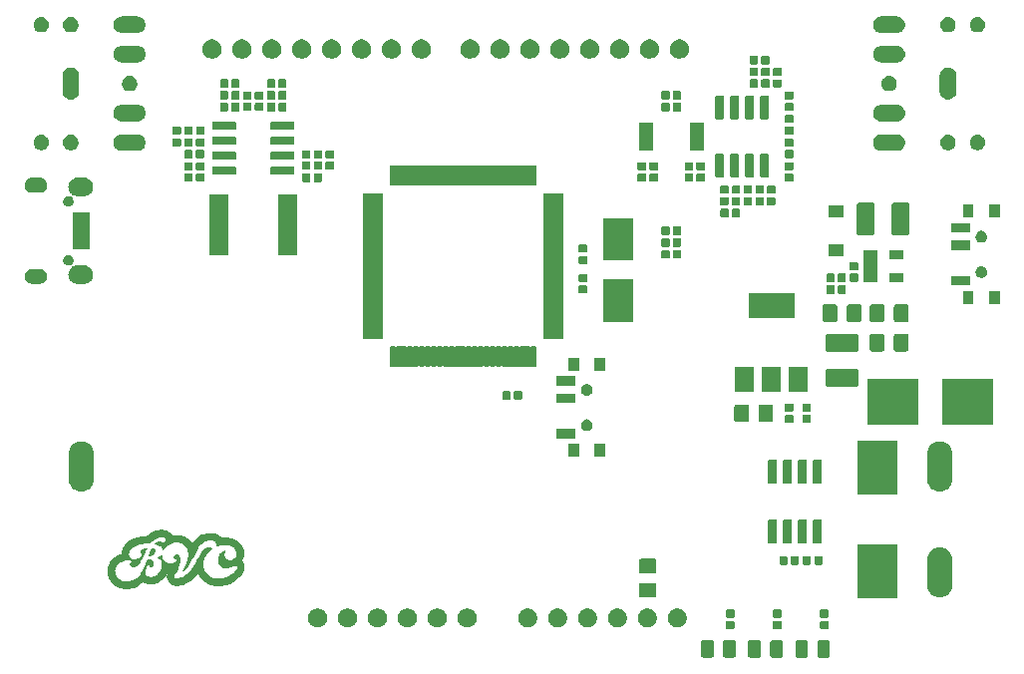
<source format=gbr>
G04 #@! TF.GenerationSoftware,KiCad,Pcbnew,(5.0.1)-3*
G04 #@! TF.CreationDate,2021-08-06T18:40:02+02:00*
G04 #@! TF.ProjectId,Guitar DSP,477569746172204453502E6B69636164,rev?*
G04 #@! TF.SameCoordinates,Original*
G04 #@! TF.FileFunction,Soldermask,Top*
G04 #@! TF.FilePolarity,Negative*
%FSLAX46Y46*%
G04 Gerber Fmt 4.6, Leading zero omitted, Abs format (unit mm)*
G04 Created by KiCad (PCBNEW (5.0.1)-3) date 06/08/2021 18:40:02*
%MOMM*%
%LPD*%
G01*
G04 APERTURE LIST*
%ADD10C,0.010000*%
%ADD11C,0.050800*%
G04 APERTURE END LIST*
D10*
G04 #@! TO.C,G\002A\002A\002A*
G36*
X91455940Y-135944565D02*
X91516340Y-135979517D01*
X91534108Y-135993698D01*
X91586409Y-136057881D01*
X91611007Y-136135029D01*
X91608540Y-136219563D01*
X91579643Y-136305904D01*
X91524953Y-136388473D01*
X91484325Y-136430065D01*
X91414587Y-136485600D01*
X91346998Y-136520554D01*
X91267367Y-136541207D01*
X91217140Y-136548303D01*
X91161728Y-136549721D01*
X91136745Y-136537437D01*
X91136086Y-136535974D01*
X91137298Y-136506443D01*
X91151050Y-136453053D01*
X91174724Y-136382231D01*
X91205698Y-136300401D01*
X91241352Y-136213989D01*
X91279066Y-136129419D01*
X91316219Y-136053117D01*
X91350191Y-135991508D01*
X91370848Y-135960336D01*
X91406503Y-135937980D01*
X91455940Y-135944565D01*
X91455940Y-135944565D01*
G37*
X91455940Y-135944565D02*
X91516340Y-135979517D01*
X91534108Y-135993698D01*
X91586409Y-136057881D01*
X91611007Y-136135029D01*
X91608540Y-136219563D01*
X91579643Y-136305904D01*
X91524953Y-136388473D01*
X91484325Y-136430065D01*
X91414587Y-136485600D01*
X91346998Y-136520554D01*
X91267367Y-136541207D01*
X91217140Y-136548303D01*
X91161728Y-136549721D01*
X91136745Y-136537437D01*
X91136086Y-136535974D01*
X91137298Y-136506443D01*
X91151050Y-136453053D01*
X91174724Y-136382231D01*
X91205698Y-136300401D01*
X91241352Y-136213989D01*
X91279066Y-136129419D01*
X91316219Y-136053117D01*
X91350191Y-135991508D01*
X91370848Y-135960336D01*
X91406503Y-135937980D01*
X91455940Y-135944565D01*
G36*
X92369427Y-134410567D02*
X92484337Y-134434683D01*
X92613862Y-134472463D01*
X92719998Y-134517466D01*
X92813161Y-134574881D01*
X92888243Y-134635808D01*
X92921526Y-134670126D01*
X92961001Y-134717335D01*
X93000543Y-134769175D01*
X93034026Y-134817388D01*
X93055325Y-134853715D01*
X93059733Y-134867022D01*
X93074084Y-134878707D01*
X93106300Y-134876512D01*
X93274931Y-134848792D01*
X93432708Y-134838401D01*
X93590795Y-134845559D01*
X93760354Y-134870482D01*
X93859909Y-134891245D01*
X94005928Y-134928650D01*
X94128653Y-134971006D01*
X94238651Y-135022788D01*
X94346491Y-135088473D01*
X94379889Y-135111479D01*
X94512130Y-135212662D01*
X94620255Y-135314396D01*
X94713057Y-135425225D01*
X94737301Y-135458775D01*
X94807165Y-135558373D01*
X94911349Y-135420082D01*
X95033836Y-135272249D01*
X95170151Y-135133571D01*
X95314020Y-135009375D01*
X95459169Y-134904991D01*
X95599326Y-134825745D01*
X95625096Y-134813872D01*
X95714818Y-134779995D01*
X95826146Y-134746694D01*
X95949006Y-134716191D01*
X96073324Y-134690707D01*
X96189025Y-134672463D01*
X96286036Y-134663682D01*
X96308244Y-134663222D01*
X96409597Y-134669289D01*
X96528435Y-134685776D01*
X96651969Y-134710155D01*
X96767411Y-134739897D01*
X96861970Y-134772471D01*
X96863177Y-134772974D01*
X96916811Y-134800420D01*
X96983997Y-134841797D01*
X97055076Y-134890360D01*
X97120389Y-134939365D01*
X97170279Y-134982068D01*
X97185866Y-134998294D01*
X97200814Y-135014484D01*
X97217367Y-135026129D01*
X97241131Y-135034121D01*
X97277712Y-135039351D01*
X97332714Y-135042710D01*
X97411744Y-135045092D01*
X97490666Y-135046782D01*
X97633727Y-135050949D01*
X97752023Y-135057870D01*
X97854622Y-135068851D01*
X97950596Y-135085197D01*
X98049014Y-135108213D01*
X98158946Y-135139203D01*
X98182735Y-135146358D01*
X98286471Y-135180154D01*
X98370288Y-135214031D01*
X98447577Y-135254169D01*
X98531731Y-135306749D01*
X98535079Y-135308965D01*
X98629971Y-135373726D01*
X98703544Y-135429414D01*
X98763987Y-135483572D01*
X98819492Y-135543742D01*
X98878249Y-135617468D01*
X98896716Y-135641992D01*
X99003388Y-135811485D01*
X99080717Y-135993297D01*
X99127199Y-136182919D01*
X99141350Y-136373715D01*
X99133985Y-136478849D01*
X99115738Y-136597317D01*
X99089167Y-136717803D01*
X99056832Y-136828990D01*
X99021290Y-136919562D01*
X99015079Y-136932161D01*
X98976032Y-137008255D01*
X99048768Y-137103897D01*
X99092902Y-137168927D01*
X99124307Y-137235180D01*
X99149520Y-137317189D01*
X99155433Y-137341069D01*
X99180327Y-137470574D01*
X99187432Y-137587143D01*
X99176738Y-137705646D01*
X99155133Y-137812800D01*
X99107246Y-137950413D01*
X99028470Y-138089304D01*
X98918266Y-138230079D01*
X98776094Y-138373348D01*
X98601412Y-138519719D01*
X98393680Y-138669800D01*
X98393617Y-138669842D01*
X98254653Y-138759832D01*
X98124500Y-138834039D01*
X97994896Y-138895968D01*
X97857579Y-138949122D01*
X97704288Y-138997005D01*
X97526761Y-139043121D01*
X97496267Y-139050401D01*
X97382846Y-139076432D01*
X97292956Y-139094744D01*
X97217475Y-139106620D01*
X97147283Y-139113340D01*
X97073262Y-139116184D01*
X97025142Y-139116563D01*
X96858655Y-139107644D01*
X96678293Y-139082340D01*
X96494518Y-139043080D01*
X96317792Y-138992296D01*
X96158579Y-138932419D01*
X96085941Y-138898372D01*
X96020078Y-138859981D01*
X95938403Y-138805304D01*
X95849959Y-138741055D01*
X95763792Y-138673948D01*
X95688948Y-138610698D01*
X95652358Y-138576524D01*
X95599324Y-138519073D01*
X95536883Y-138443662D01*
X95470666Y-138357942D01*
X95406304Y-138269570D01*
X95349427Y-138186197D01*
X95305665Y-138115477D01*
X95286723Y-138079500D01*
X95266043Y-138040185D01*
X95249833Y-138018273D01*
X95246437Y-138016602D01*
X95232459Y-138029696D01*
X95203891Y-138064326D01*
X95165668Y-138114354D01*
X95143297Y-138144856D01*
X95029743Y-138284948D01*
X94893767Y-138424915D01*
X94741504Y-138560115D01*
X94579094Y-138685904D01*
X94412673Y-138797640D01*
X94248377Y-138890681D01*
X94092346Y-138960383D01*
X94041866Y-138978070D01*
X93876247Y-139027680D01*
X93733423Y-139061283D01*
X93606671Y-139079474D01*
X93489269Y-139082847D01*
X93374494Y-139071996D01*
X93255939Y-139047597D01*
X93096534Y-138992921D01*
X92962169Y-138915486D01*
X92852536Y-138814988D01*
X92767323Y-138691122D01*
X92706221Y-138543586D01*
X92692969Y-138496339D01*
X92652505Y-138336986D01*
X92688377Y-138184191D01*
X92710735Y-138101738D01*
X92738208Y-138018650D01*
X92765735Y-137949874D01*
X92772465Y-137935808D01*
X92800679Y-137875353D01*
X92810508Y-137838272D01*
X92801576Y-137819255D01*
X92773509Y-137812994D01*
X92763761Y-137812800D01*
X92738334Y-137818270D01*
X92719170Y-137839719D01*
X92700394Y-137884709D01*
X92694686Y-137901700D01*
X92636609Y-138042431D01*
X92553711Y-138190741D01*
X92451168Y-138338489D01*
X92334157Y-138477534D01*
X92316826Y-138495936D01*
X92250508Y-138558144D01*
X92166658Y-138626241D01*
X92073535Y-138694481D01*
X91979395Y-138757120D01*
X91892496Y-138808412D01*
X91821093Y-138842612D01*
X91815587Y-138844700D01*
X91724311Y-138874951D01*
X91620858Y-138903844D01*
X91514554Y-138929278D01*
X91414726Y-138949153D01*
X91330700Y-138961370D01*
X91284743Y-138964245D01*
X91223417Y-138959569D01*
X91139807Y-138946956D01*
X91043958Y-138928556D01*
X90945914Y-138906522D01*
X90855720Y-138883007D01*
X90783420Y-138860161D01*
X90764139Y-138852696D01*
X90709008Y-138826388D01*
X90658994Y-138797355D01*
X90651955Y-138792547D01*
X90606377Y-138760168D01*
X90474155Y-138866549D01*
X90306499Y-138992523D01*
X90144427Y-139094204D01*
X89979700Y-139175266D01*
X89804078Y-139239382D01*
X89609322Y-139290225D01*
X89457565Y-139319823D01*
X89320736Y-139340317D01*
X89203953Y-139349687D01*
X89095412Y-139348316D01*
X88983305Y-139336588D01*
X88975542Y-139335466D01*
X88850110Y-139313260D01*
X88723345Y-139284065D01*
X88605441Y-139250616D01*
X88506595Y-139215644D01*
X88471477Y-139200341D01*
X88311189Y-139110390D01*
X88155283Y-138996459D01*
X88013018Y-138866284D01*
X87893652Y-138727604D01*
X87874936Y-138701800D01*
X87814043Y-138610976D01*
X87768279Y-138530316D01*
X87732623Y-138448517D01*
X87702053Y-138354275D01*
X87675653Y-138253232D01*
X87644835Y-138106889D01*
X87628518Y-137972988D01*
X87627541Y-137875255D01*
X88185751Y-137875255D01*
X88194619Y-138035016D01*
X88230435Y-138187993D01*
X88288828Y-138319471D01*
X88372068Y-138436033D01*
X88481395Y-138544337D01*
X88609101Y-138638343D01*
X88747479Y-138712013D01*
X88829332Y-138742962D01*
X88941597Y-138768332D01*
X89075545Y-138781676D01*
X89221143Y-138782856D01*
X89368362Y-138771731D01*
X89489102Y-138752116D01*
X89693648Y-138691964D01*
X89888951Y-138600225D01*
X90073183Y-138478355D01*
X90244514Y-138327810D01*
X90401116Y-138150049D01*
X90541158Y-137946529D01*
X90577002Y-137885394D01*
X90639532Y-137769380D01*
X90707860Y-137633323D01*
X90777437Y-137487036D01*
X90843716Y-137340336D01*
X90902148Y-137203036D01*
X90948185Y-137084953D01*
X90949082Y-137082484D01*
X91006658Y-136923800D01*
X91128064Y-136926158D01*
X91246924Y-136939064D01*
X91340395Y-136973192D01*
X91410119Y-137029356D01*
X91446833Y-137084479D01*
X91479116Y-137178008D01*
X91478422Y-137269726D01*
X91453104Y-137347834D01*
X91416105Y-137408573D01*
X91367627Y-137460632D01*
X91316268Y-137496296D01*
X91274592Y-137508000D01*
X91227396Y-137492241D01*
X91189453Y-137449212D01*
X91166099Y-137385280D01*
X91164564Y-137376711D01*
X91154415Y-137334420D01*
X91135397Y-137315064D01*
X91097566Y-137307816D01*
X91043001Y-137318649D01*
X90984687Y-137357963D01*
X90925987Y-137421127D01*
X90870264Y-137503511D01*
X90820879Y-137600483D01*
X90781195Y-137707414D01*
X90765612Y-137764984D01*
X90746350Y-137864886D01*
X90741818Y-137947741D01*
X90752044Y-138027011D01*
X90766222Y-138081669D01*
X90813689Y-138186337D01*
X90885854Y-138271694D01*
X90978914Y-138336721D01*
X91089066Y-138380397D01*
X91212505Y-138401703D01*
X91345430Y-138399620D01*
X91484035Y-138373129D01*
X91624518Y-138321209D01*
X91637333Y-138315154D01*
X91708012Y-138274891D01*
X91782763Y-138218916D01*
X91868144Y-138142124D01*
X91901695Y-138109443D01*
X91974622Y-138034923D01*
X92028559Y-137972968D01*
X92070460Y-137914379D01*
X92107278Y-137849953D01*
X92125893Y-137812800D01*
X92184212Y-137679520D01*
X92222102Y-137557663D01*
X92242722Y-137434353D01*
X92249137Y-137310745D01*
X92243565Y-137180084D01*
X92222529Y-137073774D01*
X92184198Y-136985164D01*
X92143404Y-136926813D01*
X92099968Y-136883739D01*
X92042901Y-136839688D01*
X91981819Y-136800803D01*
X91926337Y-136773227D01*
X91887100Y-136763092D01*
X91862041Y-136751073D01*
X91857467Y-136737533D01*
X91871461Y-136716586D01*
X91889555Y-136712133D01*
X91918727Y-136704802D01*
X91968739Y-136685256D01*
X92030521Y-136657165D01*
X92054306Y-136645462D01*
X92114297Y-136616435D01*
X92161894Y-136595516D01*
X92189844Y-136585801D01*
X92194024Y-136585847D01*
X92200399Y-136605196D01*
X92209183Y-136647295D01*
X92215130Y-136682151D01*
X92230088Y-136742660D01*
X92256081Y-136817079D01*
X92287614Y-136889760D01*
X92289125Y-136892839D01*
X92369031Y-137020125D01*
X92468525Y-137121206D01*
X92584757Y-137195246D01*
X92714877Y-137241408D01*
X92856036Y-137258856D01*
X93005384Y-137246751D01*
X93160071Y-137204258D01*
X93238140Y-137171535D01*
X93328077Y-137120720D01*
X93409413Y-137058540D01*
X93476881Y-136990563D01*
X93525216Y-136922355D01*
X93549153Y-136859482D01*
X93550800Y-136841017D01*
X93537549Y-136799484D01*
X93499996Y-136779154D01*
X93441440Y-136781606D01*
X93431492Y-136783923D01*
X93382506Y-136793058D01*
X93348423Y-136787450D01*
X93316721Y-136767839D01*
X93285159Y-136735484D01*
X93269978Y-136691419D01*
X93266340Y-136657876D01*
X93265977Y-136608181D01*
X93277665Y-136574323D01*
X93308071Y-136540778D01*
X93321963Y-136528346D01*
X93391700Y-136486342D01*
X93465479Y-136474904D01*
X93538229Y-136491981D01*
X93604879Y-136535522D01*
X93660358Y-136603476D01*
X93695061Y-136679253D01*
X93712788Y-136760770D01*
X93721364Y-136864423D01*
X93720580Y-136979682D01*
X93710230Y-137096019D01*
X93704070Y-137136437D01*
X93678798Y-137259225D01*
X93644109Y-137384027D01*
X93598155Y-137515468D01*
X93539086Y-137658172D01*
X93465054Y-137816765D01*
X93374210Y-137995873D01*
X93318631Y-138100666D01*
X93270831Y-138192622D01*
X93239630Y-138261841D01*
X93223669Y-138314297D01*
X93221589Y-138355967D01*
X93232032Y-138392827D01*
X93246200Y-138419185D01*
X93290751Y-138469850D01*
X93353823Y-138502961D01*
X93440098Y-138520292D01*
X93523072Y-138524000D01*
X93674904Y-138508558D01*
X93834924Y-138463961D01*
X93999530Y-138392800D01*
X94165117Y-138297667D01*
X94328083Y-138181154D01*
X94484825Y-138045854D01*
X94631739Y-137894358D01*
X94765222Y-137729258D01*
X94881671Y-137553146D01*
X94888207Y-137541995D01*
X94915476Y-137494222D01*
X94955527Y-137422864D01*
X95004939Y-137334075D01*
X95060291Y-137234008D01*
X95118162Y-137128818D01*
X95138893Y-137090992D01*
X95272684Y-136850931D01*
X95395056Y-136640858D01*
X95507201Y-136459332D01*
X95610312Y-136304910D01*
X95705580Y-136176149D01*
X95794196Y-136071606D01*
X95877353Y-135989840D01*
X95956242Y-135929407D01*
X96032055Y-135888865D01*
X96105984Y-135866772D01*
X96154560Y-135861588D01*
X96195625Y-135865578D01*
X96250673Y-135877626D01*
X96310616Y-135894808D01*
X96366365Y-135914200D01*
X96408831Y-135932876D01*
X96428926Y-135947915D01*
X96429467Y-135950033D01*
X96417309Y-135965554D01*
X96384662Y-135997110D01*
X96337263Y-136039312D01*
X96306700Y-136065348D01*
X96164558Y-136198903D01*
X96033617Y-136349620D01*
X95920183Y-136509217D01*
X95830563Y-136669413D01*
X95807119Y-136721400D01*
X95753177Y-136867256D01*
X95717882Y-137009202D01*
X95698970Y-137159275D01*
X95694122Y-137321733D01*
X95695476Y-137421228D01*
X95699082Y-137496414D01*
X95706145Y-137556833D01*
X95717871Y-137612028D01*
X95735466Y-137671540D01*
X95740125Y-137685800D01*
X95806487Y-137840366D01*
X95901065Y-137992927D01*
X96018699Y-138135727D01*
X96080119Y-138196924D01*
X96232606Y-138319442D01*
X96399963Y-138414950D01*
X96585759Y-138485104D01*
X96793563Y-138531555D01*
X96806802Y-138533624D01*
X97013122Y-138548743D01*
X97227523Y-138533704D01*
X97445949Y-138489964D01*
X97664342Y-138418980D01*
X97878644Y-138322212D01*
X98084800Y-138201116D01*
X98278752Y-138057150D01*
X98378664Y-137968832D01*
X98472970Y-137875535D01*
X98542469Y-137795284D01*
X98590887Y-137722881D01*
X98621951Y-137653128D01*
X98632983Y-137614034D01*
X98639617Y-137529644D01*
X98617129Y-137461915D01*
X98565931Y-137411756D01*
X98533556Y-137395124D01*
X98487393Y-137381368D01*
X98435386Y-137378332D01*
X98372363Y-137387007D01*
X98293154Y-137408381D01*
X98192587Y-137443444D01*
X98106026Y-137476937D01*
X98002556Y-137516331D01*
X97920110Y-137543166D01*
X97849400Y-137559988D01*
X97781137Y-137569345D01*
X97763783Y-137570785D01*
X97598412Y-137570004D01*
X97451887Y-137541446D01*
X97323193Y-137484764D01*
X97211316Y-137399612D01*
X97185700Y-137373668D01*
X97122958Y-137299503D01*
X97078919Y-137227516D01*
X97050185Y-137148614D01*
X97033360Y-137053705D01*
X97025497Y-136944887D01*
X97027854Y-136784588D01*
X97050773Y-136647356D01*
X97095953Y-136528127D01*
X97165097Y-136421840D01*
X97222507Y-136358471D01*
X97274299Y-136313692D01*
X97338286Y-136267698D01*
X97406012Y-136225553D01*
X97469021Y-136192322D01*
X97518855Y-136173071D01*
X97536737Y-136170267D01*
X97557066Y-136175113D01*
X97561661Y-136193173D01*
X97549868Y-136229725D01*
X97522175Y-136287796D01*
X97485101Y-136396323D01*
X97477219Y-136469267D01*
X97486521Y-136600282D01*
X97523754Y-136712337D01*
X97589533Y-136806491D01*
X97684471Y-136883802D01*
X97734052Y-136911948D01*
X97785833Y-136937492D01*
X97826987Y-136953446D01*
X97868016Y-136961689D01*
X97919416Y-136964100D01*
X97991689Y-136962559D01*
X98012733Y-136961831D01*
X98102058Y-136956933D01*
X98166980Y-136948526D01*
X98216915Y-136934918D01*
X98253562Y-136918546D01*
X98372491Y-136838647D01*
X98465860Y-136737792D01*
X98531965Y-136619062D01*
X98569106Y-136485536D01*
X98575580Y-136340296D01*
X98575317Y-136336291D01*
X98549454Y-136184193D01*
X98493903Y-136048258D01*
X98408834Y-135928663D01*
X98294417Y-135825589D01*
X98150823Y-135739214D01*
X97978220Y-135669716D01*
X97927222Y-135654030D01*
X97793972Y-135626118D01*
X97639603Y-135611337D01*
X97473850Y-135609284D01*
X97306451Y-135619552D01*
X97147142Y-135641735D01*
X97005660Y-135675430D01*
X96949064Y-135694753D01*
X96897565Y-135711319D01*
X96870333Y-135708751D01*
X96861883Y-135684093D01*
X96864583Y-135649242D01*
X96862724Y-135545831D01*
X96829190Y-135452074D01*
X96765323Y-135370072D01*
X96672462Y-135301926D01*
X96628889Y-135279657D01*
X96580549Y-135258549D01*
X96538573Y-135244542D01*
X96493844Y-135236191D01*
X96437248Y-135232050D01*
X96359670Y-135230674D01*
X96319400Y-135230573D01*
X96218247Y-135231982D01*
X96140289Y-135237150D01*
X96074947Y-135247310D01*
X96011645Y-135263692D01*
X95997667Y-135268023D01*
X95837786Y-135333666D01*
X95687035Y-135427326D01*
X95540898Y-135551838D01*
X95531859Y-135560667D01*
X95449948Y-135645097D01*
X95372919Y-135733303D01*
X95298518Y-135828836D01*
X95224493Y-135935245D01*
X95148591Y-136056079D01*
X95068560Y-136194889D01*
X94982146Y-136355224D01*
X94887097Y-136540635D01*
X94804932Y-136706133D01*
X94695875Y-136922633D01*
X94595351Y-137110701D01*
X94504091Y-137269006D01*
X94437461Y-137374505D01*
X94376196Y-137462729D01*
X94309789Y-137551746D01*
X94241945Y-137637255D01*
X94176371Y-137714957D01*
X94116774Y-137780552D01*
X94066861Y-137829740D01*
X94030338Y-137858223D01*
X94015817Y-137863600D01*
X94015813Y-137849347D01*
X94030352Y-137809087D01*
X94057805Y-137746570D01*
X94096545Y-137665545D01*
X94135329Y-137588433D01*
X94185498Y-137488807D01*
X94234391Y-137388544D01*
X94278091Y-137295909D01*
X94312676Y-137219168D01*
X94329407Y-137179220D01*
X94390510Y-136999371D01*
X94436315Y-136811007D01*
X94465822Y-136621891D01*
X94478031Y-136439782D01*
X94471941Y-136272443D01*
X94458384Y-136178733D01*
X94408455Y-136007038D01*
X94330677Y-135850918D01*
X94227894Y-135713315D01*
X94102948Y-135597172D01*
X93958684Y-135505433D01*
X93797943Y-135441039D01*
X93728600Y-135423367D01*
X93650284Y-135412011D01*
X93551166Y-135405455D01*
X93442619Y-135403690D01*
X93336019Y-135406706D01*
X93242740Y-135414494D01*
X93186733Y-135423831D01*
X93020487Y-135475323D01*
X92856315Y-135550778D01*
X92701075Y-135645660D01*
X92561627Y-135755432D01*
X92444830Y-135875557D01*
X92387166Y-135952688D01*
X92353941Y-135998317D01*
X92331845Y-136014818D01*
X92316949Y-136003393D01*
X92308063Y-135976928D01*
X92291779Y-135944373D01*
X92258703Y-135897556D01*
X92215828Y-135846323D01*
X92213513Y-135843779D01*
X92113908Y-135755560D01*
X91990128Y-135679283D01*
X91851175Y-135620097D01*
X91789518Y-135601322D01*
X91731189Y-135584319D01*
X91685710Y-135568556D01*
X91663691Y-135557912D01*
X91662322Y-135537229D01*
X91685362Y-135505271D01*
X91727459Y-135466920D01*
X91783258Y-135427060D01*
X91846886Y-135390832D01*
X91925996Y-135358885D01*
X92000371Y-135342470D01*
X92062520Y-135342325D01*
X92104954Y-135359189D01*
X92110568Y-135364851D01*
X92130161Y-135399401D01*
X92143147Y-135435522D01*
X92161526Y-135478946D01*
X92191726Y-135501482D01*
X92240164Y-135505394D01*
X92308734Y-135493966D01*
X92374032Y-135475066D01*
X92425642Y-135446941D01*
X92479002Y-135400840D01*
X92486992Y-135392951D01*
X92544889Y-135326699D01*
X92575881Y-135266754D01*
X92583438Y-135204444D01*
X92578518Y-135164160D01*
X92553905Y-135108249D01*
X92505993Y-135051648D01*
X92444027Y-135003038D01*
X92377253Y-134971100D01*
X92370898Y-134969221D01*
X92283240Y-134954677D01*
X92176180Y-134951769D01*
X92061951Y-134960036D01*
X91952782Y-134979015D01*
X91925323Y-134986037D01*
X91780515Y-135035066D01*
X91648238Y-135100119D01*
X91520671Y-135185914D01*
X91389995Y-135297164D01*
X91356429Y-135329017D01*
X91182244Y-135497331D01*
X91016089Y-135494330D01*
X90759178Y-135499665D01*
X90517273Y-135524623D01*
X90292469Y-135568341D01*
X90086863Y-135629958D01*
X89902553Y-135708612D01*
X89741634Y-135803443D01*
X89606206Y-135913588D01*
X89498363Y-136038186D01*
X89435273Y-136143775D01*
X89390023Y-136264821D01*
X89368771Y-136390382D01*
X89372118Y-136511756D01*
X89400663Y-136620239D01*
X89402214Y-136623901D01*
X89463756Y-136726221D01*
X89548972Y-136808055D01*
X89653152Y-136867392D01*
X89771587Y-136902219D01*
X89899567Y-136910525D01*
X90028334Y-136891348D01*
X90134123Y-136855516D01*
X90237878Y-136804618D01*
X90334659Y-136742728D01*
X90419526Y-136673919D01*
X90487539Y-136602267D01*
X90533757Y-136531844D01*
X90553241Y-136466725D01*
X90553554Y-136458202D01*
X90548848Y-136416630D01*
X90528909Y-136388807D01*
X90491475Y-136365000D01*
X90448003Y-136337104D01*
X90417162Y-136309925D01*
X90412828Y-136304121D01*
X90403723Y-136258860D01*
X90420260Y-136201624D01*
X90460261Y-136139754D01*
X90462314Y-136137292D01*
X90499364Y-136103733D01*
X90553604Y-136067603D01*
X90619001Y-136031441D01*
X90689524Y-135997784D01*
X90759141Y-135969172D01*
X90821821Y-135948141D01*
X90871530Y-135937232D01*
X90902239Y-135938982D01*
X90909200Y-135949233D01*
X90901781Y-135970849D01*
X90881445Y-136016308D01*
X90851070Y-136079496D01*
X90813536Y-136154299D01*
X90802655Y-136175485D01*
X90760501Y-136258582D01*
X90708612Y-136363059D01*
X90651554Y-136479596D01*
X90593891Y-136598875D01*
X90544467Y-136702526D01*
X90459680Y-136876477D01*
X90383125Y-137021377D01*
X90312570Y-137140383D01*
X90245780Y-137236653D01*
X90180521Y-137313345D01*
X90114560Y-137373617D01*
X90045662Y-137420625D01*
X90030293Y-137429280D01*
X89915215Y-137478617D01*
X89807939Y-137498062D01*
X89710916Y-137487699D01*
X89626598Y-137447615D01*
X89587394Y-137413829D01*
X89547079Y-137360900D01*
X89533337Y-137308237D01*
X89546342Y-137249296D01*
X89586270Y-137177536D01*
X89594044Y-137166057D01*
X89633432Y-137104252D01*
X89651539Y-137059425D01*
X89649380Y-137023058D01*
X89627970Y-136986638D01*
X89617019Y-136973349D01*
X89591359Y-136948720D01*
X89559878Y-136933052D01*
X89512792Y-136922950D01*
X89451919Y-136916086D01*
X89264879Y-136912227D01*
X89078247Y-136934071D01*
X88899813Y-136979910D01*
X88737368Y-137048036D01*
X88667662Y-137087961D01*
X88588565Y-137145008D01*
X88503859Y-137217571D01*
X88422811Y-137296756D01*
X88354687Y-137373669D01*
X88318586Y-137423044D01*
X88247960Y-137562492D01*
X88203606Y-137715488D01*
X88185751Y-137875255D01*
X87627541Y-137875255D01*
X87627225Y-137843672D01*
X87641478Y-137711086D01*
X87671802Y-137567373D01*
X87718719Y-137404676D01*
X87735621Y-137352464D01*
X87778854Y-137250054D01*
X87842615Y-137136555D01*
X87920720Y-137021701D01*
X88006985Y-136915223D01*
X88028204Y-136892008D01*
X88104798Y-136819262D01*
X88199335Y-136743227D01*
X88305207Y-136667996D01*
X88415809Y-136597663D01*
X88524537Y-136536321D01*
X88624783Y-136488063D01*
X88709943Y-136456984D01*
X88742132Y-136449599D01*
X88785285Y-136440012D01*
X88804493Y-136423948D01*
X88809437Y-136390874D01*
X88809585Y-136376211D01*
X88814808Y-136320042D01*
X88828727Y-136242082D01*
X88848955Y-136152546D01*
X88873109Y-136061646D01*
X88898802Y-135979595D01*
X88908458Y-135952898D01*
X88975405Y-135816806D01*
X89071050Y-135679904D01*
X89190619Y-135546537D01*
X89329338Y-135421052D01*
X89482434Y-135307795D01*
X89645132Y-135211111D01*
X89802020Y-135139433D01*
X89925572Y-135096944D01*
X90070881Y-135055985D01*
X90229278Y-135018274D01*
X90392096Y-134985530D01*
X90550665Y-134959471D01*
X90696318Y-134941816D01*
X90820387Y-134934284D01*
X90837494Y-134934133D01*
X90894371Y-134932990D01*
X90934389Y-134926362D01*
X90969407Y-134909452D01*
X91011283Y-134877464D01*
X91041770Y-134851504D01*
X91213554Y-134716018D01*
X91382832Y-134608914D01*
X91557002Y-134526189D01*
X91743462Y-134463839D01*
X91772212Y-134456187D01*
X91941729Y-134418163D01*
X92091737Y-134398067D01*
X92231286Y-134395626D01*
X92369427Y-134410567D01*
X92369427Y-134410567D01*
G37*
X92369427Y-134410567D02*
X92484337Y-134434683D01*
X92613862Y-134472463D01*
X92719998Y-134517466D01*
X92813161Y-134574881D01*
X92888243Y-134635808D01*
X92921526Y-134670126D01*
X92961001Y-134717335D01*
X93000543Y-134769175D01*
X93034026Y-134817388D01*
X93055325Y-134853715D01*
X93059733Y-134867022D01*
X93074084Y-134878707D01*
X93106300Y-134876512D01*
X93274931Y-134848792D01*
X93432708Y-134838401D01*
X93590795Y-134845559D01*
X93760354Y-134870482D01*
X93859909Y-134891245D01*
X94005928Y-134928650D01*
X94128653Y-134971006D01*
X94238651Y-135022788D01*
X94346491Y-135088473D01*
X94379889Y-135111479D01*
X94512130Y-135212662D01*
X94620255Y-135314396D01*
X94713057Y-135425225D01*
X94737301Y-135458775D01*
X94807165Y-135558373D01*
X94911349Y-135420082D01*
X95033836Y-135272249D01*
X95170151Y-135133571D01*
X95314020Y-135009375D01*
X95459169Y-134904991D01*
X95599326Y-134825745D01*
X95625096Y-134813872D01*
X95714818Y-134779995D01*
X95826146Y-134746694D01*
X95949006Y-134716191D01*
X96073324Y-134690707D01*
X96189025Y-134672463D01*
X96286036Y-134663682D01*
X96308244Y-134663222D01*
X96409597Y-134669289D01*
X96528435Y-134685776D01*
X96651969Y-134710155D01*
X96767411Y-134739897D01*
X96861970Y-134772471D01*
X96863177Y-134772974D01*
X96916811Y-134800420D01*
X96983997Y-134841797D01*
X97055076Y-134890360D01*
X97120389Y-134939365D01*
X97170279Y-134982068D01*
X97185866Y-134998294D01*
X97200814Y-135014484D01*
X97217367Y-135026129D01*
X97241131Y-135034121D01*
X97277712Y-135039351D01*
X97332714Y-135042710D01*
X97411744Y-135045092D01*
X97490666Y-135046782D01*
X97633727Y-135050949D01*
X97752023Y-135057870D01*
X97854622Y-135068851D01*
X97950596Y-135085197D01*
X98049014Y-135108213D01*
X98158946Y-135139203D01*
X98182735Y-135146358D01*
X98286471Y-135180154D01*
X98370288Y-135214031D01*
X98447577Y-135254169D01*
X98531731Y-135306749D01*
X98535079Y-135308965D01*
X98629971Y-135373726D01*
X98703544Y-135429414D01*
X98763987Y-135483572D01*
X98819492Y-135543742D01*
X98878249Y-135617468D01*
X98896716Y-135641992D01*
X99003388Y-135811485D01*
X99080717Y-135993297D01*
X99127199Y-136182919D01*
X99141350Y-136373715D01*
X99133985Y-136478849D01*
X99115738Y-136597317D01*
X99089167Y-136717803D01*
X99056832Y-136828990D01*
X99021290Y-136919562D01*
X99015079Y-136932161D01*
X98976032Y-137008255D01*
X99048768Y-137103897D01*
X99092902Y-137168927D01*
X99124307Y-137235180D01*
X99149520Y-137317189D01*
X99155433Y-137341069D01*
X99180327Y-137470574D01*
X99187432Y-137587143D01*
X99176738Y-137705646D01*
X99155133Y-137812800D01*
X99107246Y-137950413D01*
X99028470Y-138089304D01*
X98918266Y-138230079D01*
X98776094Y-138373348D01*
X98601412Y-138519719D01*
X98393680Y-138669800D01*
X98393617Y-138669842D01*
X98254653Y-138759832D01*
X98124500Y-138834039D01*
X97994896Y-138895968D01*
X97857579Y-138949122D01*
X97704288Y-138997005D01*
X97526761Y-139043121D01*
X97496267Y-139050401D01*
X97382846Y-139076432D01*
X97292956Y-139094744D01*
X97217475Y-139106620D01*
X97147283Y-139113340D01*
X97073262Y-139116184D01*
X97025142Y-139116563D01*
X96858655Y-139107644D01*
X96678293Y-139082340D01*
X96494518Y-139043080D01*
X96317792Y-138992296D01*
X96158579Y-138932419D01*
X96085941Y-138898372D01*
X96020078Y-138859981D01*
X95938403Y-138805304D01*
X95849959Y-138741055D01*
X95763792Y-138673948D01*
X95688948Y-138610698D01*
X95652358Y-138576524D01*
X95599324Y-138519073D01*
X95536883Y-138443662D01*
X95470666Y-138357942D01*
X95406304Y-138269570D01*
X95349427Y-138186197D01*
X95305665Y-138115477D01*
X95286723Y-138079500D01*
X95266043Y-138040185D01*
X95249833Y-138018273D01*
X95246437Y-138016602D01*
X95232459Y-138029696D01*
X95203891Y-138064326D01*
X95165668Y-138114354D01*
X95143297Y-138144856D01*
X95029743Y-138284948D01*
X94893767Y-138424915D01*
X94741504Y-138560115D01*
X94579094Y-138685904D01*
X94412673Y-138797640D01*
X94248377Y-138890681D01*
X94092346Y-138960383D01*
X94041866Y-138978070D01*
X93876247Y-139027680D01*
X93733423Y-139061283D01*
X93606671Y-139079474D01*
X93489269Y-139082847D01*
X93374494Y-139071996D01*
X93255939Y-139047597D01*
X93096534Y-138992921D01*
X92962169Y-138915486D01*
X92852536Y-138814988D01*
X92767323Y-138691122D01*
X92706221Y-138543586D01*
X92692969Y-138496339D01*
X92652505Y-138336986D01*
X92688377Y-138184191D01*
X92710735Y-138101738D01*
X92738208Y-138018650D01*
X92765735Y-137949874D01*
X92772465Y-137935808D01*
X92800679Y-137875353D01*
X92810508Y-137838272D01*
X92801576Y-137819255D01*
X92773509Y-137812994D01*
X92763761Y-137812800D01*
X92738334Y-137818270D01*
X92719170Y-137839719D01*
X92700394Y-137884709D01*
X92694686Y-137901700D01*
X92636609Y-138042431D01*
X92553711Y-138190741D01*
X92451168Y-138338489D01*
X92334157Y-138477534D01*
X92316826Y-138495936D01*
X92250508Y-138558144D01*
X92166658Y-138626241D01*
X92073535Y-138694481D01*
X91979395Y-138757120D01*
X91892496Y-138808412D01*
X91821093Y-138842612D01*
X91815587Y-138844700D01*
X91724311Y-138874951D01*
X91620858Y-138903844D01*
X91514554Y-138929278D01*
X91414726Y-138949153D01*
X91330700Y-138961370D01*
X91284743Y-138964245D01*
X91223417Y-138959569D01*
X91139807Y-138946956D01*
X91043958Y-138928556D01*
X90945914Y-138906522D01*
X90855720Y-138883007D01*
X90783420Y-138860161D01*
X90764139Y-138852696D01*
X90709008Y-138826388D01*
X90658994Y-138797355D01*
X90651955Y-138792547D01*
X90606377Y-138760168D01*
X90474155Y-138866549D01*
X90306499Y-138992523D01*
X90144427Y-139094204D01*
X89979700Y-139175266D01*
X89804078Y-139239382D01*
X89609322Y-139290225D01*
X89457565Y-139319823D01*
X89320736Y-139340317D01*
X89203953Y-139349687D01*
X89095412Y-139348316D01*
X88983305Y-139336588D01*
X88975542Y-139335466D01*
X88850110Y-139313260D01*
X88723345Y-139284065D01*
X88605441Y-139250616D01*
X88506595Y-139215644D01*
X88471477Y-139200341D01*
X88311189Y-139110390D01*
X88155283Y-138996459D01*
X88013018Y-138866284D01*
X87893652Y-138727604D01*
X87874936Y-138701800D01*
X87814043Y-138610976D01*
X87768279Y-138530316D01*
X87732623Y-138448517D01*
X87702053Y-138354275D01*
X87675653Y-138253232D01*
X87644835Y-138106889D01*
X87628518Y-137972988D01*
X87627541Y-137875255D01*
X88185751Y-137875255D01*
X88194619Y-138035016D01*
X88230435Y-138187993D01*
X88288828Y-138319471D01*
X88372068Y-138436033D01*
X88481395Y-138544337D01*
X88609101Y-138638343D01*
X88747479Y-138712013D01*
X88829332Y-138742962D01*
X88941597Y-138768332D01*
X89075545Y-138781676D01*
X89221143Y-138782856D01*
X89368362Y-138771731D01*
X89489102Y-138752116D01*
X89693648Y-138691964D01*
X89888951Y-138600225D01*
X90073183Y-138478355D01*
X90244514Y-138327810D01*
X90401116Y-138150049D01*
X90541158Y-137946529D01*
X90577002Y-137885394D01*
X90639532Y-137769380D01*
X90707860Y-137633323D01*
X90777437Y-137487036D01*
X90843716Y-137340336D01*
X90902148Y-137203036D01*
X90948185Y-137084953D01*
X90949082Y-137082484D01*
X91006658Y-136923800D01*
X91128064Y-136926158D01*
X91246924Y-136939064D01*
X91340395Y-136973192D01*
X91410119Y-137029356D01*
X91446833Y-137084479D01*
X91479116Y-137178008D01*
X91478422Y-137269726D01*
X91453104Y-137347834D01*
X91416105Y-137408573D01*
X91367627Y-137460632D01*
X91316268Y-137496296D01*
X91274592Y-137508000D01*
X91227396Y-137492241D01*
X91189453Y-137449212D01*
X91166099Y-137385280D01*
X91164564Y-137376711D01*
X91154415Y-137334420D01*
X91135397Y-137315064D01*
X91097566Y-137307816D01*
X91043001Y-137318649D01*
X90984687Y-137357963D01*
X90925987Y-137421127D01*
X90870264Y-137503511D01*
X90820879Y-137600483D01*
X90781195Y-137707414D01*
X90765612Y-137764984D01*
X90746350Y-137864886D01*
X90741818Y-137947741D01*
X90752044Y-138027011D01*
X90766222Y-138081669D01*
X90813689Y-138186337D01*
X90885854Y-138271694D01*
X90978914Y-138336721D01*
X91089066Y-138380397D01*
X91212505Y-138401703D01*
X91345430Y-138399620D01*
X91484035Y-138373129D01*
X91624518Y-138321209D01*
X91637333Y-138315154D01*
X91708012Y-138274891D01*
X91782763Y-138218916D01*
X91868144Y-138142124D01*
X91901695Y-138109443D01*
X91974622Y-138034923D01*
X92028559Y-137972968D01*
X92070460Y-137914379D01*
X92107278Y-137849953D01*
X92125893Y-137812800D01*
X92184212Y-137679520D01*
X92222102Y-137557663D01*
X92242722Y-137434353D01*
X92249137Y-137310745D01*
X92243565Y-137180084D01*
X92222529Y-137073774D01*
X92184198Y-136985164D01*
X92143404Y-136926813D01*
X92099968Y-136883739D01*
X92042901Y-136839688D01*
X91981819Y-136800803D01*
X91926337Y-136773227D01*
X91887100Y-136763092D01*
X91862041Y-136751073D01*
X91857467Y-136737533D01*
X91871461Y-136716586D01*
X91889555Y-136712133D01*
X91918727Y-136704802D01*
X91968739Y-136685256D01*
X92030521Y-136657165D01*
X92054306Y-136645462D01*
X92114297Y-136616435D01*
X92161894Y-136595516D01*
X92189844Y-136585801D01*
X92194024Y-136585847D01*
X92200399Y-136605196D01*
X92209183Y-136647295D01*
X92215130Y-136682151D01*
X92230088Y-136742660D01*
X92256081Y-136817079D01*
X92287614Y-136889760D01*
X92289125Y-136892839D01*
X92369031Y-137020125D01*
X92468525Y-137121206D01*
X92584757Y-137195246D01*
X92714877Y-137241408D01*
X92856036Y-137258856D01*
X93005384Y-137246751D01*
X93160071Y-137204258D01*
X93238140Y-137171535D01*
X93328077Y-137120720D01*
X93409413Y-137058540D01*
X93476881Y-136990563D01*
X93525216Y-136922355D01*
X93549153Y-136859482D01*
X93550800Y-136841017D01*
X93537549Y-136799484D01*
X93499996Y-136779154D01*
X93441440Y-136781606D01*
X93431492Y-136783923D01*
X93382506Y-136793058D01*
X93348423Y-136787450D01*
X93316721Y-136767839D01*
X93285159Y-136735484D01*
X93269978Y-136691419D01*
X93266340Y-136657876D01*
X93265977Y-136608181D01*
X93277665Y-136574323D01*
X93308071Y-136540778D01*
X93321963Y-136528346D01*
X93391700Y-136486342D01*
X93465479Y-136474904D01*
X93538229Y-136491981D01*
X93604879Y-136535522D01*
X93660358Y-136603476D01*
X93695061Y-136679253D01*
X93712788Y-136760770D01*
X93721364Y-136864423D01*
X93720580Y-136979682D01*
X93710230Y-137096019D01*
X93704070Y-137136437D01*
X93678798Y-137259225D01*
X93644109Y-137384027D01*
X93598155Y-137515468D01*
X93539086Y-137658172D01*
X93465054Y-137816765D01*
X93374210Y-137995873D01*
X93318631Y-138100666D01*
X93270831Y-138192622D01*
X93239630Y-138261841D01*
X93223669Y-138314297D01*
X93221589Y-138355967D01*
X93232032Y-138392827D01*
X93246200Y-138419185D01*
X93290751Y-138469850D01*
X93353823Y-138502961D01*
X93440098Y-138520292D01*
X93523072Y-138524000D01*
X93674904Y-138508558D01*
X93834924Y-138463961D01*
X93999530Y-138392800D01*
X94165117Y-138297667D01*
X94328083Y-138181154D01*
X94484825Y-138045854D01*
X94631739Y-137894358D01*
X94765222Y-137729258D01*
X94881671Y-137553146D01*
X94888207Y-137541995D01*
X94915476Y-137494222D01*
X94955527Y-137422864D01*
X95004939Y-137334075D01*
X95060291Y-137234008D01*
X95118162Y-137128818D01*
X95138893Y-137090992D01*
X95272684Y-136850931D01*
X95395056Y-136640858D01*
X95507201Y-136459332D01*
X95610312Y-136304910D01*
X95705580Y-136176149D01*
X95794196Y-136071606D01*
X95877353Y-135989840D01*
X95956242Y-135929407D01*
X96032055Y-135888865D01*
X96105984Y-135866772D01*
X96154560Y-135861588D01*
X96195625Y-135865578D01*
X96250673Y-135877626D01*
X96310616Y-135894808D01*
X96366365Y-135914200D01*
X96408831Y-135932876D01*
X96428926Y-135947915D01*
X96429467Y-135950033D01*
X96417309Y-135965554D01*
X96384662Y-135997110D01*
X96337263Y-136039312D01*
X96306700Y-136065348D01*
X96164558Y-136198903D01*
X96033617Y-136349620D01*
X95920183Y-136509217D01*
X95830563Y-136669413D01*
X95807119Y-136721400D01*
X95753177Y-136867256D01*
X95717882Y-137009202D01*
X95698970Y-137159275D01*
X95694122Y-137321733D01*
X95695476Y-137421228D01*
X95699082Y-137496414D01*
X95706145Y-137556833D01*
X95717871Y-137612028D01*
X95735466Y-137671540D01*
X95740125Y-137685800D01*
X95806487Y-137840366D01*
X95901065Y-137992927D01*
X96018699Y-138135727D01*
X96080119Y-138196924D01*
X96232606Y-138319442D01*
X96399963Y-138414950D01*
X96585759Y-138485104D01*
X96793563Y-138531555D01*
X96806802Y-138533624D01*
X97013122Y-138548743D01*
X97227523Y-138533704D01*
X97445949Y-138489964D01*
X97664342Y-138418980D01*
X97878644Y-138322212D01*
X98084800Y-138201116D01*
X98278752Y-138057150D01*
X98378664Y-137968832D01*
X98472970Y-137875535D01*
X98542469Y-137795284D01*
X98590887Y-137722881D01*
X98621951Y-137653128D01*
X98632983Y-137614034D01*
X98639617Y-137529644D01*
X98617129Y-137461915D01*
X98565931Y-137411756D01*
X98533556Y-137395124D01*
X98487393Y-137381368D01*
X98435386Y-137378332D01*
X98372363Y-137387007D01*
X98293154Y-137408381D01*
X98192587Y-137443444D01*
X98106026Y-137476937D01*
X98002556Y-137516331D01*
X97920110Y-137543166D01*
X97849400Y-137559988D01*
X97781137Y-137569345D01*
X97763783Y-137570785D01*
X97598412Y-137570004D01*
X97451887Y-137541446D01*
X97323193Y-137484764D01*
X97211316Y-137399612D01*
X97185700Y-137373668D01*
X97122958Y-137299503D01*
X97078919Y-137227516D01*
X97050185Y-137148614D01*
X97033360Y-137053705D01*
X97025497Y-136944887D01*
X97027854Y-136784588D01*
X97050773Y-136647356D01*
X97095953Y-136528127D01*
X97165097Y-136421840D01*
X97222507Y-136358471D01*
X97274299Y-136313692D01*
X97338286Y-136267698D01*
X97406012Y-136225553D01*
X97469021Y-136192322D01*
X97518855Y-136173071D01*
X97536737Y-136170267D01*
X97557066Y-136175113D01*
X97561661Y-136193173D01*
X97549868Y-136229725D01*
X97522175Y-136287796D01*
X97485101Y-136396323D01*
X97477219Y-136469267D01*
X97486521Y-136600282D01*
X97523754Y-136712337D01*
X97589533Y-136806491D01*
X97684471Y-136883802D01*
X97734052Y-136911948D01*
X97785833Y-136937492D01*
X97826987Y-136953446D01*
X97868016Y-136961689D01*
X97919416Y-136964100D01*
X97991689Y-136962559D01*
X98012733Y-136961831D01*
X98102058Y-136956933D01*
X98166980Y-136948526D01*
X98216915Y-136934918D01*
X98253562Y-136918546D01*
X98372491Y-136838647D01*
X98465860Y-136737792D01*
X98531965Y-136619062D01*
X98569106Y-136485536D01*
X98575580Y-136340296D01*
X98575317Y-136336291D01*
X98549454Y-136184193D01*
X98493903Y-136048258D01*
X98408834Y-135928663D01*
X98294417Y-135825589D01*
X98150823Y-135739214D01*
X97978220Y-135669716D01*
X97927222Y-135654030D01*
X97793972Y-135626118D01*
X97639603Y-135611337D01*
X97473850Y-135609284D01*
X97306451Y-135619552D01*
X97147142Y-135641735D01*
X97005660Y-135675430D01*
X96949064Y-135694753D01*
X96897565Y-135711319D01*
X96870333Y-135708751D01*
X96861883Y-135684093D01*
X96864583Y-135649242D01*
X96862724Y-135545831D01*
X96829190Y-135452074D01*
X96765323Y-135370072D01*
X96672462Y-135301926D01*
X96628889Y-135279657D01*
X96580549Y-135258549D01*
X96538573Y-135244542D01*
X96493844Y-135236191D01*
X96437248Y-135232050D01*
X96359670Y-135230674D01*
X96319400Y-135230573D01*
X96218247Y-135231982D01*
X96140289Y-135237150D01*
X96074947Y-135247310D01*
X96011645Y-135263692D01*
X95997667Y-135268023D01*
X95837786Y-135333666D01*
X95687035Y-135427326D01*
X95540898Y-135551838D01*
X95531859Y-135560667D01*
X95449948Y-135645097D01*
X95372919Y-135733303D01*
X95298518Y-135828836D01*
X95224493Y-135935245D01*
X95148591Y-136056079D01*
X95068560Y-136194889D01*
X94982146Y-136355224D01*
X94887097Y-136540635D01*
X94804932Y-136706133D01*
X94695875Y-136922633D01*
X94595351Y-137110701D01*
X94504091Y-137269006D01*
X94437461Y-137374505D01*
X94376196Y-137462729D01*
X94309789Y-137551746D01*
X94241945Y-137637255D01*
X94176371Y-137714957D01*
X94116774Y-137780552D01*
X94066861Y-137829740D01*
X94030338Y-137858223D01*
X94015817Y-137863600D01*
X94015813Y-137849347D01*
X94030352Y-137809087D01*
X94057805Y-137746570D01*
X94096545Y-137665545D01*
X94135329Y-137588433D01*
X94185498Y-137488807D01*
X94234391Y-137388544D01*
X94278091Y-137295909D01*
X94312676Y-137219168D01*
X94329407Y-137179220D01*
X94390510Y-136999371D01*
X94436315Y-136811007D01*
X94465822Y-136621891D01*
X94478031Y-136439782D01*
X94471941Y-136272443D01*
X94458384Y-136178733D01*
X94408455Y-136007038D01*
X94330677Y-135850918D01*
X94227894Y-135713315D01*
X94102948Y-135597172D01*
X93958684Y-135505433D01*
X93797943Y-135441039D01*
X93728600Y-135423367D01*
X93650284Y-135412011D01*
X93551166Y-135405455D01*
X93442619Y-135403690D01*
X93336019Y-135406706D01*
X93242740Y-135414494D01*
X93186733Y-135423831D01*
X93020487Y-135475323D01*
X92856315Y-135550778D01*
X92701075Y-135645660D01*
X92561627Y-135755432D01*
X92444830Y-135875557D01*
X92387166Y-135952688D01*
X92353941Y-135998317D01*
X92331845Y-136014818D01*
X92316949Y-136003393D01*
X92308063Y-135976928D01*
X92291779Y-135944373D01*
X92258703Y-135897556D01*
X92215828Y-135846323D01*
X92213513Y-135843779D01*
X92113908Y-135755560D01*
X91990128Y-135679283D01*
X91851175Y-135620097D01*
X91789518Y-135601322D01*
X91731189Y-135584319D01*
X91685710Y-135568556D01*
X91663691Y-135557912D01*
X91662322Y-135537229D01*
X91685362Y-135505271D01*
X91727459Y-135466920D01*
X91783258Y-135427060D01*
X91846886Y-135390832D01*
X91925996Y-135358885D01*
X92000371Y-135342470D01*
X92062520Y-135342325D01*
X92104954Y-135359189D01*
X92110568Y-135364851D01*
X92130161Y-135399401D01*
X92143147Y-135435522D01*
X92161526Y-135478946D01*
X92191726Y-135501482D01*
X92240164Y-135505394D01*
X92308734Y-135493966D01*
X92374032Y-135475066D01*
X92425642Y-135446941D01*
X92479002Y-135400840D01*
X92486992Y-135392951D01*
X92544889Y-135326699D01*
X92575881Y-135266754D01*
X92583438Y-135204444D01*
X92578518Y-135164160D01*
X92553905Y-135108249D01*
X92505993Y-135051648D01*
X92444027Y-135003038D01*
X92377253Y-134971100D01*
X92370898Y-134969221D01*
X92283240Y-134954677D01*
X92176180Y-134951769D01*
X92061951Y-134960036D01*
X91952782Y-134979015D01*
X91925323Y-134986037D01*
X91780515Y-135035066D01*
X91648238Y-135100119D01*
X91520671Y-135185914D01*
X91389995Y-135297164D01*
X91356429Y-135329017D01*
X91182244Y-135497331D01*
X91016089Y-135494330D01*
X90759178Y-135499665D01*
X90517273Y-135524623D01*
X90292469Y-135568341D01*
X90086863Y-135629958D01*
X89902553Y-135708612D01*
X89741634Y-135803443D01*
X89606206Y-135913588D01*
X89498363Y-136038186D01*
X89435273Y-136143775D01*
X89390023Y-136264821D01*
X89368771Y-136390382D01*
X89372118Y-136511756D01*
X89400663Y-136620239D01*
X89402214Y-136623901D01*
X89463756Y-136726221D01*
X89548972Y-136808055D01*
X89653152Y-136867392D01*
X89771587Y-136902219D01*
X89899567Y-136910525D01*
X90028334Y-136891348D01*
X90134123Y-136855516D01*
X90237878Y-136804618D01*
X90334659Y-136742728D01*
X90419526Y-136673919D01*
X90487539Y-136602267D01*
X90533757Y-136531844D01*
X90553241Y-136466725D01*
X90553554Y-136458202D01*
X90548848Y-136416630D01*
X90528909Y-136388807D01*
X90491475Y-136365000D01*
X90448003Y-136337104D01*
X90417162Y-136309925D01*
X90412828Y-136304121D01*
X90403723Y-136258860D01*
X90420260Y-136201624D01*
X90460261Y-136139754D01*
X90462314Y-136137292D01*
X90499364Y-136103733D01*
X90553604Y-136067603D01*
X90619001Y-136031441D01*
X90689524Y-135997784D01*
X90759141Y-135969172D01*
X90821821Y-135948141D01*
X90871530Y-135937232D01*
X90902239Y-135938982D01*
X90909200Y-135949233D01*
X90901781Y-135970849D01*
X90881445Y-136016308D01*
X90851070Y-136079496D01*
X90813536Y-136154299D01*
X90802655Y-136175485D01*
X90760501Y-136258582D01*
X90708612Y-136363059D01*
X90651554Y-136479596D01*
X90593891Y-136598875D01*
X90544467Y-136702526D01*
X90459680Y-136876477D01*
X90383125Y-137021377D01*
X90312570Y-137140383D01*
X90245780Y-137236653D01*
X90180521Y-137313345D01*
X90114560Y-137373617D01*
X90045662Y-137420625D01*
X90030293Y-137429280D01*
X89915215Y-137478617D01*
X89807939Y-137498062D01*
X89710916Y-137487699D01*
X89626598Y-137447615D01*
X89587394Y-137413829D01*
X89547079Y-137360900D01*
X89533337Y-137308237D01*
X89546342Y-137249296D01*
X89586270Y-137177536D01*
X89594044Y-137166057D01*
X89633432Y-137104252D01*
X89651539Y-137059425D01*
X89649380Y-137023058D01*
X89627970Y-136986638D01*
X89617019Y-136973349D01*
X89591359Y-136948720D01*
X89559878Y-136933052D01*
X89512792Y-136922950D01*
X89451919Y-136916086D01*
X89264879Y-136912227D01*
X89078247Y-136934071D01*
X88899813Y-136979910D01*
X88737368Y-137048036D01*
X88667662Y-137087961D01*
X88588565Y-137145008D01*
X88503859Y-137217571D01*
X88422811Y-137296756D01*
X88354687Y-137373669D01*
X88318586Y-137423044D01*
X88247960Y-137562492D01*
X88203606Y-137715488D01*
X88185751Y-137875255D01*
X87627541Y-137875255D01*
X87627225Y-137843672D01*
X87641478Y-137711086D01*
X87671802Y-137567373D01*
X87718719Y-137404676D01*
X87735621Y-137352464D01*
X87778854Y-137250054D01*
X87842615Y-137136555D01*
X87920720Y-137021701D01*
X88006985Y-136915223D01*
X88028204Y-136892008D01*
X88104798Y-136819262D01*
X88199335Y-136743227D01*
X88305207Y-136667996D01*
X88415809Y-136597663D01*
X88524537Y-136536321D01*
X88624783Y-136488063D01*
X88709943Y-136456984D01*
X88742132Y-136449599D01*
X88785285Y-136440012D01*
X88804493Y-136423948D01*
X88809437Y-136390874D01*
X88809585Y-136376211D01*
X88814808Y-136320042D01*
X88828727Y-136242082D01*
X88848955Y-136152546D01*
X88873109Y-136061646D01*
X88898802Y-135979595D01*
X88908458Y-135952898D01*
X88975405Y-135816806D01*
X89071050Y-135679904D01*
X89190619Y-135546537D01*
X89329338Y-135421052D01*
X89482434Y-135307795D01*
X89645132Y-135211111D01*
X89802020Y-135139433D01*
X89925572Y-135096944D01*
X90070881Y-135055985D01*
X90229278Y-135018274D01*
X90392096Y-134985530D01*
X90550665Y-134959471D01*
X90696318Y-134941816D01*
X90820387Y-134934284D01*
X90837494Y-134934133D01*
X90894371Y-134932990D01*
X90934389Y-134926362D01*
X90969407Y-134909452D01*
X91011283Y-134877464D01*
X91041770Y-134851504D01*
X91213554Y-134716018D01*
X91382832Y-134608914D01*
X91557002Y-134526189D01*
X91743462Y-134463839D01*
X91772212Y-134456187D01*
X91941729Y-134418163D01*
X92091737Y-134398067D01*
X92231286Y-134395626D01*
X92369427Y-134410567D01*
D11*
G36*
X140809466Y-143753565D02*
X140848137Y-143765296D01*
X140883779Y-143784348D01*
X140915017Y-143809983D01*
X140940652Y-143841221D01*
X140959704Y-143876863D01*
X140971435Y-143915534D01*
X140976000Y-143961888D01*
X140976000Y-145038112D01*
X140971435Y-145084466D01*
X140959704Y-145123137D01*
X140940652Y-145158779D01*
X140915017Y-145190017D01*
X140883779Y-145215652D01*
X140848137Y-145234704D01*
X140809466Y-145246435D01*
X140763112Y-145251000D01*
X140111888Y-145251000D01*
X140065534Y-145246435D01*
X140026863Y-145234704D01*
X139991221Y-145215652D01*
X139959983Y-145190017D01*
X139934348Y-145158779D01*
X139915296Y-145123137D01*
X139903565Y-145084466D01*
X139899000Y-145038112D01*
X139899000Y-143961888D01*
X139903565Y-143915534D01*
X139915296Y-143876863D01*
X139934348Y-143841221D01*
X139959983Y-143809983D01*
X139991221Y-143784348D01*
X140026863Y-143765296D01*
X140065534Y-143753565D01*
X140111888Y-143749000D01*
X140763112Y-143749000D01*
X140809466Y-143753565D01*
X140809466Y-143753565D01*
G37*
G36*
X138934466Y-143753565D02*
X138973137Y-143765296D01*
X139008779Y-143784348D01*
X139040017Y-143809983D01*
X139065652Y-143841221D01*
X139084704Y-143876863D01*
X139096435Y-143915534D01*
X139101000Y-143961888D01*
X139101000Y-145038112D01*
X139096435Y-145084466D01*
X139084704Y-145123137D01*
X139065652Y-145158779D01*
X139040017Y-145190017D01*
X139008779Y-145215652D01*
X138973137Y-145234704D01*
X138934466Y-145246435D01*
X138888112Y-145251000D01*
X138236888Y-145251000D01*
X138190534Y-145246435D01*
X138151863Y-145234704D01*
X138116221Y-145215652D01*
X138084983Y-145190017D01*
X138059348Y-145158779D01*
X138040296Y-145123137D01*
X138028565Y-145084466D01*
X138024000Y-145038112D01*
X138024000Y-143961888D01*
X138028565Y-143915534D01*
X138040296Y-143876863D01*
X138059348Y-143841221D01*
X138084983Y-143809983D01*
X138116221Y-143784348D01*
X138151863Y-143765296D01*
X138190534Y-143753565D01*
X138236888Y-143749000D01*
X138888112Y-143749000D01*
X138934466Y-143753565D01*
X138934466Y-143753565D01*
G37*
G36*
X142934466Y-143753565D02*
X142973137Y-143765296D01*
X143008779Y-143784348D01*
X143040017Y-143809983D01*
X143065652Y-143841221D01*
X143084704Y-143876863D01*
X143096435Y-143915534D01*
X143101000Y-143961888D01*
X143101000Y-145038112D01*
X143096435Y-145084466D01*
X143084704Y-145123137D01*
X143065652Y-145158779D01*
X143040017Y-145190017D01*
X143008779Y-145215652D01*
X142973137Y-145234704D01*
X142934466Y-145246435D01*
X142888112Y-145251000D01*
X142236888Y-145251000D01*
X142190534Y-145246435D01*
X142151863Y-145234704D01*
X142116221Y-145215652D01*
X142084983Y-145190017D01*
X142059348Y-145158779D01*
X142040296Y-145123137D01*
X142028565Y-145084466D01*
X142024000Y-145038112D01*
X142024000Y-143961888D01*
X142028565Y-143915534D01*
X142040296Y-143876863D01*
X142059348Y-143841221D01*
X142084983Y-143809983D01*
X142116221Y-143784348D01*
X142151863Y-143765296D01*
X142190534Y-143753565D01*
X142236888Y-143749000D01*
X142888112Y-143749000D01*
X142934466Y-143753565D01*
X142934466Y-143753565D01*
G37*
G36*
X144809466Y-143753565D02*
X144848137Y-143765296D01*
X144883779Y-143784348D01*
X144915017Y-143809983D01*
X144940652Y-143841221D01*
X144959704Y-143876863D01*
X144971435Y-143915534D01*
X144976000Y-143961888D01*
X144976000Y-145038112D01*
X144971435Y-145084466D01*
X144959704Y-145123137D01*
X144940652Y-145158779D01*
X144915017Y-145190017D01*
X144883779Y-145215652D01*
X144848137Y-145234704D01*
X144809466Y-145246435D01*
X144763112Y-145251000D01*
X144111888Y-145251000D01*
X144065534Y-145246435D01*
X144026863Y-145234704D01*
X143991221Y-145215652D01*
X143959983Y-145190017D01*
X143934348Y-145158779D01*
X143915296Y-145123137D01*
X143903565Y-145084466D01*
X143899000Y-145038112D01*
X143899000Y-143961888D01*
X143903565Y-143915534D01*
X143915296Y-143876863D01*
X143934348Y-143841221D01*
X143959983Y-143809983D01*
X143991221Y-143784348D01*
X144026863Y-143765296D01*
X144065534Y-143753565D01*
X144111888Y-143749000D01*
X144763112Y-143749000D01*
X144809466Y-143753565D01*
X144809466Y-143753565D01*
G37*
G36*
X148809466Y-143753565D02*
X148848137Y-143765296D01*
X148883779Y-143784348D01*
X148915017Y-143809983D01*
X148940652Y-143841221D01*
X148959704Y-143876863D01*
X148971435Y-143915534D01*
X148976000Y-143961888D01*
X148976000Y-145038112D01*
X148971435Y-145084466D01*
X148959704Y-145123137D01*
X148940652Y-145158779D01*
X148915017Y-145190017D01*
X148883779Y-145215652D01*
X148848137Y-145234704D01*
X148809466Y-145246435D01*
X148763112Y-145251000D01*
X148111888Y-145251000D01*
X148065534Y-145246435D01*
X148026863Y-145234704D01*
X147991221Y-145215652D01*
X147959983Y-145190017D01*
X147934348Y-145158779D01*
X147915296Y-145123137D01*
X147903565Y-145084466D01*
X147899000Y-145038112D01*
X147899000Y-143961888D01*
X147903565Y-143915534D01*
X147915296Y-143876863D01*
X147934348Y-143841221D01*
X147959983Y-143809983D01*
X147991221Y-143784348D01*
X148026863Y-143765296D01*
X148065534Y-143753565D01*
X148111888Y-143749000D01*
X148763112Y-143749000D01*
X148809466Y-143753565D01*
X148809466Y-143753565D01*
G37*
G36*
X146934466Y-143753565D02*
X146973137Y-143765296D01*
X147008779Y-143784348D01*
X147040017Y-143809983D01*
X147065652Y-143841221D01*
X147084704Y-143876863D01*
X147096435Y-143915534D01*
X147101000Y-143961888D01*
X147101000Y-145038112D01*
X147096435Y-145084466D01*
X147084704Y-145123137D01*
X147065652Y-145158779D01*
X147040017Y-145190017D01*
X147008779Y-145215652D01*
X146973137Y-145234704D01*
X146934466Y-145246435D01*
X146888112Y-145251000D01*
X146236888Y-145251000D01*
X146190534Y-145246435D01*
X146151863Y-145234704D01*
X146116221Y-145215652D01*
X146084983Y-145190017D01*
X146059348Y-145158779D01*
X146040296Y-145123137D01*
X146028565Y-145084466D01*
X146024000Y-145038112D01*
X146024000Y-143961888D01*
X146028565Y-143915534D01*
X146040296Y-143876863D01*
X146059348Y-143841221D01*
X146084983Y-143809983D01*
X146116221Y-143784348D01*
X146151863Y-143765296D01*
X146190534Y-143753565D01*
X146236888Y-143749000D01*
X146888112Y-143749000D01*
X146934466Y-143753565D01*
X146934466Y-143753565D01*
G37*
G36*
X140781938Y-142141716D02*
X140802556Y-142147970D01*
X140821556Y-142158126D01*
X140838208Y-142171792D01*
X140851874Y-142188444D01*
X140862030Y-142207444D01*
X140868284Y-142228062D01*
X140871000Y-142255640D01*
X140871000Y-142714360D01*
X140868284Y-142741938D01*
X140862030Y-142762556D01*
X140851874Y-142781556D01*
X140838208Y-142798208D01*
X140821556Y-142811874D01*
X140802556Y-142822030D01*
X140781938Y-142828284D01*
X140754360Y-142831000D01*
X140245640Y-142831000D01*
X140218062Y-142828284D01*
X140197444Y-142822030D01*
X140178444Y-142811874D01*
X140161792Y-142798208D01*
X140148126Y-142781556D01*
X140137970Y-142762556D01*
X140131716Y-142741938D01*
X140129000Y-142714360D01*
X140129000Y-142255640D01*
X140131716Y-142228062D01*
X140137970Y-142207444D01*
X140148126Y-142188444D01*
X140161792Y-142171792D01*
X140178444Y-142158126D01*
X140197444Y-142147970D01*
X140218062Y-142141716D01*
X140245640Y-142139000D01*
X140754360Y-142139000D01*
X140781938Y-142141716D01*
X140781938Y-142141716D01*
G37*
G36*
X144781938Y-142141716D02*
X144802556Y-142147970D01*
X144821556Y-142158126D01*
X144838208Y-142171792D01*
X144851874Y-142188444D01*
X144862030Y-142207444D01*
X144868284Y-142228062D01*
X144871000Y-142255640D01*
X144871000Y-142714360D01*
X144868284Y-142741938D01*
X144862030Y-142762556D01*
X144851874Y-142781556D01*
X144838208Y-142798208D01*
X144821556Y-142811874D01*
X144802556Y-142822030D01*
X144781938Y-142828284D01*
X144754360Y-142831000D01*
X144245640Y-142831000D01*
X144218062Y-142828284D01*
X144197444Y-142822030D01*
X144178444Y-142811874D01*
X144161792Y-142798208D01*
X144148126Y-142781556D01*
X144137970Y-142762556D01*
X144131716Y-142741938D01*
X144129000Y-142714360D01*
X144129000Y-142255640D01*
X144131716Y-142228062D01*
X144137970Y-142207444D01*
X144148126Y-142188444D01*
X144161792Y-142171792D01*
X144178444Y-142158126D01*
X144197444Y-142147970D01*
X144218062Y-142141716D01*
X144245640Y-142139000D01*
X144754360Y-142139000D01*
X144781938Y-142141716D01*
X144781938Y-142141716D01*
G37*
G36*
X148781938Y-142141716D02*
X148802556Y-142147970D01*
X148821556Y-142158126D01*
X148838208Y-142171792D01*
X148851874Y-142188444D01*
X148862030Y-142207444D01*
X148868284Y-142228062D01*
X148871000Y-142255640D01*
X148871000Y-142714360D01*
X148868284Y-142741938D01*
X148862030Y-142762556D01*
X148851874Y-142781556D01*
X148838208Y-142798208D01*
X148821556Y-142811874D01*
X148802556Y-142822030D01*
X148781938Y-142828284D01*
X148754360Y-142831000D01*
X148245640Y-142831000D01*
X148218062Y-142828284D01*
X148197444Y-142822030D01*
X148178444Y-142811874D01*
X148161792Y-142798208D01*
X148148126Y-142781556D01*
X148137970Y-142762556D01*
X148131716Y-142741938D01*
X148129000Y-142714360D01*
X148129000Y-142255640D01*
X148131716Y-142228062D01*
X148137970Y-142207444D01*
X148148126Y-142188444D01*
X148161792Y-142171792D01*
X148178444Y-142158126D01*
X148197444Y-142147970D01*
X148218062Y-142141716D01*
X148245640Y-142139000D01*
X148754360Y-142139000D01*
X148781938Y-142141716D01*
X148781938Y-142141716D01*
G37*
G36*
X105707142Y-141098242D02*
X105855102Y-141159530D01*
X105897899Y-141188126D01*
X105945110Y-141219671D01*
X105988258Y-141248502D01*
X106101498Y-141361742D01*
X106190470Y-141494898D01*
X106251758Y-141642858D01*
X106283000Y-141799925D01*
X106283000Y-141960075D01*
X106251758Y-142117142D01*
X106190470Y-142265102D01*
X106101498Y-142398258D01*
X105988258Y-142511498D01*
X105855102Y-142600470D01*
X105707142Y-142661758D01*
X105550075Y-142693000D01*
X105389925Y-142693000D01*
X105232858Y-142661758D01*
X105084898Y-142600470D01*
X104951742Y-142511498D01*
X104838502Y-142398258D01*
X104749530Y-142265102D01*
X104688242Y-142117142D01*
X104657000Y-141960075D01*
X104657000Y-141799925D01*
X104688242Y-141642858D01*
X104749530Y-141494898D01*
X104838502Y-141361742D01*
X104951742Y-141248502D01*
X104994891Y-141219671D01*
X105042101Y-141188126D01*
X105084898Y-141159530D01*
X105232858Y-141098242D01*
X105389925Y-141067000D01*
X105550075Y-141067000D01*
X105707142Y-141098242D01*
X105707142Y-141098242D01*
G37*
G36*
X108247142Y-141098242D02*
X108395102Y-141159530D01*
X108437899Y-141188126D01*
X108485110Y-141219671D01*
X108528258Y-141248502D01*
X108641498Y-141361742D01*
X108730470Y-141494898D01*
X108791758Y-141642858D01*
X108823000Y-141799925D01*
X108823000Y-141960075D01*
X108791758Y-142117142D01*
X108730470Y-142265102D01*
X108641498Y-142398258D01*
X108528258Y-142511498D01*
X108395102Y-142600470D01*
X108247142Y-142661758D01*
X108090075Y-142693000D01*
X107929925Y-142693000D01*
X107772858Y-142661758D01*
X107624898Y-142600470D01*
X107491742Y-142511498D01*
X107378502Y-142398258D01*
X107289530Y-142265102D01*
X107228242Y-142117142D01*
X107197000Y-141960075D01*
X107197000Y-141799925D01*
X107228242Y-141642858D01*
X107289530Y-141494898D01*
X107378502Y-141361742D01*
X107491742Y-141248502D01*
X107534891Y-141219671D01*
X107582101Y-141188126D01*
X107624898Y-141159530D01*
X107772858Y-141098242D01*
X107929925Y-141067000D01*
X108090075Y-141067000D01*
X108247142Y-141098242D01*
X108247142Y-141098242D01*
G37*
G36*
X110787142Y-141098242D02*
X110935102Y-141159530D01*
X110977899Y-141188126D01*
X111025110Y-141219671D01*
X111068258Y-141248502D01*
X111181498Y-141361742D01*
X111270470Y-141494898D01*
X111331758Y-141642858D01*
X111363000Y-141799925D01*
X111363000Y-141960075D01*
X111331758Y-142117142D01*
X111270470Y-142265102D01*
X111181498Y-142398258D01*
X111068258Y-142511498D01*
X110935102Y-142600470D01*
X110787142Y-142661758D01*
X110630075Y-142693000D01*
X110469925Y-142693000D01*
X110312858Y-142661758D01*
X110164898Y-142600470D01*
X110031742Y-142511498D01*
X109918502Y-142398258D01*
X109829530Y-142265102D01*
X109768242Y-142117142D01*
X109737000Y-141960075D01*
X109737000Y-141799925D01*
X109768242Y-141642858D01*
X109829530Y-141494898D01*
X109918502Y-141361742D01*
X110031742Y-141248502D01*
X110074891Y-141219671D01*
X110122101Y-141188126D01*
X110164898Y-141159530D01*
X110312858Y-141098242D01*
X110469925Y-141067000D01*
X110630075Y-141067000D01*
X110787142Y-141098242D01*
X110787142Y-141098242D01*
G37*
G36*
X113327142Y-141098242D02*
X113475102Y-141159530D01*
X113517899Y-141188126D01*
X113565110Y-141219671D01*
X113608258Y-141248502D01*
X113721498Y-141361742D01*
X113810470Y-141494898D01*
X113871758Y-141642858D01*
X113903000Y-141799925D01*
X113903000Y-141960075D01*
X113871758Y-142117142D01*
X113810470Y-142265102D01*
X113721498Y-142398258D01*
X113608258Y-142511498D01*
X113475102Y-142600470D01*
X113327142Y-142661758D01*
X113170075Y-142693000D01*
X113009925Y-142693000D01*
X112852858Y-142661758D01*
X112704898Y-142600470D01*
X112571742Y-142511498D01*
X112458502Y-142398258D01*
X112369530Y-142265102D01*
X112308242Y-142117142D01*
X112277000Y-141960075D01*
X112277000Y-141799925D01*
X112308242Y-141642858D01*
X112369530Y-141494898D01*
X112458502Y-141361742D01*
X112571742Y-141248502D01*
X112614891Y-141219671D01*
X112662101Y-141188126D01*
X112704898Y-141159530D01*
X112852858Y-141098242D01*
X113009925Y-141067000D01*
X113170075Y-141067000D01*
X113327142Y-141098242D01*
X113327142Y-141098242D01*
G37*
G36*
X115867142Y-141098242D02*
X116015102Y-141159530D01*
X116057899Y-141188126D01*
X116105110Y-141219671D01*
X116148258Y-141248502D01*
X116261498Y-141361742D01*
X116350470Y-141494898D01*
X116411758Y-141642858D01*
X116443000Y-141799925D01*
X116443000Y-141960075D01*
X116411758Y-142117142D01*
X116350470Y-142265102D01*
X116261498Y-142398258D01*
X116148258Y-142511498D01*
X116015102Y-142600470D01*
X115867142Y-142661758D01*
X115710075Y-142693000D01*
X115549925Y-142693000D01*
X115392858Y-142661758D01*
X115244898Y-142600470D01*
X115111742Y-142511498D01*
X114998502Y-142398258D01*
X114909530Y-142265102D01*
X114848242Y-142117142D01*
X114817000Y-141960075D01*
X114817000Y-141799925D01*
X114848242Y-141642858D01*
X114909530Y-141494898D01*
X114998502Y-141361742D01*
X115111742Y-141248502D01*
X115154891Y-141219671D01*
X115202101Y-141188126D01*
X115244898Y-141159530D01*
X115392858Y-141098242D01*
X115549925Y-141067000D01*
X115710075Y-141067000D01*
X115867142Y-141098242D01*
X115867142Y-141098242D01*
G37*
G36*
X118407142Y-141098242D02*
X118555102Y-141159530D01*
X118597899Y-141188126D01*
X118645110Y-141219671D01*
X118688258Y-141248502D01*
X118801498Y-141361742D01*
X118890470Y-141494898D01*
X118951758Y-141642858D01*
X118983000Y-141799925D01*
X118983000Y-141960075D01*
X118951758Y-142117142D01*
X118890470Y-142265102D01*
X118801498Y-142398258D01*
X118688258Y-142511498D01*
X118555102Y-142600470D01*
X118407142Y-142661758D01*
X118250075Y-142693000D01*
X118089925Y-142693000D01*
X117932858Y-142661758D01*
X117784898Y-142600470D01*
X117651742Y-142511498D01*
X117538502Y-142398258D01*
X117449530Y-142265102D01*
X117388242Y-142117142D01*
X117357000Y-141960075D01*
X117357000Y-141799925D01*
X117388242Y-141642858D01*
X117449530Y-141494898D01*
X117538502Y-141361742D01*
X117651742Y-141248502D01*
X117694891Y-141219671D01*
X117742101Y-141188126D01*
X117784898Y-141159530D01*
X117932858Y-141098242D01*
X118089925Y-141067000D01*
X118250075Y-141067000D01*
X118407142Y-141098242D01*
X118407142Y-141098242D01*
G37*
G36*
X126077142Y-141098242D02*
X126225102Y-141159530D01*
X126267899Y-141188126D01*
X126315110Y-141219671D01*
X126358258Y-141248502D01*
X126471498Y-141361742D01*
X126560470Y-141494898D01*
X126621758Y-141642858D01*
X126653000Y-141799925D01*
X126653000Y-141960075D01*
X126621758Y-142117142D01*
X126560470Y-142265102D01*
X126471498Y-142398258D01*
X126358258Y-142511498D01*
X126225102Y-142600470D01*
X126077142Y-142661758D01*
X125920075Y-142693000D01*
X125759925Y-142693000D01*
X125602858Y-142661758D01*
X125454898Y-142600470D01*
X125321742Y-142511498D01*
X125208502Y-142398258D01*
X125119530Y-142265102D01*
X125058242Y-142117142D01*
X125027000Y-141960075D01*
X125027000Y-141799925D01*
X125058242Y-141642858D01*
X125119530Y-141494898D01*
X125208502Y-141361742D01*
X125321742Y-141248502D01*
X125364891Y-141219671D01*
X125412101Y-141188126D01*
X125454898Y-141159530D01*
X125602858Y-141098242D01*
X125759925Y-141067000D01*
X125920075Y-141067000D01*
X126077142Y-141098242D01*
X126077142Y-141098242D01*
G37*
G36*
X136237142Y-141098242D02*
X136385102Y-141159530D01*
X136427899Y-141188126D01*
X136475110Y-141219671D01*
X136518258Y-141248502D01*
X136631498Y-141361742D01*
X136720470Y-141494898D01*
X136781758Y-141642858D01*
X136813000Y-141799925D01*
X136813000Y-141960075D01*
X136781758Y-142117142D01*
X136720470Y-142265102D01*
X136631498Y-142398258D01*
X136518258Y-142511498D01*
X136385102Y-142600470D01*
X136237142Y-142661758D01*
X136080075Y-142693000D01*
X135919925Y-142693000D01*
X135762858Y-142661758D01*
X135614898Y-142600470D01*
X135481742Y-142511498D01*
X135368502Y-142398258D01*
X135279530Y-142265102D01*
X135218242Y-142117142D01*
X135187000Y-141960075D01*
X135187000Y-141799925D01*
X135218242Y-141642858D01*
X135279530Y-141494898D01*
X135368502Y-141361742D01*
X135481742Y-141248502D01*
X135524891Y-141219671D01*
X135572101Y-141188126D01*
X135614898Y-141159530D01*
X135762858Y-141098242D01*
X135919925Y-141067000D01*
X136080075Y-141067000D01*
X136237142Y-141098242D01*
X136237142Y-141098242D01*
G37*
G36*
X133697142Y-141098242D02*
X133845102Y-141159530D01*
X133887899Y-141188126D01*
X133935110Y-141219671D01*
X133978258Y-141248502D01*
X134091498Y-141361742D01*
X134180470Y-141494898D01*
X134241758Y-141642858D01*
X134273000Y-141799925D01*
X134273000Y-141960075D01*
X134241758Y-142117142D01*
X134180470Y-142265102D01*
X134091498Y-142398258D01*
X133978258Y-142511498D01*
X133845102Y-142600470D01*
X133697142Y-142661758D01*
X133540075Y-142693000D01*
X133379925Y-142693000D01*
X133222858Y-142661758D01*
X133074898Y-142600470D01*
X132941742Y-142511498D01*
X132828502Y-142398258D01*
X132739530Y-142265102D01*
X132678242Y-142117142D01*
X132647000Y-141960075D01*
X132647000Y-141799925D01*
X132678242Y-141642858D01*
X132739530Y-141494898D01*
X132828502Y-141361742D01*
X132941742Y-141248502D01*
X132984891Y-141219671D01*
X133032101Y-141188126D01*
X133074898Y-141159530D01*
X133222858Y-141098242D01*
X133379925Y-141067000D01*
X133540075Y-141067000D01*
X133697142Y-141098242D01*
X133697142Y-141098242D01*
G37*
G36*
X131157142Y-141098242D02*
X131305102Y-141159530D01*
X131347899Y-141188126D01*
X131395110Y-141219671D01*
X131438258Y-141248502D01*
X131551498Y-141361742D01*
X131640470Y-141494898D01*
X131701758Y-141642858D01*
X131733000Y-141799925D01*
X131733000Y-141960075D01*
X131701758Y-142117142D01*
X131640470Y-142265102D01*
X131551498Y-142398258D01*
X131438258Y-142511498D01*
X131305102Y-142600470D01*
X131157142Y-142661758D01*
X131000075Y-142693000D01*
X130839925Y-142693000D01*
X130682858Y-142661758D01*
X130534898Y-142600470D01*
X130401742Y-142511498D01*
X130288502Y-142398258D01*
X130199530Y-142265102D01*
X130138242Y-142117142D01*
X130107000Y-141960075D01*
X130107000Y-141799925D01*
X130138242Y-141642858D01*
X130199530Y-141494898D01*
X130288502Y-141361742D01*
X130401742Y-141248502D01*
X130444891Y-141219671D01*
X130492101Y-141188126D01*
X130534898Y-141159530D01*
X130682858Y-141098242D01*
X130839925Y-141067000D01*
X131000075Y-141067000D01*
X131157142Y-141098242D01*
X131157142Y-141098242D01*
G37*
G36*
X128617142Y-141098242D02*
X128765102Y-141159530D01*
X128807899Y-141188126D01*
X128855110Y-141219671D01*
X128898258Y-141248502D01*
X129011498Y-141361742D01*
X129100470Y-141494898D01*
X129161758Y-141642858D01*
X129193000Y-141799925D01*
X129193000Y-141960075D01*
X129161758Y-142117142D01*
X129100470Y-142265102D01*
X129011498Y-142398258D01*
X128898258Y-142511498D01*
X128765102Y-142600470D01*
X128617142Y-142661758D01*
X128460075Y-142693000D01*
X128299925Y-142693000D01*
X128142858Y-142661758D01*
X127994898Y-142600470D01*
X127861742Y-142511498D01*
X127748502Y-142398258D01*
X127659530Y-142265102D01*
X127598242Y-142117142D01*
X127567000Y-141960075D01*
X127567000Y-141799925D01*
X127598242Y-141642858D01*
X127659530Y-141494898D01*
X127748502Y-141361742D01*
X127861742Y-141248502D01*
X127904891Y-141219671D01*
X127952101Y-141188126D01*
X127994898Y-141159530D01*
X128142858Y-141098242D01*
X128299925Y-141067000D01*
X128460075Y-141067000D01*
X128617142Y-141098242D01*
X128617142Y-141098242D01*
G37*
G36*
X123537142Y-141098242D02*
X123685102Y-141159530D01*
X123727899Y-141188126D01*
X123775110Y-141219671D01*
X123818258Y-141248502D01*
X123931498Y-141361742D01*
X124020470Y-141494898D01*
X124081758Y-141642858D01*
X124113000Y-141799925D01*
X124113000Y-141960075D01*
X124081758Y-142117142D01*
X124020470Y-142265102D01*
X123931498Y-142398258D01*
X123818258Y-142511498D01*
X123685102Y-142600470D01*
X123537142Y-142661758D01*
X123380075Y-142693000D01*
X123219925Y-142693000D01*
X123062858Y-142661758D01*
X122914898Y-142600470D01*
X122781742Y-142511498D01*
X122668502Y-142398258D01*
X122579530Y-142265102D01*
X122518242Y-142117142D01*
X122487000Y-141960075D01*
X122487000Y-141799925D01*
X122518242Y-141642858D01*
X122579530Y-141494898D01*
X122668502Y-141361742D01*
X122781742Y-141248502D01*
X122824891Y-141219671D01*
X122872101Y-141188126D01*
X122914898Y-141159530D01*
X123062858Y-141098242D01*
X123219925Y-141067000D01*
X123380075Y-141067000D01*
X123537142Y-141098242D01*
X123537142Y-141098242D01*
G37*
G36*
X144781938Y-141171716D02*
X144802556Y-141177970D01*
X144821556Y-141188126D01*
X144838208Y-141201792D01*
X144851874Y-141218444D01*
X144862030Y-141237444D01*
X144868284Y-141258062D01*
X144871000Y-141285640D01*
X144871000Y-141744360D01*
X144868284Y-141771938D01*
X144862030Y-141792556D01*
X144851874Y-141811556D01*
X144838208Y-141828208D01*
X144821556Y-141841874D01*
X144802556Y-141852030D01*
X144781938Y-141858284D01*
X144754360Y-141861000D01*
X144245640Y-141861000D01*
X144218062Y-141858284D01*
X144197444Y-141852030D01*
X144178444Y-141841874D01*
X144161792Y-141828208D01*
X144148126Y-141811556D01*
X144137970Y-141792556D01*
X144131716Y-141771938D01*
X144129000Y-141744360D01*
X144129000Y-141285640D01*
X144131716Y-141258062D01*
X144137970Y-141237444D01*
X144148126Y-141218444D01*
X144161792Y-141201792D01*
X144178444Y-141188126D01*
X144197444Y-141177970D01*
X144218062Y-141171716D01*
X144245640Y-141169000D01*
X144754360Y-141169000D01*
X144781938Y-141171716D01*
X144781938Y-141171716D01*
G37*
G36*
X148781938Y-141171716D02*
X148802556Y-141177970D01*
X148821556Y-141188126D01*
X148838208Y-141201792D01*
X148851874Y-141218444D01*
X148862030Y-141237444D01*
X148868284Y-141258062D01*
X148871000Y-141285640D01*
X148871000Y-141744360D01*
X148868284Y-141771938D01*
X148862030Y-141792556D01*
X148851874Y-141811556D01*
X148838208Y-141828208D01*
X148821556Y-141841874D01*
X148802556Y-141852030D01*
X148781938Y-141858284D01*
X148754360Y-141861000D01*
X148245640Y-141861000D01*
X148218062Y-141858284D01*
X148197444Y-141852030D01*
X148178444Y-141841874D01*
X148161792Y-141828208D01*
X148148126Y-141811556D01*
X148137970Y-141792556D01*
X148131716Y-141771938D01*
X148129000Y-141744360D01*
X148129000Y-141285640D01*
X148131716Y-141258062D01*
X148137970Y-141237444D01*
X148148126Y-141218444D01*
X148161792Y-141201792D01*
X148178444Y-141188126D01*
X148197444Y-141177970D01*
X148218062Y-141171716D01*
X148245640Y-141169000D01*
X148754360Y-141169000D01*
X148781938Y-141171716D01*
X148781938Y-141171716D01*
G37*
G36*
X140781938Y-141171716D02*
X140802556Y-141177970D01*
X140821556Y-141188126D01*
X140838208Y-141201792D01*
X140851874Y-141218444D01*
X140862030Y-141237444D01*
X140868284Y-141258062D01*
X140871000Y-141285640D01*
X140871000Y-141744360D01*
X140868284Y-141771938D01*
X140862030Y-141792556D01*
X140851874Y-141811556D01*
X140838208Y-141828208D01*
X140821556Y-141841874D01*
X140802556Y-141852030D01*
X140781938Y-141858284D01*
X140754360Y-141861000D01*
X140245640Y-141861000D01*
X140218062Y-141858284D01*
X140197444Y-141852030D01*
X140178444Y-141841874D01*
X140161792Y-141828208D01*
X140148126Y-141811556D01*
X140137970Y-141792556D01*
X140131716Y-141771938D01*
X140129000Y-141744360D01*
X140129000Y-141285640D01*
X140131716Y-141258062D01*
X140137970Y-141237444D01*
X140148126Y-141218444D01*
X140161792Y-141201792D01*
X140178444Y-141188126D01*
X140197444Y-141177970D01*
X140218062Y-141171716D01*
X140245640Y-141169000D01*
X140754360Y-141169000D01*
X140781938Y-141171716D01*
X140781938Y-141171716D01*
G37*
G36*
X154701000Y-140201000D02*
X151299000Y-140201000D01*
X151299000Y-135599000D01*
X154701000Y-135599000D01*
X154701000Y-140201000D01*
X154701000Y-140201000D01*
G37*
G36*
X134088677Y-138903465D02*
X134126364Y-138914898D01*
X134161103Y-138933466D01*
X134191548Y-138958452D01*
X134216534Y-138988897D01*
X134235102Y-139023636D01*
X134246535Y-139061323D01*
X134251000Y-139106661D01*
X134251000Y-139943339D01*
X134246535Y-139988677D01*
X134235102Y-140026364D01*
X134216534Y-140061103D01*
X134191548Y-140091548D01*
X134161103Y-140116534D01*
X134126364Y-140135102D01*
X134088677Y-140146535D01*
X134043339Y-140151000D01*
X132956661Y-140151000D01*
X132911323Y-140146535D01*
X132873636Y-140135102D01*
X132838897Y-140116534D01*
X132808452Y-140091548D01*
X132783466Y-140061103D01*
X132764898Y-140026364D01*
X132753465Y-139988677D01*
X132749000Y-139943339D01*
X132749000Y-139106661D01*
X132753465Y-139061323D01*
X132764898Y-139023636D01*
X132783466Y-138988897D01*
X132808452Y-138958452D01*
X132838897Y-138933466D01*
X132873636Y-138914898D01*
X132911323Y-138903465D01*
X132956661Y-138899000D01*
X134043339Y-138899000D01*
X134088677Y-138903465D01*
X134088677Y-138903465D01*
G37*
G36*
X158512892Y-135894714D02*
X158649367Y-135936113D01*
X158717605Y-135956813D01*
X158768026Y-135983764D01*
X158906268Y-136057655D01*
X159071633Y-136193367D01*
X159207345Y-136358732D01*
X159271406Y-136478583D01*
X159308187Y-136547394D01*
X159328887Y-136615632D01*
X159370286Y-136752107D01*
X159386000Y-136911655D01*
X159386000Y-139088345D01*
X159370286Y-139247893D01*
X159328887Y-139384368D01*
X159308187Y-139452606D01*
X159271406Y-139521417D01*
X159207345Y-139641268D01*
X159071633Y-139806633D01*
X158906268Y-139942345D01*
X158786417Y-140006406D01*
X158717606Y-140043187D01*
X158658544Y-140061103D01*
X158512893Y-140105286D01*
X158300000Y-140126254D01*
X158087108Y-140105286D01*
X157941457Y-140061103D01*
X157882395Y-140043187D01*
X157813584Y-140006406D01*
X157693733Y-139942345D01*
X157528368Y-139806633D01*
X157392656Y-139641268D01*
X157328595Y-139521417D01*
X157291814Y-139452606D01*
X157271114Y-139384368D01*
X157229715Y-139247893D01*
X157214001Y-139088345D01*
X157214000Y-136911656D01*
X157214316Y-136908452D01*
X157229714Y-136752110D01*
X157229714Y-136752108D01*
X157291813Y-136547396D01*
X157291813Y-136547395D01*
X157318764Y-136496974D01*
X157392655Y-136358732D01*
X157528367Y-136193367D01*
X157693732Y-136057655D01*
X157813583Y-135993594D01*
X157882394Y-135956813D01*
X157950632Y-135936113D01*
X158087107Y-135894714D01*
X158300000Y-135873746D01*
X158512892Y-135894714D01*
X158512892Y-135894714D01*
G37*
G36*
X134088677Y-136853465D02*
X134126364Y-136864898D01*
X134161103Y-136883466D01*
X134191548Y-136908452D01*
X134216534Y-136938897D01*
X134235102Y-136973636D01*
X134246535Y-137011323D01*
X134251000Y-137056661D01*
X134251000Y-137893339D01*
X134246535Y-137938677D01*
X134235102Y-137976364D01*
X134216534Y-138011103D01*
X134191548Y-138041548D01*
X134161103Y-138066534D01*
X134126364Y-138085102D01*
X134088677Y-138096535D01*
X134043339Y-138101000D01*
X132956661Y-138101000D01*
X132911323Y-138096535D01*
X132873636Y-138085102D01*
X132838897Y-138066534D01*
X132808452Y-138041548D01*
X132783466Y-138011103D01*
X132764898Y-137976364D01*
X132753465Y-137938677D01*
X132749000Y-137893339D01*
X132749000Y-137056661D01*
X132753465Y-137011323D01*
X132764898Y-136973636D01*
X132783466Y-136938897D01*
X132808452Y-136908452D01*
X132838897Y-136883466D01*
X132873636Y-136864898D01*
X132911323Y-136853465D01*
X132956661Y-136849000D01*
X134043339Y-136849000D01*
X134088677Y-136853465D01*
X134088677Y-136853465D01*
G37*
G36*
X148241938Y-136631716D02*
X148262556Y-136637970D01*
X148281556Y-136648126D01*
X148298208Y-136661792D01*
X148311874Y-136678444D01*
X148322030Y-136697444D01*
X148328284Y-136718062D01*
X148331000Y-136745640D01*
X148331000Y-137254360D01*
X148328284Y-137281938D01*
X148322030Y-137302556D01*
X148311874Y-137321556D01*
X148298208Y-137338208D01*
X148281556Y-137351874D01*
X148262556Y-137362030D01*
X148241938Y-137368284D01*
X148214360Y-137371000D01*
X147755640Y-137371000D01*
X147728062Y-137368284D01*
X147707444Y-137362030D01*
X147688444Y-137351874D01*
X147671792Y-137338208D01*
X147658126Y-137321556D01*
X147647970Y-137302556D01*
X147641716Y-137281938D01*
X147639000Y-137254360D01*
X147639000Y-136745640D01*
X147641716Y-136718062D01*
X147647970Y-136697444D01*
X147658126Y-136678444D01*
X147671792Y-136661792D01*
X147688444Y-136648126D01*
X147707444Y-136637970D01*
X147728062Y-136631716D01*
X147755640Y-136629000D01*
X148214360Y-136629000D01*
X148241938Y-136631716D01*
X148241938Y-136631716D01*
G37*
G36*
X147271938Y-136631716D02*
X147292556Y-136637970D01*
X147311556Y-136648126D01*
X147328208Y-136661792D01*
X147341874Y-136678444D01*
X147352030Y-136697444D01*
X147358284Y-136718062D01*
X147361000Y-136745640D01*
X147361000Y-137254360D01*
X147358284Y-137281938D01*
X147352030Y-137302556D01*
X147341874Y-137321556D01*
X147328208Y-137338208D01*
X147311556Y-137351874D01*
X147292556Y-137362030D01*
X147271938Y-137368284D01*
X147244360Y-137371000D01*
X146785640Y-137371000D01*
X146758062Y-137368284D01*
X146737444Y-137362030D01*
X146718444Y-137351874D01*
X146701792Y-137338208D01*
X146688126Y-137321556D01*
X146677970Y-137302556D01*
X146671716Y-137281938D01*
X146669000Y-137254360D01*
X146669000Y-136745640D01*
X146671716Y-136718062D01*
X146677970Y-136697444D01*
X146688126Y-136678444D01*
X146701792Y-136661792D01*
X146718444Y-136648126D01*
X146737444Y-136637970D01*
X146758062Y-136631716D01*
X146785640Y-136629000D01*
X147244360Y-136629000D01*
X147271938Y-136631716D01*
X147271938Y-136631716D01*
G37*
G36*
X146241938Y-136631716D02*
X146262556Y-136637970D01*
X146281556Y-136648126D01*
X146298208Y-136661792D01*
X146311874Y-136678444D01*
X146322030Y-136697444D01*
X146328284Y-136718062D01*
X146331000Y-136745640D01*
X146331000Y-137254360D01*
X146328284Y-137281938D01*
X146322030Y-137302556D01*
X146311874Y-137321556D01*
X146298208Y-137338208D01*
X146281556Y-137351874D01*
X146262556Y-137362030D01*
X146241938Y-137368284D01*
X146214360Y-137371000D01*
X145755640Y-137371000D01*
X145728062Y-137368284D01*
X145707444Y-137362030D01*
X145688444Y-137351874D01*
X145671792Y-137338208D01*
X145658126Y-137321556D01*
X145647970Y-137302556D01*
X145641716Y-137281938D01*
X145639000Y-137254360D01*
X145639000Y-136745640D01*
X145641716Y-136718062D01*
X145647970Y-136697444D01*
X145658126Y-136678444D01*
X145671792Y-136661792D01*
X145688444Y-136648126D01*
X145707444Y-136637970D01*
X145728062Y-136631716D01*
X145755640Y-136629000D01*
X146214360Y-136629000D01*
X146241938Y-136631716D01*
X146241938Y-136631716D01*
G37*
G36*
X145271938Y-136631716D02*
X145292556Y-136637970D01*
X145311556Y-136648126D01*
X145328208Y-136661792D01*
X145341874Y-136678444D01*
X145352030Y-136697444D01*
X145358284Y-136718062D01*
X145361000Y-136745640D01*
X145361000Y-137254360D01*
X145358284Y-137281938D01*
X145352030Y-137302556D01*
X145341874Y-137321556D01*
X145328208Y-137338208D01*
X145311556Y-137351874D01*
X145292556Y-137362030D01*
X145271938Y-137368284D01*
X145244360Y-137371000D01*
X144785640Y-137371000D01*
X144758062Y-137368284D01*
X144737444Y-137362030D01*
X144718444Y-137351874D01*
X144701792Y-137338208D01*
X144688126Y-137321556D01*
X144677970Y-137302556D01*
X144671716Y-137281938D01*
X144669000Y-137254360D01*
X144669000Y-136745640D01*
X144671716Y-136718062D01*
X144677970Y-136697444D01*
X144688126Y-136678444D01*
X144701792Y-136661792D01*
X144718444Y-136648126D01*
X144737444Y-136637970D01*
X144758062Y-136631716D01*
X144785640Y-136629000D01*
X145244360Y-136629000D01*
X145271938Y-136631716D01*
X145271938Y-136631716D01*
G37*
G36*
X144369867Y-133502004D02*
X144393292Y-133509110D01*
X144414889Y-133520654D01*
X144433814Y-133536186D01*
X144449346Y-133555111D01*
X144460890Y-133576708D01*
X144467996Y-133600133D01*
X144471000Y-133630638D01*
X144471000Y-135444362D01*
X144467996Y-135474867D01*
X144460890Y-135498292D01*
X144449346Y-135519889D01*
X144433814Y-135538814D01*
X144414889Y-135554346D01*
X144393292Y-135565890D01*
X144369867Y-135572996D01*
X144339362Y-135576000D01*
X143850638Y-135576000D01*
X143820133Y-135572996D01*
X143796708Y-135565890D01*
X143775111Y-135554346D01*
X143756186Y-135538814D01*
X143740654Y-135519889D01*
X143729110Y-135498292D01*
X143722004Y-135474867D01*
X143719000Y-135444362D01*
X143719000Y-133630638D01*
X143722004Y-133600133D01*
X143729110Y-133576708D01*
X143740654Y-133555111D01*
X143756186Y-133536186D01*
X143775111Y-133520654D01*
X143796708Y-133509110D01*
X143820133Y-133502004D01*
X143850638Y-133499000D01*
X144339362Y-133499000D01*
X144369867Y-133502004D01*
X144369867Y-133502004D01*
G37*
G36*
X148179867Y-133502004D02*
X148203292Y-133509110D01*
X148224889Y-133520654D01*
X148243814Y-133536186D01*
X148259346Y-133555111D01*
X148270890Y-133576708D01*
X148277996Y-133600133D01*
X148281000Y-133630638D01*
X148281000Y-135444362D01*
X148277996Y-135474867D01*
X148270890Y-135498292D01*
X148259346Y-135519889D01*
X148243814Y-135538814D01*
X148224889Y-135554346D01*
X148203292Y-135565890D01*
X148179867Y-135572996D01*
X148149362Y-135576000D01*
X147660638Y-135576000D01*
X147630133Y-135572996D01*
X147606708Y-135565890D01*
X147585111Y-135554346D01*
X147566186Y-135538814D01*
X147550654Y-135519889D01*
X147539110Y-135498292D01*
X147532004Y-135474867D01*
X147529000Y-135444362D01*
X147529000Y-133630638D01*
X147532004Y-133600133D01*
X147539110Y-133576708D01*
X147550654Y-133555111D01*
X147566186Y-133536186D01*
X147585111Y-133520654D01*
X147606708Y-133509110D01*
X147630133Y-133502004D01*
X147660638Y-133499000D01*
X148149362Y-133499000D01*
X148179867Y-133502004D01*
X148179867Y-133502004D01*
G37*
G36*
X145639867Y-133502004D02*
X145663292Y-133509110D01*
X145684889Y-133520654D01*
X145703814Y-133536186D01*
X145719346Y-133555111D01*
X145730890Y-133576708D01*
X145737996Y-133600133D01*
X145741000Y-133630638D01*
X145741000Y-135444362D01*
X145737996Y-135474867D01*
X145730890Y-135498292D01*
X145719346Y-135519889D01*
X145703814Y-135538814D01*
X145684889Y-135554346D01*
X145663292Y-135565890D01*
X145639867Y-135572996D01*
X145609362Y-135576000D01*
X145120638Y-135576000D01*
X145090133Y-135572996D01*
X145066708Y-135565890D01*
X145045111Y-135554346D01*
X145026186Y-135538814D01*
X145010654Y-135519889D01*
X144999110Y-135498292D01*
X144992004Y-135474867D01*
X144989000Y-135444362D01*
X144989000Y-133630638D01*
X144992004Y-133600133D01*
X144999110Y-133576708D01*
X145010654Y-133555111D01*
X145026186Y-133536186D01*
X145045111Y-133520654D01*
X145066708Y-133509110D01*
X145090133Y-133502004D01*
X145120638Y-133499000D01*
X145609362Y-133499000D01*
X145639867Y-133502004D01*
X145639867Y-133502004D01*
G37*
G36*
X146909867Y-133502004D02*
X146933292Y-133509110D01*
X146954889Y-133520654D01*
X146973814Y-133536186D01*
X146989346Y-133555111D01*
X147000890Y-133576708D01*
X147007996Y-133600133D01*
X147011000Y-133630638D01*
X147011000Y-135444362D01*
X147007996Y-135474867D01*
X147000890Y-135498292D01*
X146989346Y-135519889D01*
X146973814Y-135538814D01*
X146954889Y-135554346D01*
X146933292Y-135565890D01*
X146909867Y-135572996D01*
X146879362Y-135576000D01*
X146390638Y-135576000D01*
X146360133Y-135572996D01*
X146336708Y-135565890D01*
X146315111Y-135554346D01*
X146296186Y-135538814D01*
X146280654Y-135519889D01*
X146269110Y-135498292D01*
X146262004Y-135474867D01*
X146259000Y-135444362D01*
X146259000Y-133630638D01*
X146262004Y-133600133D01*
X146269110Y-133576708D01*
X146280654Y-133555111D01*
X146296186Y-133536186D01*
X146315111Y-133520654D01*
X146336708Y-133509110D01*
X146360133Y-133502004D01*
X146390638Y-133499000D01*
X146879362Y-133499000D01*
X146909867Y-133502004D01*
X146909867Y-133502004D01*
G37*
G36*
X154701000Y-131401000D02*
X151299000Y-131401000D01*
X151299000Y-126799000D01*
X154701000Y-126799000D01*
X154701000Y-131401000D01*
X154701000Y-131401000D01*
G37*
G36*
X158512893Y-126894714D02*
X158649368Y-126936113D01*
X158717606Y-126956813D01*
X158786417Y-126993594D01*
X158906268Y-127057655D01*
X159071633Y-127193367D01*
X159207345Y-127358732D01*
X159271406Y-127478583D01*
X159308187Y-127547394D01*
X159308187Y-127547395D01*
X159370286Y-127752107D01*
X159386000Y-127911655D01*
X159386000Y-130088345D01*
X159370286Y-130247893D01*
X159350536Y-130313000D01*
X159308187Y-130452606D01*
X159271406Y-130521417D01*
X159207345Y-130641268D01*
X159071633Y-130806633D01*
X158906268Y-130942345D01*
X158768026Y-131016236D01*
X158717605Y-131043187D01*
X158649367Y-131063887D01*
X158512892Y-131105286D01*
X158300000Y-131126254D01*
X158087107Y-131105286D01*
X157950632Y-131063887D01*
X157882394Y-131043187D01*
X157813583Y-131006406D01*
X157693732Y-130942345D01*
X157528367Y-130806633D01*
X157392655Y-130641268D01*
X157312277Y-130490890D01*
X157291813Y-130452605D01*
X157260590Y-130349677D01*
X157229714Y-130247892D01*
X157214000Y-130088344D01*
X157214001Y-127911655D01*
X157229715Y-127752107D01*
X157291814Y-127547395D01*
X157291814Y-127547394D01*
X157328595Y-127478583D01*
X157392656Y-127358732D01*
X157528368Y-127193367D01*
X157693733Y-127057655D01*
X157813584Y-126993594D01*
X157882395Y-126956813D01*
X157950633Y-126936113D01*
X158087108Y-126894714D01*
X158300000Y-126873746D01*
X158512893Y-126894714D01*
X158512893Y-126894714D01*
G37*
G36*
X85612893Y-126894714D02*
X85749368Y-126936113D01*
X85817606Y-126956813D01*
X85886417Y-126993594D01*
X86006268Y-127057655D01*
X86171633Y-127193367D01*
X86307345Y-127358732D01*
X86371406Y-127478583D01*
X86408187Y-127547394D01*
X86408187Y-127547395D01*
X86470286Y-127752107D01*
X86486000Y-127911655D01*
X86486000Y-130088345D01*
X86470286Y-130247893D01*
X86450536Y-130313000D01*
X86408187Y-130452606D01*
X86371406Y-130521417D01*
X86307345Y-130641268D01*
X86171633Y-130806633D01*
X86006268Y-130942345D01*
X85868026Y-131016236D01*
X85817605Y-131043187D01*
X85749367Y-131063887D01*
X85612892Y-131105286D01*
X85400000Y-131126254D01*
X85187107Y-131105286D01*
X85050632Y-131063887D01*
X84982394Y-131043187D01*
X84913583Y-131006406D01*
X84793732Y-130942345D01*
X84628367Y-130806633D01*
X84492655Y-130641268D01*
X84412277Y-130490890D01*
X84391813Y-130452605D01*
X84360590Y-130349677D01*
X84329714Y-130247892D01*
X84314000Y-130088344D01*
X84314001Y-127911655D01*
X84329715Y-127752107D01*
X84391814Y-127547395D01*
X84391814Y-127547394D01*
X84428595Y-127478583D01*
X84492656Y-127358732D01*
X84628368Y-127193367D01*
X84793733Y-127057655D01*
X84913584Y-126993594D01*
X84982395Y-126956813D01*
X85050633Y-126936113D01*
X85187108Y-126894714D01*
X85400000Y-126873746D01*
X85612893Y-126894714D01*
X85612893Y-126894714D01*
G37*
G36*
X144369867Y-128427004D02*
X144393292Y-128434110D01*
X144414889Y-128445654D01*
X144433814Y-128461186D01*
X144449346Y-128480111D01*
X144460890Y-128501708D01*
X144467996Y-128525133D01*
X144471000Y-128555638D01*
X144471000Y-130369362D01*
X144467996Y-130399867D01*
X144460890Y-130423292D01*
X144449346Y-130444889D01*
X144433814Y-130463814D01*
X144414889Y-130479346D01*
X144393292Y-130490890D01*
X144369867Y-130497996D01*
X144339362Y-130501000D01*
X143850638Y-130501000D01*
X143820133Y-130497996D01*
X143796708Y-130490890D01*
X143775111Y-130479346D01*
X143756186Y-130463814D01*
X143740654Y-130444889D01*
X143729110Y-130423292D01*
X143722004Y-130399867D01*
X143719000Y-130369362D01*
X143719000Y-128555638D01*
X143722004Y-128525133D01*
X143729110Y-128501708D01*
X143740654Y-128480111D01*
X143756186Y-128461186D01*
X143775111Y-128445654D01*
X143796708Y-128434110D01*
X143820133Y-128427004D01*
X143850638Y-128424000D01*
X144339362Y-128424000D01*
X144369867Y-128427004D01*
X144369867Y-128427004D01*
G37*
G36*
X145639867Y-128427004D02*
X145663292Y-128434110D01*
X145684889Y-128445654D01*
X145703814Y-128461186D01*
X145719346Y-128480111D01*
X145730890Y-128501708D01*
X145737996Y-128525133D01*
X145741000Y-128555638D01*
X145741000Y-130369362D01*
X145737996Y-130399867D01*
X145730890Y-130423292D01*
X145719346Y-130444889D01*
X145703814Y-130463814D01*
X145684889Y-130479346D01*
X145663292Y-130490890D01*
X145639867Y-130497996D01*
X145609362Y-130501000D01*
X145120638Y-130501000D01*
X145090133Y-130497996D01*
X145066708Y-130490890D01*
X145045111Y-130479346D01*
X145026186Y-130463814D01*
X145010654Y-130444889D01*
X144999110Y-130423292D01*
X144992004Y-130399867D01*
X144989000Y-130369362D01*
X144989000Y-128555638D01*
X144992004Y-128525133D01*
X144999110Y-128501708D01*
X145010654Y-128480111D01*
X145026186Y-128461186D01*
X145045111Y-128445654D01*
X145066708Y-128434110D01*
X145090133Y-128427004D01*
X145120638Y-128424000D01*
X145609362Y-128424000D01*
X145639867Y-128427004D01*
X145639867Y-128427004D01*
G37*
G36*
X146909867Y-128427004D02*
X146933292Y-128434110D01*
X146954889Y-128445654D01*
X146973814Y-128461186D01*
X146989346Y-128480111D01*
X147000890Y-128501708D01*
X147007996Y-128525133D01*
X147011000Y-128555638D01*
X147011000Y-130369362D01*
X147007996Y-130399867D01*
X147000890Y-130423292D01*
X146989346Y-130444889D01*
X146973814Y-130463814D01*
X146954889Y-130479346D01*
X146933292Y-130490890D01*
X146909867Y-130497996D01*
X146879362Y-130501000D01*
X146390638Y-130501000D01*
X146360133Y-130497996D01*
X146336708Y-130490890D01*
X146315111Y-130479346D01*
X146296186Y-130463814D01*
X146280654Y-130444889D01*
X146269110Y-130423292D01*
X146262004Y-130399867D01*
X146259000Y-130369362D01*
X146259000Y-128555638D01*
X146262004Y-128525133D01*
X146269110Y-128501708D01*
X146280654Y-128480111D01*
X146296186Y-128461186D01*
X146315111Y-128445654D01*
X146336708Y-128434110D01*
X146360133Y-128427004D01*
X146390638Y-128424000D01*
X146879362Y-128424000D01*
X146909867Y-128427004D01*
X146909867Y-128427004D01*
G37*
G36*
X148179867Y-128427004D02*
X148203292Y-128434110D01*
X148224889Y-128445654D01*
X148243814Y-128461186D01*
X148259346Y-128480111D01*
X148270890Y-128501708D01*
X148277996Y-128525133D01*
X148281000Y-128555638D01*
X148281000Y-130369362D01*
X148277996Y-130399867D01*
X148270890Y-130423292D01*
X148259346Y-130444889D01*
X148243814Y-130463814D01*
X148224889Y-130479346D01*
X148203292Y-130490890D01*
X148179867Y-130497996D01*
X148149362Y-130501000D01*
X147660638Y-130501000D01*
X147630133Y-130497996D01*
X147606708Y-130490890D01*
X147585111Y-130479346D01*
X147566186Y-130463814D01*
X147550654Y-130444889D01*
X147539110Y-130423292D01*
X147532004Y-130399867D01*
X147529000Y-130369362D01*
X147529000Y-128555638D01*
X147532004Y-128525133D01*
X147539110Y-128501708D01*
X147550654Y-128480111D01*
X147566186Y-128461186D01*
X147585111Y-128445654D01*
X147606708Y-128434110D01*
X147630133Y-128427004D01*
X147660638Y-128424000D01*
X148149362Y-128424000D01*
X148179867Y-128427004D01*
X148179867Y-128427004D01*
G37*
G36*
X129881000Y-128201000D02*
X128979000Y-128201000D01*
X128979000Y-127099000D01*
X129881000Y-127099000D01*
X129881000Y-128201000D01*
X129881000Y-128201000D01*
G37*
G36*
X127671000Y-128201000D02*
X126769000Y-128201000D01*
X126769000Y-127099000D01*
X127671000Y-127099000D01*
X127671000Y-128201000D01*
X127671000Y-128201000D01*
G37*
G36*
X127371000Y-126651000D02*
X125769000Y-126651000D01*
X125769000Y-125849000D01*
X127371000Y-125849000D01*
X127371000Y-126651000D01*
X127371000Y-126651000D01*
G37*
G36*
X128476136Y-125018253D02*
X128567312Y-125056019D01*
X128649372Y-125110850D01*
X128719150Y-125180628D01*
X128773981Y-125262688D01*
X128811747Y-125353864D01*
X128831000Y-125450656D01*
X128831000Y-125549344D01*
X128811747Y-125646136D01*
X128773981Y-125737312D01*
X128719150Y-125819372D01*
X128649372Y-125889150D01*
X128567312Y-125943981D01*
X128476136Y-125981747D01*
X128379344Y-126001000D01*
X128280656Y-126001000D01*
X128183864Y-125981747D01*
X128092688Y-125943981D01*
X128010628Y-125889150D01*
X127940850Y-125819372D01*
X127886019Y-125737312D01*
X127848253Y-125646136D01*
X127829000Y-125549344D01*
X127829000Y-125450656D01*
X127848253Y-125353864D01*
X127886019Y-125262688D01*
X127940850Y-125180628D01*
X128010628Y-125110850D01*
X128092688Y-125056019D01*
X128183864Y-125018253D01*
X128280656Y-124999000D01*
X128379344Y-124999000D01*
X128476136Y-125018253D01*
X128476136Y-125018253D01*
G37*
G36*
X156484200Y-125456000D02*
X152140400Y-125456000D01*
X152140400Y-121544000D01*
X156484200Y-121544000D01*
X156484200Y-125456000D01*
X156484200Y-125456000D01*
G37*
G36*
X162859600Y-125456000D02*
X158515800Y-125456000D01*
X158515800Y-121544000D01*
X162859600Y-121544000D01*
X162859600Y-125456000D01*
X162859600Y-125456000D01*
G37*
G36*
X145781938Y-124641716D02*
X145802556Y-124647970D01*
X145821556Y-124658126D01*
X145838208Y-124671792D01*
X145851874Y-124688444D01*
X145862030Y-124707444D01*
X145868284Y-124728062D01*
X145871000Y-124755640D01*
X145871000Y-125214360D01*
X145868284Y-125241938D01*
X145862030Y-125262556D01*
X145851874Y-125281556D01*
X145838208Y-125298208D01*
X145821556Y-125311874D01*
X145802556Y-125322030D01*
X145781938Y-125328284D01*
X145754360Y-125331000D01*
X145245640Y-125331000D01*
X145218062Y-125328284D01*
X145197444Y-125322030D01*
X145178444Y-125311874D01*
X145161792Y-125298208D01*
X145148126Y-125281556D01*
X145137970Y-125262556D01*
X145131716Y-125241938D01*
X145129000Y-125214360D01*
X145129000Y-124755640D01*
X145131716Y-124728062D01*
X145137970Y-124707444D01*
X145148126Y-124688444D01*
X145161792Y-124671792D01*
X145178444Y-124658126D01*
X145197444Y-124647970D01*
X145218062Y-124641716D01*
X145245640Y-124639000D01*
X145754360Y-124639000D01*
X145781938Y-124641716D01*
X145781938Y-124641716D01*
G37*
G36*
X147281938Y-124641716D02*
X147302556Y-124647970D01*
X147321556Y-124658126D01*
X147338208Y-124671792D01*
X147351874Y-124688444D01*
X147362030Y-124707444D01*
X147368284Y-124728062D01*
X147371000Y-124755640D01*
X147371000Y-125214360D01*
X147368284Y-125241938D01*
X147362030Y-125262556D01*
X147351874Y-125281556D01*
X147338208Y-125298208D01*
X147321556Y-125311874D01*
X147302556Y-125322030D01*
X147281938Y-125328284D01*
X147254360Y-125331000D01*
X146745640Y-125331000D01*
X146718062Y-125328284D01*
X146697444Y-125322030D01*
X146678444Y-125311874D01*
X146661792Y-125298208D01*
X146648126Y-125281556D01*
X146637970Y-125262556D01*
X146631716Y-125241938D01*
X146629000Y-125214360D01*
X146629000Y-124755640D01*
X146631716Y-124728062D01*
X146637970Y-124707444D01*
X146648126Y-124688444D01*
X146661792Y-124671792D01*
X146678444Y-124658126D01*
X146697444Y-124647970D01*
X146718062Y-124641716D01*
X146745640Y-124639000D01*
X147254360Y-124639000D01*
X147281938Y-124641716D01*
X147281938Y-124641716D01*
G37*
G36*
X143988677Y-123753465D02*
X144026364Y-123764898D01*
X144061103Y-123783466D01*
X144091548Y-123808452D01*
X144116534Y-123838897D01*
X144135102Y-123873636D01*
X144146535Y-123911323D01*
X144151000Y-123956661D01*
X144151000Y-125043339D01*
X144146535Y-125088677D01*
X144135102Y-125126364D01*
X144116534Y-125161103D01*
X144091548Y-125191548D01*
X144061103Y-125216534D01*
X144026364Y-125235102D01*
X143988677Y-125246535D01*
X143943339Y-125251000D01*
X143106661Y-125251000D01*
X143061323Y-125246535D01*
X143023636Y-125235102D01*
X142988897Y-125216534D01*
X142958452Y-125191548D01*
X142933466Y-125161103D01*
X142914898Y-125126364D01*
X142903465Y-125088677D01*
X142899000Y-125043339D01*
X142899000Y-123956661D01*
X142903465Y-123911323D01*
X142914898Y-123873636D01*
X142933466Y-123838897D01*
X142958452Y-123808452D01*
X142988897Y-123783466D01*
X143023636Y-123764898D01*
X143061323Y-123753465D01*
X143106661Y-123749000D01*
X143943339Y-123749000D01*
X143988677Y-123753465D01*
X143988677Y-123753465D01*
G37*
G36*
X141938677Y-123753465D02*
X141976364Y-123764898D01*
X142011103Y-123783466D01*
X142041548Y-123808452D01*
X142066534Y-123838897D01*
X142085102Y-123873636D01*
X142096535Y-123911323D01*
X142101000Y-123956661D01*
X142101000Y-125043339D01*
X142096535Y-125088677D01*
X142085102Y-125126364D01*
X142066534Y-125161103D01*
X142041548Y-125191548D01*
X142011103Y-125216534D01*
X141976364Y-125235102D01*
X141938677Y-125246535D01*
X141893339Y-125251000D01*
X141056661Y-125251000D01*
X141011323Y-125246535D01*
X140973636Y-125235102D01*
X140938897Y-125216534D01*
X140908452Y-125191548D01*
X140883466Y-125161103D01*
X140864898Y-125126364D01*
X140853465Y-125088677D01*
X140849000Y-125043339D01*
X140849000Y-123956661D01*
X140853465Y-123911323D01*
X140864898Y-123873636D01*
X140883466Y-123838897D01*
X140908452Y-123808452D01*
X140938897Y-123783466D01*
X140973636Y-123764898D01*
X141011323Y-123753465D01*
X141056661Y-123749000D01*
X141893339Y-123749000D01*
X141938677Y-123753465D01*
X141938677Y-123753465D01*
G37*
G36*
X147281938Y-123671716D02*
X147302556Y-123677970D01*
X147321556Y-123688126D01*
X147338208Y-123701792D01*
X147351874Y-123718444D01*
X147362030Y-123737444D01*
X147368284Y-123758062D01*
X147371000Y-123785640D01*
X147371000Y-124244360D01*
X147368284Y-124271938D01*
X147362030Y-124292556D01*
X147351874Y-124311556D01*
X147338208Y-124328208D01*
X147321556Y-124341874D01*
X147302556Y-124352030D01*
X147281938Y-124358284D01*
X147254360Y-124361000D01*
X146745640Y-124361000D01*
X146718062Y-124358284D01*
X146697444Y-124352030D01*
X146678444Y-124341874D01*
X146661792Y-124328208D01*
X146648126Y-124311556D01*
X146637970Y-124292556D01*
X146631716Y-124271938D01*
X146629000Y-124244360D01*
X146629000Y-123785640D01*
X146631716Y-123758062D01*
X146637970Y-123737444D01*
X146648126Y-123718444D01*
X146661792Y-123701792D01*
X146678444Y-123688126D01*
X146697444Y-123677970D01*
X146718062Y-123671716D01*
X146745640Y-123669000D01*
X147254360Y-123669000D01*
X147281938Y-123671716D01*
X147281938Y-123671716D01*
G37*
G36*
X145781938Y-123671716D02*
X145802556Y-123677970D01*
X145821556Y-123688126D01*
X145838208Y-123701792D01*
X145851874Y-123718444D01*
X145862030Y-123737444D01*
X145868284Y-123758062D01*
X145871000Y-123785640D01*
X145871000Y-124244360D01*
X145868284Y-124271938D01*
X145862030Y-124292556D01*
X145851874Y-124311556D01*
X145838208Y-124328208D01*
X145821556Y-124341874D01*
X145802556Y-124352030D01*
X145781938Y-124358284D01*
X145754360Y-124361000D01*
X145245640Y-124361000D01*
X145218062Y-124358284D01*
X145197444Y-124352030D01*
X145178444Y-124341874D01*
X145161792Y-124328208D01*
X145148126Y-124311556D01*
X145137970Y-124292556D01*
X145131716Y-124271938D01*
X145129000Y-124244360D01*
X145129000Y-123785640D01*
X145131716Y-123758062D01*
X145137970Y-123737444D01*
X145148126Y-123718444D01*
X145161792Y-123701792D01*
X145178444Y-123688126D01*
X145197444Y-123677970D01*
X145218062Y-123671716D01*
X145245640Y-123669000D01*
X145754360Y-123669000D01*
X145781938Y-123671716D01*
X145781938Y-123671716D01*
G37*
G36*
X127371000Y-123651000D02*
X125769000Y-123651000D01*
X125769000Y-122849000D01*
X127371000Y-122849000D01*
X127371000Y-123651000D01*
X127371000Y-123651000D01*
G37*
G36*
X121771938Y-122631716D02*
X121792556Y-122637970D01*
X121811556Y-122648126D01*
X121828208Y-122661792D01*
X121841874Y-122678444D01*
X121852030Y-122697444D01*
X121858284Y-122718062D01*
X121861000Y-122745640D01*
X121861000Y-123254360D01*
X121858284Y-123281938D01*
X121852030Y-123302556D01*
X121841874Y-123321556D01*
X121828208Y-123338208D01*
X121811556Y-123351874D01*
X121792556Y-123362030D01*
X121771938Y-123368284D01*
X121744360Y-123371000D01*
X121285640Y-123371000D01*
X121258062Y-123368284D01*
X121237444Y-123362030D01*
X121218444Y-123351874D01*
X121201792Y-123338208D01*
X121188126Y-123321556D01*
X121177970Y-123302556D01*
X121171716Y-123281938D01*
X121169000Y-123254360D01*
X121169000Y-122745640D01*
X121171716Y-122718062D01*
X121177970Y-122697444D01*
X121188126Y-122678444D01*
X121201792Y-122661792D01*
X121218444Y-122648126D01*
X121237444Y-122637970D01*
X121258062Y-122631716D01*
X121285640Y-122629000D01*
X121744360Y-122629000D01*
X121771938Y-122631716D01*
X121771938Y-122631716D01*
G37*
G36*
X122741938Y-122631716D02*
X122762556Y-122637970D01*
X122781556Y-122648126D01*
X122798208Y-122661792D01*
X122811874Y-122678444D01*
X122822030Y-122697444D01*
X122828284Y-122718062D01*
X122831000Y-122745640D01*
X122831000Y-123254360D01*
X122828284Y-123281938D01*
X122822030Y-123302556D01*
X122811874Y-123321556D01*
X122798208Y-123338208D01*
X122781556Y-123351874D01*
X122762556Y-123362030D01*
X122741938Y-123368284D01*
X122714360Y-123371000D01*
X122255640Y-123371000D01*
X122228062Y-123368284D01*
X122207444Y-123362030D01*
X122188444Y-123351874D01*
X122171792Y-123338208D01*
X122158126Y-123321556D01*
X122147970Y-123302556D01*
X122141716Y-123281938D01*
X122139000Y-123254360D01*
X122139000Y-122745640D01*
X122141716Y-122718062D01*
X122147970Y-122697444D01*
X122158126Y-122678444D01*
X122171792Y-122661792D01*
X122188444Y-122648126D01*
X122207444Y-122637970D01*
X122228062Y-122631716D01*
X122255640Y-122629000D01*
X122714360Y-122629000D01*
X122741938Y-122631716D01*
X122741938Y-122631716D01*
G37*
G36*
X128476136Y-122018253D02*
X128567312Y-122056019D01*
X128649372Y-122110850D01*
X128719150Y-122180628D01*
X128773981Y-122262688D01*
X128811747Y-122353864D01*
X128831000Y-122450656D01*
X128831000Y-122549344D01*
X128811747Y-122646136D01*
X128773981Y-122737312D01*
X128719150Y-122819372D01*
X128649372Y-122889150D01*
X128567312Y-122943981D01*
X128476136Y-122981747D01*
X128379344Y-123001000D01*
X128280656Y-123001000D01*
X128183864Y-122981747D01*
X128092688Y-122943981D01*
X128010628Y-122889150D01*
X127940850Y-122819372D01*
X127886019Y-122737312D01*
X127848253Y-122646136D01*
X127829000Y-122549344D01*
X127829000Y-122450656D01*
X127848253Y-122353864D01*
X127886019Y-122262688D01*
X127940850Y-122180628D01*
X128010628Y-122110850D01*
X128092688Y-122056019D01*
X128183864Y-122018253D01*
X128280656Y-121999000D01*
X128379344Y-121999000D01*
X128476136Y-122018253D01*
X128476136Y-122018253D01*
G37*
G36*
X147101000Y-122701000D02*
X145499000Y-122701000D01*
X145499000Y-120599000D01*
X147101000Y-120599000D01*
X147101000Y-122701000D01*
X147101000Y-122701000D01*
G37*
G36*
X142501000Y-122701000D02*
X140899000Y-122701000D01*
X140899000Y-120599000D01*
X142501000Y-120599000D01*
X142501000Y-122701000D01*
X142501000Y-122701000D01*
G37*
G36*
X144801000Y-122701000D02*
X143199000Y-122701000D01*
X143199000Y-120599000D01*
X144801000Y-120599000D01*
X144801000Y-122701000D01*
X144801000Y-122701000D01*
G37*
G36*
X151225562Y-120728181D02*
X151260477Y-120738773D01*
X151292665Y-120755978D01*
X151320873Y-120779127D01*
X151344022Y-120807335D01*
X151361227Y-120839523D01*
X151371819Y-120874438D01*
X151376000Y-120916895D01*
X151376000Y-122058105D01*
X151371819Y-122100562D01*
X151361227Y-122135477D01*
X151344022Y-122167665D01*
X151320873Y-122195873D01*
X151292665Y-122219022D01*
X151260477Y-122236227D01*
X151225562Y-122246819D01*
X151183105Y-122251000D01*
X148816895Y-122251000D01*
X148774438Y-122246819D01*
X148739523Y-122236227D01*
X148707335Y-122219022D01*
X148679127Y-122195873D01*
X148655978Y-122167665D01*
X148638773Y-122135477D01*
X148628181Y-122100562D01*
X148624000Y-122058105D01*
X148624000Y-120916895D01*
X148628181Y-120874438D01*
X148638773Y-120839523D01*
X148655978Y-120807335D01*
X148679127Y-120779127D01*
X148707335Y-120755978D01*
X148739523Y-120738773D01*
X148774438Y-120728181D01*
X148816895Y-120724000D01*
X151183105Y-120724000D01*
X151225562Y-120728181D01*
X151225562Y-120728181D01*
G37*
G36*
X127371000Y-122151000D02*
X125769000Y-122151000D01*
X125769000Y-121349000D01*
X127371000Y-121349000D01*
X127371000Y-122151000D01*
X127371000Y-122151000D01*
G37*
G36*
X127671000Y-120901000D02*
X126769000Y-120901000D01*
X126769000Y-119799000D01*
X127671000Y-119799000D01*
X127671000Y-120901000D01*
X127671000Y-120901000D01*
G37*
G36*
X129881000Y-120901000D02*
X128979000Y-120901000D01*
X128979000Y-119799000D01*
X129881000Y-119799000D01*
X129881000Y-120901000D01*
X129881000Y-120901000D01*
G37*
G36*
X111995293Y-118825323D02*
X112002311Y-118827452D01*
X112016080Y-118834811D01*
X112038719Y-118844187D01*
X112062753Y-118848967D01*
X112087257Y-118848966D01*
X112111290Y-118844184D01*
X112133920Y-118834811D01*
X112147689Y-118827452D01*
X112154707Y-118825323D01*
X112168140Y-118824000D01*
X112481860Y-118824000D01*
X112495293Y-118825323D01*
X112502311Y-118827452D01*
X112516080Y-118834811D01*
X112538719Y-118844187D01*
X112562753Y-118848967D01*
X112587257Y-118848966D01*
X112611290Y-118844184D01*
X112633920Y-118834811D01*
X112647689Y-118827452D01*
X112654707Y-118825323D01*
X112668140Y-118824000D01*
X112981860Y-118824000D01*
X112995293Y-118825323D01*
X113002311Y-118827452D01*
X113016080Y-118834811D01*
X113038719Y-118844187D01*
X113062753Y-118848967D01*
X113087257Y-118848966D01*
X113111290Y-118844184D01*
X113133920Y-118834811D01*
X113147689Y-118827452D01*
X113154707Y-118825323D01*
X113168140Y-118824000D01*
X113481860Y-118824000D01*
X113495293Y-118825323D01*
X113502311Y-118827452D01*
X113516080Y-118834811D01*
X113538719Y-118844187D01*
X113562753Y-118848967D01*
X113587257Y-118848966D01*
X113611290Y-118844184D01*
X113633920Y-118834811D01*
X113647689Y-118827452D01*
X113654707Y-118825323D01*
X113668140Y-118824000D01*
X113981860Y-118824000D01*
X113995293Y-118825323D01*
X114002311Y-118827452D01*
X114016080Y-118834811D01*
X114038719Y-118844187D01*
X114062753Y-118848967D01*
X114087257Y-118848966D01*
X114111290Y-118844184D01*
X114133920Y-118834811D01*
X114147689Y-118827452D01*
X114154707Y-118825323D01*
X114168140Y-118824000D01*
X114481860Y-118824000D01*
X114495293Y-118825323D01*
X114502311Y-118827452D01*
X114516080Y-118834811D01*
X114538719Y-118844187D01*
X114562753Y-118848967D01*
X114587257Y-118848966D01*
X114611290Y-118844184D01*
X114633920Y-118834811D01*
X114647689Y-118827452D01*
X114654707Y-118825323D01*
X114668140Y-118824000D01*
X114981860Y-118824000D01*
X114995293Y-118825323D01*
X115002311Y-118827452D01*
X115016080Y-118834811D01*
X115038719Y-118844187D01*
X115062753Y-118848967D01*
X115087257Y-118848966D01*
X115111290Y-118844184D01*
X115133920Y-118834811D01*
X115147689Y-118827452D01*
X115154707Y-118825323D01*
X115168140Y-118824000D01*
X115481860Y-118824000D01*
X115495293Y-118825323D01*
X115502311Y-118827452D01*
X115516080Y-118834811D01*
X115538719Y-118844187D01*
X115562753Y-118848967D01*
X115587257Y-118848966D01*
X115611290Y-118844184D01*
X115633920Y-118834811D01*
X115647689Y-118827452D01*
X115654707Y-118825323D01*
X115668140Y-118824000D01*
X115981860Y-118824000D01*
X115995293Y-118825323D01*
X116002311Y-118827452D01*
X116016080Y-118834811D01*
X116038719Y-118844187D01*
X116062753Y-118848967D01*
X116087257Y-118848966D01*
X116111290Y-118844184D01*
X116133920Y-118834811D01*
X116147689Y-118827452D01*
X116154707Y-118825323D01*
X116168140Y-118824000D01*
X116481860Y-118824000D01*
X116495293Y-118825323D01*
X116502311Y-118827452D01*
X116516080Y-118834811D01*
X116538719Y-118844187D01*
X116562753Y-118848967D01*
X116587257Y-118848966D01*
X116611290Y-118844184D01*
X116633920Y-118834811D01*
X116647689Y-118827452D01*
X116654707Y-118825323D01*
X116668140Y-118824000D01*
X116981860Y-118824000D01*
X116995293Y-118825323D01*
X117002311Y-118827452D01*
X117016080Y-118834811D01*
X117038719Y-118844187D01*
X117062753Y-118848967D01*
X117087257Y-118848966D01*
X117111290Y-118844184D01*
X117133920Y-118834811D01*
X117147689Y-118827452D01*
X117154707Y-118825323D01*
X117168140Y-118824000D01*
X117481860Y-118824000D01*
X117495293Y-118825323D01*
X117502311Y-118827452D01*
X117516080Y-118834811D01*
X117538719Y-118844187D01*
X117562753Y-118848967D01*
X117587257Y-118848966D01*
X117611290Y-118844184D01*
X117633920Y-118834811D01*
X117647689Y-118827452D01*
X117654707Y-118825323D01*
X117668140Y-118824000D01*
X117981860Y-118824000D01*
X117995293Y-118825323D01*
X118002311Y-118827452D01*
X118016080Y-118834811D01*
X118038719Y-118844187D01*
X118062753Y-118848967D01*
X118087257Y-118848966D01*
X118111290Y-118844184D01*
X118133920Y-118834811D01*
X118147689Y-118827452D01*
X118154707Y-118825323D01*
X118168140Y-118824000D01*
X118481860Y-118824000D01*
X118495293Y-118825323D01*
X118502311Y-118827452D01*
X118516080Y-118834811D01*
X118538719Y-118844187D01*
X118562753Y-118848967D01*
X118587257Y-118848966D01*
X118611290Y-118844184D01*
X118633920Y-118834811D01*
X118647689Y-118827452D01*
X118654707Y-118825323D01*
X118668140Y-118824000D01*
X118981860Y-118824000D01*
X118995293Y-118825323D01*
X119002311Y-118827452D01*
X119016080Y-118834811D01*
X119038719Y-118844187D01*
X119062753Y-118848967D01*
X119087257Y-118848966D01*
X119111290Y-118844184D01*
X119133920Y-118834811D01*
X119147689Y-118827452D01*
X119154707Y-118825323D01*
X119168140Y-118824000D01*
X119481860Y-118824000D01*
X119495293Y-118825323D01*
X119502311Y-118827452D01*
X119516080Y-118834811D01*
X119538719Y-118844187D01*
X119562753Y-118848967D01*
X119587257Y-118848966D01*
X119611290Y-118844184D01*
X119633920Y-118834811D01*
X119647689Y-118827452D01*
X119654707Y-118825323D01*
X119668140Y-118824000D01*
X119981860Y-118824000D01*
X119995293Y-118825323D01*
X120002311Y-118827452D01*
X120016080Y-118834811D01*
X120038719Y-118844187D01*
X120062753Y-118848967D01*
X120087257Y-118848966D01*
X120111290Y-118844184D01*
X120133920Y-118834811D01*
X120147689Y-118827452D01*
X120154707Y-118825323D01*
X120168140Y-118824000D01*
X120481860Y-118824000D01*
X120495293Y-118825323D01*
X120502311Y-118827452D01*
X120516080Y-118834811D01*
X120538719Y-118844187D01*
X120562753Y-118848967D01*
X120587257Y-118848966D01*
X120611290Y-118844184D01*
X120633920Y-118834811D01*
X120647689Y-118827452D01*
X120654707Y-118825323D01*
X120668140Y-118824000D01*
X120981860Y-118824000D01*
X120995293Y-118825323D01*
X121002311Y-118827452D01*
X121016080Y-118834811D01*
X121038719Y-118844187D01*
X121062753Y-118848967D01*
X121087257Y-118848966D01*
X121111290Y-118844184D01*
X121133920Y-118834811D01*
X121147689Y-118827452D01*
X121154707Y-118825323D01*
X121168140Y-118824000D01*
X121481860Y-118824000D01*
X121495293Y-118825323D01*
X121502311Y-118827452D01*
X121516080Y-118834811D01*
X121538719Y-118844187D01*
X121562753Y-118848967D01*
X121587257Y-118848966D01*
X121611290Y-118844184D01*
X121633920Y-118834811D01*
X121647689Y-118827452D01*
X121654707Y-118825323D01*
X121668140Y-118824000D01*
X121981860Y-118824000D01*
X121995293Y-118825323D01*
X122002311Y-118827452D01*
X122016080Y-118834811D01*
X122038719Y-118844187D01*
X122062753Y-118848967D01*
X122087257Y-118848966D01*
X122111290Y-118844184D01*
X122133920Y-118834811D01*
X122147689Y-118827452D01*
X122154707Y-118825323D01*
X122168140Y-118824000D01*
X122481860Y-118824000D01*
X122495293Y-118825323D01*
X122502311Y-118827452D01*
X122516080Y-118834811D01*
X122538719Y-118844187D01*
X122562753Y-118848967D01*
X122587257Y-118848966D01*
X122611290Y-118844184D01*
X122633920Y-118834811D01*
X122647689Y-118827452D01*
X122654707Y-118825323D01*
X122668140Y-118824000D01*
X122981860Y-118824000D01*
X122995293Y-118825323D01*
X123002311Y-118827452D01*
X123016080Y-118834811D01*
X123038719Y-118844187D01*
X123062753Y-118848967D01*
X123087257Y-118848966D01*
X123111290Y-118844184D01*
X123133920Y-118834811D01*
X123147689Y-118827452D01*
X123154707Y-118825323D01*
X123168140Y-118824000D01*
X123481860Y-118824000D01*
X123495293Y-118825323D01*
X123502311Y-118827452D01*
X123516080Y-118834811D01*
X123538719Y-118844187D01*
X123562753Y-118848967D01*
X123587257Y-118848966D01*
X123611290Y-118844184D01*
X123633920Y-118834811D01*
X123647689Y-118827452D01*
X123654707Y-118825323D01*
X123668140Y-118824000D01*
X123981860Y-118824000D01*
X123995293Y-118825323D01*
X124002312Y-118827452D01*
X124008775Y-118830907D01*
X124014442Y-118835558D01*
X124019093Y-118841225D01*
X124022548Y-118847688D01*
X124024677Y-118854707D01*
X124026000Y-118868140D01*
X124026000Y-120481860D01*
X124024677Y-120495293D01*
X124022548Y-120502312D01*
X124019093Y-120508775D01*
X124014442Y-120514442D01*
X124008775Y-120519093D01*
X124002312Y-120522548D01*
X123995293Y-120524677D01*
X123981860Y-120526000D01*
X123668140Y-120526000D01*
X123654707Y-120524677D01*
X123647689Y-120522548D01*
X123633920Y-120515189D01*
X123611281Y-120505813D01*
X123587247Y-120501033D01*
X123562743Y-120501034D01*
X123538710Y-120505816D01*
X123516080Y-120515189D01*
X123502311Y-120522548D01*
X123495293Y-120524677D01*
X123481860Y-120526000D01*
X123168140Y-120526000D01*
X123154707Y-120524677D01*
X123147689Y-120522548D01*
X123133920Y-120515189D01*
X123111281Y-120505813D01*
X123087247Y-120501033D01*
X123062743Y-120501034D01*
X123038710Y-120505816D01*
X123016080Y-120515189D01*
X123002311Y-120522548D01*
X122995293Y-120524677D01*
X122981860Y-120526000D01*
X122668140Y-120526000D01*
X122654707Y-120524677D01*
X122647689Y-120522548D01*
X122633920Y-120515189D01*
X122611281Y-120505813D01*
X122587247Y-120501033D01*
X122562743Y-120501034D01*
X122538710Y-120505816D01*
X122516080Y-120515189D01*
X122502311Y-120522548D01*
X122495293Y-120524677D01*
X122481860Y-120526000D01*
X122168140Y-120526000D01*
X122154707Y-120524677D01*
X122147689Y-120522548D01*
X122133920Y-120515189D01*
X122111281Y-120505813D01*
X122087247Y-120501033D01*
X122062743Y-120501034D01*
X122038710Y-120505816D01*
X122016080Y-120515189D01*
X122002311Y-120522548D01*
X121995293Y-120524677D01*
X121981860Y-120526000D01*
X121668140Y-120526000D01*
X121654707Y-120524677D01*
X121647689Y-120522548D01*
X121633920Y-120515189D01*
X121611281Y-120505813D01*
X121587247Y-120501033D01*
X121562743Y-120501034D01*
X121538710Y-120505816D01*
X121516080Y-120515189D01*
X121502311Y-120522548D01*
X121495293Y-120524677D01*
X121481860Y-120526000D01*
X121168140Y-120526000D01*
X121154707Y-120524677D01*
X121147689Y-120522548D01*
X121133920Y-120515189D01*
X121111281Y-120505813D01*
X121087247Y-120501033D01*
X121062743Y-120501034D01*
X121038710Y-120505816D01*
X121016080Y-120515189D01*
X121002311Y-120522548D01*
X120995293Y-120524677D01*
X120981860Y-120526000D01*
X120668140Y-120526000D01*
X120654707Y-120524677D01*
X120647689Y-120522548D01*
X120633920Y-120515189D01*
X120611281Y-120505813D01*
X120587247Y-120501033D01*
X120562743Y-120501034D01*
X120538710Y-120505816D01*
X120516080Y-120515189D01*
X120502311Y-120522548D01*
X120495293Y-120524677D01*
X120481860Y-120526000D01*
X120168140Y-120526000D01*
X120154707Y-120524677D01*
X120147689Y-120522548D01*
X120133920Y-120515189D01*
X120111281Y-120505813D01*
X120087247Y-120501033D01*
X120062743Y-120501034D01*
X120038710Y-120505816D01*
X120016080Y-120515189D01*
X120002311Y-120522548D01*
X119995293Y-120524677D01*
X119981860Y-120526000D01*
X119668140Y-120526000D01*
X119654707Y-120524677D01*
X119647689Y-120522548D01*
X119633920Y-120515189D01*
X119611281Y-120505813D01*
X119587247Y-120501033D01*
X119562743Y-120501034D01*
X119538710Y-120505816D01*
X119516080Y-120515189D01*
X119502311Y-120522548D01*
X119495293Y-120524677D01*
X119481860Y-120526000D01*
X119168140Y-120526000D01*
X119154707Y-120524677D01*
X119147689Y-120522548D01*
X119133920Y-120515189D01*
X119111281Y-120505813D01*
X119087247Y-120501033D01*
X119062743Y-120501034D01*
X119038710Y-120505816D01*
X119016080Y-120515189D01*
X119002311Y-120522548D01*
X118995293Y-120524677D01*
X118981860Y-120526000D01*
X118668140Y-120526000D01*
X118654707Y-120524677D01*
X118647689Y-120522548D01*
X118633920Y-120515189D01*
X118611281Y-120505813D01*
X118587247Y-120501033D01*
X118562743Y-120501034D01*
X118538710Y-120505816D01*
X118516080Y-120515189D01*
X118502311Y-120522548D01*
X118495293Y-120524677D01*
X118481860Y-120526000D01*
X118168140Y-120526000D01*
X118154707Y-120524677D01*
X118147689Y-120522548D01*
X118133920Y-120515189D01*
X118111281Y-120505813D01*
X118087247Y-120501033D01*
X118062743Y-120501034D01*
X118038710Y-120505816D01*
X118016080Y-120515189D01*
X118002311Y-120522548D01*
X117995293Y-120524677D01*
X117981860Y-120526000D01*
X117668140Y-120526000D01*
X117654707Y-120524677D01*
X117647689Y-120522548D01*
X117633920Y-120515189D01*
X117611281Y-120505813D01*
X117587247Y-120501033D01*
X117562743Y-120501034D01*
X117538710Y-120505816D01*
X117516080Y-120515189D01*
X117502311Y-120522548D01*
X117495293Y-120524677D01*
X117481860Y-120526000D01*
X117168140Y-120526000D01*
X117154707Y-120524677D01*
X117147689Y-120522548D01*
X117133920Y-120515189D01*
X117111281Y-120505813D01*
X117087247Y-120501033D01*
X117062743Y-120501034D01*
X117038710Y-120505816D01*
X117016080Y-120515189D01*
X117002311Y-120522548D01*
X116995293Y-120524677D01*
X116981860Y-120526000D01*
X116668140Y-120526000D01*
X116654707Y-120524677D01*
X116647689Y-120522548D01*
X116633920Y-120515189D01*
X116611281Y-120505813D01*
X116587247Y-120501033D01*
X116562743Y-120501034D01*
X116538710Y-120505816D01*
X116516080Y-120515189D01*
X116502311Y-120522548D01*
X116495293Y-120524677D01*
X116481860Y-120526000D01*
X116168140Y-120526000D01*
X116154707Y-120524677D01*
X116147689Y-120522548D01*
X116133920Y-120515189D01*
X116111281Y-120505813D01*
X116087247Y-120501033D01*
X116062743Y-120501034D01*
X116038710Y-120505816D01*
X116016080Y-120515189D01*
X116002311Y-120522548D01*
X115995293Y-120524677D01*
X115981860Y-120526000D01*
X115668140Y-120526000D01*
X115654707Y-120524677D01*
X115647689Y-120522548D01*
X115633920Y-120515189D01*
X115611281Y-120505813D01*
X115587247Y-120501033D01*
X115562743Y-120501034D01*
X115538710Y-120505816D01*
X115516080Y-120515189D01*
X115502311Y-120522548D01*
X115495293Y-120524677D01*
X115481860Y-120526000D01*
X115168140Y-120526000D01*
X115154707Y-120524677D01*
X115147689Y-120522548D01*
X115133920Y-120515189D01*
X115111281Y-120505813D01*
X115087247Y-120501033D01*
X115062743Y-120501034D01*
X115038710Y-120505816D01*
X115016080Y-120515189D01*
X115002311Y-120522548D01*
X114995293Y-120524677D01*
X114981860Y-120526000D01*
X114668140Y-120526000D01*
X114654707Y-120524677D01*
X114647689Y-120522548D01*
X114633920Y-120515189D01*
X114611281Y-120505813D01*
X114587247Y-120501033D01*
X114562743Y-120501034D01*
X114538710Y-120505816D01*
X114516080Y-120515189D01*
X114502311Y-120522548D01*
X114495293Y-120524677D01*
X114481860Y-120526000D01*
X114168140Y-120526000D01*
X114154707Y-120524677D01*
X114147689Y-120522548D01*
X114133920Y-120515189D01*
X114111281Y-120505813D01*
X114087247Y-120501033D01*
X114062743Y-120501034D01*
X114038710Y-120505816D01*
X114016080Y-120515189D01*
X114002311Y-120522548D01*
X113995293Y-120524677D01*
X113981860Y-120526000D01*
X113668140Y-120526000D01*
X113654707Y-120524677D01*
X113647689Y-120522548D01*
X113633920Y-120515189D01*
X113611281Y-120505813D01*
X113587247Y-120501033D01*
X113562743Y-120501034D01*
X113538710Y-120505816D01*
X113516080Y-120515189D01*
X113502311Y-120522548D01*
X113495293Y-120524677D01*
X113481860Y-120526000D01*
X113168140Y-120526000D01*
X113154707Y-120524677D01*
X113147689Y-120522548D01*
X113133920Y-120515189D01*
X113111281Y-120505813D01*
X113087247Y-120501033D01*
X113062743Y-120501034D01*
X113038710Y-120505816D01*
X113016080Y-120515189D01*
X113002311Y-120522548D01*
X112995293Y-120524677D01*
X112981860Y-120526000D01*
X112668140Y-120526000D01*
X112654707Y-120524677D01*
X112647689Y-120522548D01*
X112633920Y-120515189D01*
X112611281Y-120505813D01*
X112587247Y-120501033D01*
X112562743Y-120501034D01*
X112538710Y-120505816D01*
X112516080Y-120515189D01*
X112502311Y-120522548D01*
X112495293Y-120524677D01*
X112481860Y-120526000D01*
X112168140Y-120526000D01*
X112154707Y-120524677D01*
X112147689Y-120522548D01*
X112133920Y-120515189D01*
X112111281Y-120505813D01*
X112087247Y-120501033D01*
X112062743Y-120501034D01*
X112038710Y-120505816D01*
X112016080Y-120515189D01*
X112002311Y-120522548D01*
X111995293Y-120524677D01*
X111981860Y-120526000D01*
X111668140Y-120526000D01*
X111654707Y-120524677D01*
X111647688Y-120522548D01*
X111641225Y-120519093D01*
X111635558Y-120514442D01*
X111630907Y-120508775D01*
X111627452Y-120502312D01*
X111625323Y-120495293D01*
X111624000Y-120481860D01*
X111624000Y-118868140D01*
X111625323Y-118854707D01*
X111627452Y-118847688D01*
X111630907Y-118841225D01*
X111635558Y-118835558D01*
X111641225Y-118830907D01*
X111647688Y-118827452D01*
X111654707Y-118825323D01*
X111668140Y-118824000D01*
X111981860Y-118824000D01*
X111995293Y-118825323D01*
X111995293Y-118825323D01*
G37*
G36*
X151225562Y-117753181D02*
X151260477Y-117763773D01*
X151292665Y-117780978D01*
X151320873Y-117804127D01*
X151344022Y-117832335D01*
X151361227Y-117864523D01*
X151371819Y-117899438D01*
X151376000Y-117941895D01*
X151376000Y-119083105D01*
X151371819Y-119125562D01*
X151361227Y-119160477D01*
X151344022Y-119192665D01*
X151320873Y-119220873D01*
X151292665Y-119244022D01*
X151260477Y-119261227D01*
X151225562Y-119271819D01*
X151183105Y-119276000D01*
X148816895Y-119276000D01*
X148774438Y-119271819D01*
X148739523Y-119261227D01*
X148707335Y-119244022D01*
X148679127Y-119220873D01*
X148655978Y-119192665D01*
X148638773Y-119160477D01*
X148628181Y-119125562D01*
X148624000Y-119083105D01*
X148624000Y-117941895D01*
X148628181Y-117899438D01*
X148638773Y-117864523D01*
X148655978Y-117832335D01*
X148679127Y-117804127D01*
X148707335Y-117780978D01*
X148739523Y-117763773D01*
X148774438Y-117753181D01*
X148816895Y-117749000D01*
X151183105Y-117749000D01*
X151225562Y-117753181D01*
X151225562Y-117753181D01*
G37*
G36*
X155488677Y-117753465D02*
X155526364Y-117764898D01*
X155561103Y-117783466D01*
X155591548Y-117808452D01*
X155616534Y-117838897D01*
X155635102Y-117873636D01*
X155646535Y-117911323D01*
X155651000Y-117956661D01*
X155651000Y-119043339D01*
X155646535Y-119088677D01*
X155635102Y-119126364D01*
X155616534Y-119161103D01*
X155591548Y-119191548D01*
X155561103Y-119216534D01*
X155526364Y-119235102D01*
X155488677Y-119246535D01*
X155443339Y-119251000D01*
X154606661Y-119251000D01*
X154561323Y-119246535D01*
X154523636Y-119235102D01*
X154488897Y-119216534D01*
X154458452Y-119191548D01*
X154433466Y-119161103D01*
X154414898Y-119126364D01*
X154403465Y-119088677D01*
X154399000Y-119043339D01*
X154399000Y-117956661D01*
X154403465Y-117911323D01*
X154414898Y-117873636D01*
X154433466Y-117838897D01*
X154458452Y-117808452D01*
X154488897Y-117783466D01*
X154523636Y-117764898D01*
X154561323Y-117753465D01*
X154606661Y-117749000D01*
X155443339Y-117749000D01*
X155488677Y-117753465D01*
X155488677Y-117753465D01*
G37*
G36*
X153438677Y-117753465D02*
X153476364Y-117764898D01*
X153511103Y-117783466D01*
X153541548Y-117808452D01*
X153566534Y-117838897D01*
X153585102Y-117873636D01*
X153596535Y-117911323D01*
X153601000Y-117956661D01*
X153601000Y-119043339D01*
X153596535Y-119088677D01*
X153585102Y-119126364D01*
X153566534Y-119161103D01*
X153541548Y-119191548D01*
X153511103Y-119216534D01*
X153476364Y-119235102D01*
X153438677Y-119246535D01*
X153393339Y-119251000D01*
X152556661Y-119251000D01*
X152511323Y-119246535D01*
X152473636Y-119235102D01*
X152438897Y-119216534D01*
X152408452Y-119191548D01*
X152383466Y-119161103D01*
X152364898Y-119126364D01*
X152353465Y-119088677D01*
X152349000Y-119043339D01*
X152349000Y-117956661D01*
X152353465Y-117911323D01*
X152364898Y-117873636D01*
X152383466Y-117838897D01*
X152408452Y-117808452D01*
X152438897Y-117783466D01*
X152473636Y-117764898D01*
X152511323Y-117753465D01*
X152556661Y-117749000D01*
X153393339Y-117749000D01*
X153438677Y-117753465D01*
X153438677Y-117753465D01*
G37*
G36*
X126320293Y-105800323D02*
X126327312Y-105802452D01*
X126333775Y-105805907D01*
X126339442Y-105810558D01*
X126344093Y-105816225D01*
X126347548Y-105822688D01*
X126349677Y-105829707D01*
X126351000Y-105843140D01*
X126351000Y-106156860D01*
X126349677Y-106170293D01*
X126347548Y-106177311D01*
X126340189Y-106191080D01*
X126330813Y-106213719D01*
X126326033Y-106237753D01*
X126326034Y-106262257D01*
X126330816Y-106286290D01*
X126340189Y-106308920D01*
X126347548Y-106322689D01*
X126349677Y-106329707D01*
X126351000Y-106343140D01*
X126351000Y-106656860D01*
X126349677Y-106670293D01*
X126347548Y-106677311D01*
X126340189Y-106691080D01*
X126330813Y-106713719D01*
X126326033Y-106737753D01*
X126326034Y-106762257D01*
X126330816Y-106786290D01*
X126340189Y-106808920D01*
X126347548Y-106822689D01*
X126349677Y-106829707D01*
X126351000Y-106843140D01*
X126351000Y-107156860D01*
X126349677Y-107170293D01*
X126347548Y-107177311D01*
X126340189Y-107191080D01*
X126330813Y-107213719D01*
X126326033Y-107237753D01*
X126326034Y-107262257D01*
X126330816Y-107286290D01*
X126340189Y-107308920D01*
X126347548Y-107322689D01*
X126349677Y-107329707D01*
X126351000Y-107343140D01*
X126351000Y-107656860D01*
X126349677Y-107670293D01*
X126347548Y-107677311D01*
X126340189Y-107691080D01*
X126330813Y-107713719D01*
X126326033Y-107737753D01*
X126326034Y-107762257D01*
X126330816Y-107786290D01*
X126340189Y-107808920D01*
X126347548Y-107822689D01*
X126349677Y-107829707D01*
X126351000Y-107843140D01*
X126351000Y-108156860D01*
X126349677Y-108170293D01*
X126347548Y-108177311D01*
X126340189Y-108191080D01*
X126330813Y-108213719D01*
X126326033Y-108237753D01*
X126326034Y-108262257D01*
X126330816Y-108286290D01*
X126340189Y-108308920D01*
X126347548Y-108322689D01*
X126349677Y-108329707D01*
X126351000Y-108343140D01*
X126351000Y-108656860D01*
X126349677Y-108670293D01*
X126347548Y-108677311D01*
X126340189Y-108691080D01*
X126330813Y-108713719D01*
X126326033Y-108737753D01*
X126326034Y-108762257D01*
X126330816Y-108786290D01*
X126340189Y-108808920D01*
X126347548Y-108822689D01*
X126349677Y-108829707D01*
X126351000Y-108843140D01*
X126351000Y-109156860D01*
X126349677Y-109170293D01*
X126347548Y-109177311D01*
X126340189Y-109191080D01*
X126330813Y-109213719D01*
X126326033Y-109237753D01*
X126326034Y-109262257D01*
X126330816Y-109286290D01*
X126340189Y-109308920D01*
X126347548Y-109322689D01*
X126349677Y-109329707D01*
X126351000Y-109343140D01*
X126351000Y-109656860D01*
X126349677Y-109670293D01*
X126347548Y-109677311D01*
X126340189Y-109691080D01*
X126330813Y-109713719D01*
X126326033Y-109737753D01*
X126326034Y-109762257D01*
X126330816Y-109786290D01*
X126340189Y-109808920D01*
X126347548Y-109822689D01*
X126349677Y-109829707D01*
X126351000Y-109843140D01*
X126351000Y-110156860D01*
X126349677Y-110170293D01*
X126347548Y-110177311D01*
X126340189Y-110191080D01*
X126330813Y-110213719D01*
X126326033Y-110237753D01*
X126326034Y-110262257D01*
X126330816Y-110286290D01*
X126340189Y-110308920D01*
X126347548Y-110322689D01*
X126349677Y-110329707D01*
X126351000Y-110343140D01*
X126351000Y-110656860D01*
X126349677Y-110670293D01*
X126347548Y-110677311D01*
X126340189Y-110691080D01*
X126330813Y-110713719D01*
X126326033Y-110737753D01*
X126326034Y-110762257D01*
X126330816Y-110786290D01*
X126340189Y-110808920D01*
X126347548Y-110822689D01*
X126349677Y-110829707D01*
X126351000Y-110843140D01*
X126351000Y-111156860D01*
X126349677Y-111170293D01*
X126347548Y-111177311D01*
X126340189Y-111191080D01*
X126330813Y-111213719D01*
X126326033Y-111237753D01*
X126326034Y-111262257D01*
X126330816Y-111286290D01*
X126340189Y-111308920D01*
X126347548Y-111322689D01*
X126349677Y-111329707D01*
X126351000Y-111343140D01*
X126351000Y-111656860D01*
X126349677Y-111670293D01*
X126347548Y-111677311D01*
X126340189Y-111691080D01*
X126330813Y-111713719D01*
X126326033Y-111737753D01*
X126326034Y-111762257D01*
X126330816Y-111786290D01*
X126340189Y-111808920D01*
X126347548Y-111822689D01*
X126349677Y-111829707D01*
X126351000Y-111843140D01*
X126351000Y-112156860D01*
X126349677Y-112170293D01*
X126347548Y-112177311D01*
X126340189Y-112191080D01*
X126330813Y-112213719D01*
X126326033Y-112237753D01*
X126326034Y-112262257D01*
X126330816Y-112286290D01*
X126340189Y-112308920D01*
X126347548Y-112322689D01*
X126349677Y-112329707D01*
X126351000Y-112343140D01*
X126351000Y-112656860D01*
X126349677Y-112670293D01*
X126347548Y-112677311D01*
X126340189Y-112691080D01*
X126330813Y-112713719D01*
X126326033Y-112737753D01*
X126326034Y-112762257D01*
X126330816Y-112786290D01*
X126340189Y-112808920D01*
X126347548Y-112822689D01*
X126349677Y-112829707D01*
X126351000Y-112843140D01*
X126351000Y-113156860D01*
X126349677Y-113170293D01*
X126347548Y-113177311D01*
X126340189Y-113191080D01*
X126330813Y-113213719D01*
X126326033Y-113237753D01*
X126326034Y-113262257D01*
X126330816Y-113286290D01*
X126340189Y-113308920D01*
X126347548Y-113322689D01*
X126349677Y-113329707D01*
X126351000Y-113343140D01*
X126351000Y-113656860D01*
X126349677Y-113670293D01*
X126347548Y-113677311D01*
X126340189Y-113691080D01*
X126330813Y-113713719D01*
X126326033Y-113737753D01*
X126326034Y-113762257D01*
X126330816Y-113786290D01*
X126340189Y-113808920D01*
X126347548Y-113822689D01*
X126349677Y-113829707D01*
X126351000Y-113843140D01*
X126351000Y-114156860D01*
X126349677Y-114170293D01*
X126347548Y-114177311D01*
X126340189Y-114191080D01*
X126330813Y-114213719D01*
X126326033Y-114237753D01*
X126326034Y-114262257D01*
X126330816Y-114286290D01*
X126340189Y-114308920D01*
X126347548Y-114322689D01*
X126349677Y-114329707D01*
X126351000Y-114343140D01*
X126351000Y-114656860D01*
X126349677Y-114670293D01*
X126347548Y-114677311D01*
X126340189Y-114691080D01*
X126330813Y-114713719D01*
X126326033Y-114737753D01*
X126326034Y-114762257D01*
X126330816Y-114786290D01*
X126340189Y-114808920D01*
X126347548Y-114822689D01*
X126349677Y-114829707D01*
X126351000Y-114843140D01*
X126351000Y-115156860D01*
X126349677Y-115170293D01*
X126347548Y-115177311D01*
X126340189Y-115191080D01*
X126330813Y-115213719D01*
X126326033Y-115237753D01*
X126326034Y-115262257D01*
X126330816Y-115286290D01*
X126340189Y-115308920D01*
X126347548Y-115322689D01*
X126349677Y-115329707D01*
X126351000Y-115343140D01*
X126351000Y-115656860D01*
X126349677Y-115670293D01*
X126347548Y-115677311D01*
X126340189Y-115691080D01*
X126330813Y-115713719D01*
X126326033Y-115737753D01*
X126326034Y-115762257D01*
X126330816Y-115786290D01*
X126340189Y-115808920D01*
X126347548Y-115822689D01*
X126349677Y-115829707D01*
X126351000Y-115843140D01*
X126351000Y-116156860D01*
X126349677Y-116170293D01*
X126347548Y-116177311D01*
X126340189Y-116191080D01*
X126330813Y-116213719D01*
X126326033Y-116237753D01*
X126326034Y-116262257D01*
X126330816Y-116286290D01*
X126340189Y-116308920D01*
X126347548Y-116322689D01*
X126349677Y-116329707D01*
X126351000Y-116343140D01*
X126351000Y-116656860D01*
X126349677Y-116670293D01*
X126347548Y-116677311D01*
X126340189Y-116691080D01*
X126330813Y-116713719D01*
X126326033Y-116737753D01*
X126326034Y-116762257D01*
X126330816Y-116786290D01*
X126340189Y-116808920D01*
X126347548Y-116822689D01*
X126349677Y-116829707D01*
X126351000Y-116843140D01*
X126351000Y-117156860D01*
X126349677Y-117170293D01*
X126347548Y-117177311D01*
X126340189Y-117191080D01*
X126330813Y-117213719D01*
X126326033Y-117237753D01*
X126326034Y-117262257D01*
X126330816Y-117286290D01*
X126340189Y-117308920D01*
X126347548Y-117322689D01*
X126349677Y-117329707D01*
X126351000Y-117343140D01*
X126351000Y-117656860D01*
X126349677Y-117670293D01*
X126347548Y-117677311D01*
X126340189Y-117691080D01*
X126330813Y-117713719D01*
X126326033Y-117737753D01*
X126326034Y-117762257D01*
X126330816Y-117786290D01*
X126340189Y-117808920D01*
X126347548Y-117822689D01*
X126349677Y-117829707D01*
X126351000Y-117843140D01*
X126351000Y-118156860D01*
X126349677Y-118170293D01*
X126347548Y-118177312D01*
X126344093Y-118183775D01*
X126339442Y-118189442D01*
X126333775Y-118194093D01*
X126327312Y-118197548D01*
X126320293Y-118199677D01*
X126306860Y-118201000D01*
X124693140Y-118201000D01*
X124679707Y-118199677D01*
X124672688Y-118197548D01*
X124666225Y-118194093D01*
X124660558Y-118189442D01*
X124655907Y-118183775D01*
X124652452Y-118177312D01*
X124650323Y-118170293D01*
X124649000Y-118156860D01*
X124649000Y-117843140D01*
X124650323Y-117829707D01*
X124652452Y-117822689D01*
X124659811Y-117808920D01*
X124669187Y-117786281D01*
X124673967Y-117762247D01*
X124673966Y-117737743D01*
X124669184Y-117713710D01*
X124659811Y-117691080D01*
X124652452Y-117677311D01*
X124650323Y-117670293D01*
X124649000Y-117656860D01*
X124649000Y-117343140D01*
X124650323Y-117329707D01*
X124652452Y-117322689D01*
X124659811Y-117308920D01*
X124669187Y-117286281D01*
X124673967Y-117262247D01*
X124673966Y-117237743D01*
X124669184Y-117213710D01*
X124659811Y-117191080D01*
X124652452Y-117177311D01*
X124650323Y-117170293D01*
X124649000Y-117156860D01*
X124649000Y-116843140D01*
X124650323Y-116829707D01*
X124652452Y-116822689D01*
X124659811Y-116808920D01*
X124669187Y-116786281D01*
X124673967Y-116762247D01*
X124673966Y-116737743D01*
X124669184Y-116713710D01*
X124659811Y-116691080D01*
X124652452Y-116677311D01*
X124650323Y-116670293D01*
X124649000Y-116656860D01*
X124649000Y-116343140D01*
X124650323Y-116329707D01*
X124652452Y-116322689D01*
X124659811Y-116308920D01*
X124669187Y-116286281D01*
X124673967Y-116262247D01*
X124673966Y-116237743D01*
X124669184Y-116213710D01*
X124659811Y-116191080D01*
X124652452Y-116177311D01*
X124650323Y-116170293D01*
X124649000Y-116156860D01*
X124649000Y-115843140D01*
X124650323Y-115829707D01*
X124652452Y-115822689D01*
X124659811Y-115808920D01*
X124669187Y-115786281D01*
X124673967Y-115762247D01*
X124673966Y-115737743D01*
X124669184Y-115713710D01*
X124659811Y-115691080D01*
X124652452Y-115677311D01*
X124650323Y-115670293D01*
X124649000Y-115656860D01*
X124649000Y-115343140D01*
X124650323Y-115329707D01*
X124652452Y-115322689D01*
X124659811Y-115308920D01*
X124669187Y-115286281D01*
X124673967Y-115262247D01*
X124673966Y-115237743D01*
X124669184Y-115213710D01*
X124659811Y-115191080D01*
X124652452Y-115177311D01*
X124650323Y-115170293D01*
X124649000Y-115156860D01*
X124649000Y-114843140D01*
X124650323Y-114829707D01*
X124652452Y-114822689D01*
X124659811Y-114808920D01*
X124669187Y-114786281D01*
X124673967Y-114762247D01*
X124673966Y-114737743D01*
X124669184Y-114713710D01*
X124659811Y-114691080D01*
X124652452Y-114677311D01*
X124650323Y-114670293D01*
X124649000Y-114656860D01*
X124649000Y-114343140D01*
X124650323Y-114329707D01*
X124652452Y-114322689D01*
X124659811Y-114308920D01*
X124669187Y-114286281D01*
X124673967Y-114262247D01*
X124673966Y-114237743D01*
X124669184Y-114213710D01*
X124659811Y-114191080D01*
X124652452Y-114177311D01*
X124650323Y-114170293D01*
X124649000Y-114156860D01*
X124649000Y-113843140D01*
X124650323Y-113829707D01*
X124652452Y-113822689D01*
X124659811Y-113808920D01*
X124669187Y-113786281D01*
X124673967Y-113762247D01*
X124673966Y-113737743D01*
X124669184Y-113713710D01*
X124659811Y-113691080D01*
X124652452Y-113677311D01*
X124650323Y-113670293D01*
X124649000Y-113656860D01*
X124649000Y-113343140D01*
X124650323Y-113329707D01*
X124652452Y-113322689D01*
X124659811Y-113308920D01*
X124669187Y-113286281D01*
X124673967Y-113262247D01*
X124673966Y-113237743D01*
X124669184Y-113213710D01*
X124659811Y-113191080D01*
X124652452Y-113177311D01*
X124650323Y-113170293D01*
X124649000Y-113156860D01*
X124649000Y-112843140D01*
X124650323Y-112829707D01*
X124652452Y-112822689D01*
X124659811Y-112808920D01*
X124669187Y-112786281D01*
X124673967Y-112762247D01*
X124673966Y-112737743D01*
X124669184Y-112713710D01*
X124659811Y-112691080D01*
X124652452Y-112677311D01*
X124650323Y-112670293D01*
X124649000Y-112656860D01*
X124649000Y-112343140D01*
X124650323Y-112329707D01*
X124652452Y-112322689D01*
X124659811Y-112308920D01*
X124669187Y-112286281D01*
X124673967Y-112262247D01*
X124673966Y-112237743D01*
X124669184Y-112213710D01*
X124659811Y-112191080D01*
X124652452Y-112177311D01*
X124650323Y-112170293D01*
X124649000Y-112156860D01*
X124649000Y-111843140D01*
X124650323Y-111829707D01*
X124652452Y-111822689D01*
X124659811Y-111808920D01*
X124669187Y-111786281D01*
X124673967Y-111762247D01*
X124673966Y-111737743D01*
X124669184Y-111713710D01*
X124659811Y-111691080D01*
X124652452Y-111677311D01*
X124650323Y-111670293D01*
X124649000Y-111656860D01*
X124649000Y-111343140D01*
X124650323Y-111329707D01*
X124652452Y-111322689D01*
X124659811Y-111308920D01*
X124669187Y-111286281D01*
X124673967Y-111262247D01*
X124673966Y-111237743D01*
X124669184Y-111213710D01*
X124659811Y-111191080D01*
X124652452Y-111177311D01*
X124650323Y-111170293D01*
X124649000Y-111156860D01*
X124649000Y-110843140D01*
X124650323Y-110829707D01*
X124652452Y-110822689D01*
X124659811Y-110808920D01*
X124669187Y-110786281D01*
X124673967Y-110762247D01*
X124673966Y-110737743D01*
X124669184Y-110713710D01*
X124659811Y-110691080D01*
X124652452Y-110677311D01*
X124650323Y-110670293D01*
X124649000Y-110656860D01*
X124649000Y-110343140D01*
X124650323Y-110329707D01*
X124652452Y-110322689D01*
X124659811Y-110308920D01*
X124669187Y-110286281D01*
X124673967Y-110262247D01*
X124673966Y-110237743D01*
X124669184Y-110213710D01*
X124659811Y-110191080D01*
X124652452Y-110177311D01*
X124650323Y-110170293D01*
X124649000Y-110156860D01*
X124649000Y-109843140D01*
X124650323Y-109829707D01*
X124652452Y-109822689D01*
X124659811Y-109808920D01*
X124669187Y-109786281D01*
X124673967Y-109762247D01*
X124673966Y-109737743D01*
X124669184Y-109713710D01*
X124659811Y-109691080D01*
X124652452Y-109677311D01*
X124650323Y-109670293D01*
X124649000Y-109656860D01*
X124649000Y-109343140D01*
X124650323Y-109329707D01*
X124652452Y-109322689D01*
X124659811Y-109308920D01*
X124669187Y-109286281D01*
X124673967Y-109262247D01*
X124673966Y-109237743D01*
X124669184Y-109213710D01*
X124659811Y-109191080D01*
X124652452Y-109177311D01*
X124650323Y-109170293D01*
X124649000Y-109156860D01*
X124649000Y-108843140D01*
X124650323Y-108829707D01*
X124652452Y-108822689D01*
X124659811Y-108808920D01*
X124669187Y-108786281D01*
X124673967Y-108762247D01*
X124673966Y-108737743D01*
X124669184Y-108713710D01*
X124659811Y-108691080D01*
X124652452Y-108677311D01*
X124650323Y-108670293D01*
X124649000Y-108656860D01*
X124649000Y-108343140D01*
X124650323Y-108329707D01*
X124652452Y-108322689D01*
X124659811Y-108308920D01*
X124669187Y-108286281D01*
X124673967Y-108262247D01*
X124673966Y-108237743D01*
X124669184Y-108213710D01*
X124659811Y-108191080D01*
X124652452Y-108177311D01*
X124650323Y-108170293D01*
X124649000Y-108156860D01*
X124649000Y-107843140D01*
X124650323Y-107829707D01*
X124652452Y-107822689D01*
X124659811Y-107808920D01*
X124669187Y-107786281D01*
X124673967Y-107762247D01*
X124673966Y-107737743D01*
X124669184Y-107713710D01*
X124659811Y-107691080D01*
X124652452Y-107677311D01*
X124650323Y-107670293D01*
X124649000Y-107656860D01*
X124649000Y-107343140D01*
X124650323Y-107329707D01*
X124652452Y-107322689D01*
X124659811Y-107308920D01*
X124669187Y-107286281D01*
X124673967Y-107262247D01*
X124673966Y-107237743D01*
X124669184Y-107213710D01*
X124659811Y-107191080D01*
X124652452Y-107177311D01*
X124650323Y-107170293D01*
X124649000Y-107156860D01*
X124649000Y-106843140D01*
X124650323Y-106829707D01*
X124652452Y-106822689D01*
X124659811Y-106808920D01*
X124669187Y-106786281D01*
X124673967Y-106762247D01*
X124673966Y-106737743D01*
X124669184Y-106713710D01*
X124659811Y-106691080D01*
X124652452Y-106677311D01*
X124650323Y-106670293D01*
X124649000Y-106656860D01*
X124649000Y-106343140D01*
X124650323Y-106329707D01*
X124652452Y-106322689D01*
X124659811Y-106308920D01*
X124669187Y-106286281D01*
X124673967Y-106262247D01*
X124673966Y-106237743D01*
X124669184Y-106213710D01*
X124659811Y-106191080D01*
X124652452Y-106177311D01*
X124650323Y-106170293D01*
X124649000Y-106156860D01*
X124649000Y-105843140D01*
X124650323Y-105829707D01*
X124652452Y-105822688D01*
X124655907Y-105816225D01*
X124660558Y-105810558D01*
X124666225Y-105805907D01*
X124672688Y-105802452D01*
X124679707Y-105800323D01*
X124693140Y-105799000D01*
X126306860Y-105799000D01*
X126320293Y-105800323D01*
X126320293Y-105800323D01*
G37*
G36*
X110970293Y-105800323D02*
X110977312Y-105802452D01*
X110983775Y-105805907D01*
X110989442Y-105810558D01*
X110994093Y-105816225D01*
X110997548Y-105822688D01*
X110999677Y-105829707D01*
X111001000Y-105843140D01*
X111001000Y-106156860D01*
X110999677Y-106170293D01*
X110997548Y-106177311D01*
X110990189Y-106191080D01*
X110980813Y-106213719D01*
X110976033Y-106237753D01*
X110976034Y-106262257D01*
X110980816Y-106286290D01*
X110990189Y-106308920D01*
X110997548Y-106322689D01*
X110999677Y-106329707D01*
X111001000Y-106343140D01*
X111001000Y-106656860D01*
X110999677Y-106670293D01*
X110997548Y-106677311D01*
X110990189Y-106691080D01*
X110980813Y-106713719D01*
X110976033Y-106737753D01*
X110976034Y-106762257D01*
X110980816Y-106786290D01*
X110990189Y-106808920D01*
X110997548Y-106822689D01*
X110999677Y-106829707D01*
X111001000Y-106843140D01*
X111001000Y-107156860D01*
X110999677Y-107170293D01*
X110997548Y-107177311D01*
X110990189Y-107191080D01*
X110980813Y-107213719D01*
X110976033Y-107237753D01*
X110976034Y-107262257D01*
X110980816Y-107286290D01*
X110990189Y-107308920D01*
X110997548Y-107322689D01*
X110999677Y-107329707D01*
X111001000Y-107343140D01*
X111001000Y-107656860D01*
X110999677Y-107670293D01*
X110997548Y-107677311D01*
X110990189Y-107691080D01*
X110980813Y-107713719D01*
X110976033Y-107737753D01*
X110976034Y-107762257D01*
X110980816Y-107786290D01*
X110990189Y-107808920D01*
X110997548Y-107822689D01*
X110999677Y-107829707D01*
X111001000Y-107843140D01*
X111001000Y-108156860D01*
X110999677Y-108170293D01*
X110997548Y-108177311D01*
X110990189Y-108191080D01*
X110980813Y-108213719D01*
X110976033Y-108237753D01*
X110976034Y-108262257D01*
X110980816Y-108286290D01*
X110990189Y-108308920D01*
X110997548Y-108322689D01*
X110999677Y-108329707D01*
X111001000Y-108343140D01*
X111001000Y-108656860D01*
X110999677Y-108670293D01*
X110997548Y-108677311D01*
X110990189Y-108691080D01*
X110980813Y-108713719D01*
X110976033Y-108737753D01*
X110976034Y-108762257D01*
X110980816Y-108786290D01*
X110990189Y-108808920D01*
X110997548Y-108822689D01*
X110999677Y-108829707D01*
X111001000Y-108843140D01*
X111001000Y-109156860D01*
X110999677Y-109170293D01*
X110997548Y-109177311D01*
X110990189Y-109191080D01*
X110980813Y-109213719D01*
X110976033Y-109237753D01*
X110976034Y-109262257D01*
X110980816Y-109286290D01*
X110990189Y-109308920D01*
X110997548Y-109322689D01*
X110999677Y-109329707D01*
X111001000Y-109343140D01*
X111001000Y-109656860D01*
X110999677Y-109670293D01*
X110997548Y-109677311D01*
X110990189Y-109691080D01*
X110980813Y-109713719D01*
X110976033Y-109737753D01*
X110976034Y-109762257D01*
X110980816Y-109786290D01*
X110990189Y-109808920D01*
X110997548Y-109822689D01*
X110999677Y-109829707D01*
X111001000Y-109843140D01*
X111001000Y-110156860D01*
X110999677Y-110170293D01*
X110997548Y-110177311D01*
X110990189Y-110191080D01*
X110980813Y-110213719D01*
X110976033Y-110237753D01*
X110976034Y-110262257D01*
X110980816Y-110286290D01*
X110990189Y-110308920D01*
X110997548Y-110322689D01*
X110999677Y-110329707D01*
X111001000Y-110343140D01*
X111001000Y-110656860D01*
X110999677Y-110670293D01*
X110997548Y-110677311D01*
X110990189Y-110691080D01*
X110980813Y-110713719D01*
X110976033Y-110737753D01*
X110976034Y-110762257D01*
X110980816Y-110786290D01*
X110990189Y-110808920D01*
X110997548Y-110822689D01*
X110999677Y-110829707D01*
X111001000Y-110843140D01*
X111001000Y-111156860D01*
X110999677Y-111170293D01*
X110997548Y-111177311D01*
X110990189Y-111191080D01*
X110980813Y-111213719D01*
X110976033Y-111237753D01*
X110976034Y-111262257D01*
X110980816Y-111286290D01*
X110990189Y-111308920D01*
X110997548Y-111322689D01*
X110999677Y-111329707D01*
X111001000Y-111343140D01*
X111001000Y-111656860D01*
X110999677Y-111670293D01*
X110997548Y-111677311D01*
X110990189Y-111691080D01*
X110980813Y-111713719D01*
X110976033Y-111737753D01*
X110976034Y-111762257D01*
X110980816Y-111786290D01*
X110990189Y-111808920D01*
X110997548Y-111822689D01*
X110999677Y-111829707D01*
X111001000Y-111843140D01*
X111001000Y-112156860D01*
X110999677Y-112170293D01*
X110997548Y-112177311D01*
X110990189Y-112191080D01*
X110980813Y-112213719D01*
X110976033Y-112237753D01*
X110976034Y-112262257D01*
X110980816Y-112286290D01*
X110990189Y-112308920D01*
X110997548Y-112322689D01*
X110999677Y-112329707D01*
X111001000Y-112343140D01*
X111001000Y-112656860D01*
X110999677Y-112670293D01*
X110997548Y-112677311D01*
X110990189Y-112691080D01*
X110980813Y-112713719D01*
X110976033Y-112737753D01*
X110976034Y-112762257D01*
X110980816Y-112786290D01*
X110990189Y-112808920D01*
X110997548Y-112822689D01*
X110999677Y-112829707D01*
X111001000Y-112843140D01*
X111001000Y-113156860D01*
X110999677Y-113170293D01*
X110997548Y-113177311D01*
X110990189Y-113191080D01*
X110980813Y-113213719D01*
X110976033Y-113237753D01*
X110976034Y-113262257D01*
X110980816Y-113286290D01*
X110990189Y-113308920D01*
X110997548Y-113322689D01*
X110999677Y-113329707D01*
X111001000Y-113343140D01*
X111001000Y-113656860D01*
X110999677Y-113670293D01*
X110997548Y-113677311D01*
X110990189Y-113691080D01*
X110980813Y-113713719D01*
X110976033Y-113737753D01*
X110976034Y-113762257D01*
X110980816Y-113786290D01*
X110990189Y-113808920D01*
X110997548Y-113822689D01*
X110999677Y-113829707D01*
X111001000Y-113843140D01*
X111001000Y-114156860D01*
X110999677Y-114170293D01*
X110997548Y-114177311D01*
X110990189Y-114191080D01*
X110980813Y-114213719D01*
X110976033Y-114237753D01*
X110976034Y-114262257D01*
X110980816Y-114286290D01*
X110990189Y-114308920D01*
X110997548Y-114322689D01*
X110999677Y-114329707D01*
X111001000Y-114343140D01*
X111001000Y-114656860D01*
X110999677Y-114670293D01*
X110997548Y-114677311D01*
X110990189Y-114691080D01*
X110980813Y-114713719D01*
X110976033Y-114737753D01*
X110976034Y-114762257D01*
X110980816Y-114786290D01*
X110990189Y-114808920D01*
X110997548Y-114822689D01*
X110999677Y-114829707D01*
X111001000Y-114843140D01*
X111001000Y-115156860D01*
X110999677Y-115170293D01*
X110997548Y-115177311D01*
X110990189Y-115191080D01*
X110980813Y-115213719D01*
X110976033Y-115237753D01*
X110976034Y-115262257D01*
X110980816Y-115286290D01*
X110990189Y-115308920D01*
X110997548Y-115322689D01*
X110999677Y-115329707D01*
X111001000Y-115343140D01*
X111001000Y-115656860D01*
X110999677Y-115670293D01*
X110997548Y-115677311D01*
X110990189Y-115691080D01*
X110980813Y-115713719D01*
X110976033Y-115737753D01*
X110976034Y-115762257D01*
X110980816Y-115786290D01*
X110990189Y-115808920D01*
X110997548Y-115822689D01*
X110999677Y-115829707D01*
X111001000Y-115843140D01*
X111001000Y-116156860D01*
X110999677Y-116170293D01*
X110997548Y-116177311D01*
X110990189Y-116191080D01*
X110980813Y-116213719D01*
X110976033Y-116237753D01*
X110976034Y-116262257D01*
X110980816Y-116286290D01*
X110990189Y-116308920D01*
X110997548Y-116322689D01*
X110999677Y-116329707D01*
X111001000Y-116343140D01*
X111001000Y-116656860D01*
X110999677Y-116670293D01*
X110997548Y-116677311D01*
X110990189Y-116691080D01*
X110980813Y-116713719D01*
X110976033Y-116737753D01*
X110976034Y-116762257D01*
X110980816Y-116786290D01*
X110990189Y-116808920D01*
X110997548Y-116822689D01*
X110999677Y-116829707D01*
X111001000Y-116843140D01*
X111001000Y-117156860D01*
X110999677Y-117170293D01*
X110997548Y-117177311D01*
X110990189Y-117191080D01*
X110980813Y-117213719D01*
X110976033Y-117237753D01*
X110976034Y-117262257D01*
X110980816Y-117286290D01*
X110990189Y-117308920D01*
X110997548Y-117322689D01*
X110999677Y-117329707D01*
X111001000Y-117343140D01*
X111001000Y-117656860D01*
X110999677Y-117670293D01*
X110997548Y-117677311D01*
X110990189Y-117691080D01*
X110980813Y-117713719D01*
X110976033Y-117737753D01*
X110976034Y-117762257D01*
X110980816Y-117786290D01*
X110990189Y-117808920D01*
X110997548Y-117822689D01*
X110999677Y-117829707D01*
X111001000Y-117843140D01*
X111001000Y-118156860D01*
X110999677Y-118170293D01*
X110997548Y-118177312D01*
X110994093Y-118183775D01*
X110989442Y-118189442D01*
X110983775Y-118194093D01*
X110977312Y-118197548D01*
X110970293Y-118199677D01*
X110956860Y-118201000D01*
X109343140Y-118201000D01*
X109329707Y-118199677D01*
X109322688Y-118197548D01*
X109316225Y-118194093D01*
X109310558Y-118189442D01*
X109305907Y-118183775D01*
X109302452Y-118177312D01*
X109300323Y-118170293D01*
X109299000Y-118156860D01*
X109299000Y-117843140D01*
X109300323Y-117829707D01*
X109302452Y-117822689D01*
X109309811Y-117808920D01*
X109319187Y-117786281D01*
X109323967Y-117762247D01*
X109323966Y-117737743D01*
X109319184Y-117713710D01*
X109309811Y-117691080D01*
X109302452Y-117677311D01*
X109300323Y-117670293D01*
X109299000Y-117656860D01*
X109299000Y-117343140D01*
X109300323Y-117329707D01*
X109302452Y-117322689D01*
X109309811Y-117308920D01*
X109319187Y-117286281D01*
X109323967Y-117262247D01*
X109323966Y-117237743D01*
X109319184Y-117213710D01*
X109309811Y-117191080D01*
X109302452Y-117177311D01*
X109300323Y-117170293D01*
X109299000Y-117156860D01*
X109299000Y-116843140D01*
X109300323Y-116829707D01*
X109302452Y-116822689D01*
X109309811Y-116808920D01*
X109319187Y-116786281D01*
X109323967Y-116762247D01*
X109323966Y-116737743D01*
X109319184Y-116713710D01*
X109309811Y-116691080D01*
X109302452Y-116677311D01*
X109300323Y-116670293D01*
X109299000Y-116656860D01*
X109299000Y-116343140D01*
X109300323Y-116329707D01*
X109302452Y-116322689D01*
X109309811Y-116308920D01*
X109319187Y-116286281D01*
X109323967Y-116262247D01*
X109323966Y-116237743D01*
X109319184Y-116213710D01*
X109309811Y-116191080D01*
X109302452Y-116177311D01*
X109300323Y-116170293D01*
X109299000Y-116156860D01*
X109299000Y-115843140D01*
X109300323Y-115829707D01*
X109302452Y-115822689D01*
X109309811Y-115808920D01*
X109319187Y-115786281D01*
X109323967Y-115762247D01*
X109323966Y-115737743D01*
X109319184Y-115713710D01*
X109309811Y-115691080D01*
X109302452Y-115677311D01*
X109300323Y-115670293D01*
X109299000Y-115656860D01*
X109299000Y-115343140D01*
X109300323Y-115329707D01*
X109302452Y-115322689D01*
X109309811Y-115308920D01*
X109319187Y-115286281D01*
X109323967Y-115262247D01*
X109323966Y-115237743D01*
X109319184Y-115213710D01*
X109309811Y-115191080D01*
X109302452Y-115177311D01*
X109300323Y-115170293D01*
X109299000Y-115156860D01*
X109299000Y-114843140D01*
X109300323Y-114829707D01*
X109302452Y-114822689D01*
X109309811Y-114808920D01*
X109319187Y-114786281D01*
X109323967Y-114762247D01*
X109323966Y-114737743D01*
X109319184Y-114713710D01*
X109309811Y-114691080D01*
X109302452Y-114677311D01*
X109300323Y-114670293D01*
X109299000Y-114656860D01*
X109299000Y-114343140D01*
X109300323Y-114329707D01*
X109302452Y-114322689D01*
X109309811Y-114308920D01*
X109319187Y-114286281D01*
X109323967Y-114262247D01*
X109323966Y-114237743D01*
X109319184Y-114213710D01*
X109309811Y-114191080D01*
X109302452Y-114177311D01*
X109300323Y-114170293D01*
X109299000Y-114156860D01*
X109299000Y-113843140D01*
X109300323Y-113829707D01*
X109302452Y-113822689D01*
X109309811Y-113808920D01*
X109319187Y-113786281D01*
X109323967Y-113762247D01*
X109323966Y-113737743D01*
X109319184Y-113713710D01*
X109309811Y-113691080D01*
X109302452Y-113677311D01*
X109300323Y-113670293D01*
X109299000Y-113656860D01*
X109299000Y-113343140D01*
X109300323Y-113329707D01*
X109302452Y-113322689D01*
X109309811Y-113308920D01*
X109319187Y-113286281D01*
X109323967Y-113262247D01*
X109323966Y-113237743D01*
X109319184Y-113213710D01*
X109309811Y-113191080D01*
X109302452Y-113177311D01*
X109300323Y-113170293D01*
X109299000Y-113156860D01*
X109299000Y-112843140D01*
X109300323Y-112829707D01*
X109302452Y-112822689D01*
X109309811Y-112808920D01*
X109319187Y-112786281D01*
X109323967Y-112762247D01*
X109323966Y-112737743D01*
X109319184Y-112713710D01*
X109309811Y-112691080D01*
X109302452Y-112677311D01*
X109300323Y-112670293D01*
X109299000Y-112656860D01*
X109299000Y-112343140D01*
X109300323Y-112329707D01*
X109302452Y-112322689D01*
X109309811Y-112308920D01*
X109319187Y-112286281D01*
X109323967Y-112262247D01*
X109323966Y-112237743D01*
X109319184Y-112213710D01*
X109309811Y-112191080D01*
X109302452Y-112177311D01*
X109300323Y-112170293D01*
X109299000Y-112156860D01*
X109299000Y-111843140D01*
X109300323Y-111829707D01*
X109302452Y-111822689D01*
X109309811Y-111808920D01*
X109319187Y-111786281D01*
X109323967Y-111762247D01*
X109323966Y-111737743D01*
X109319184Y-111713710D01*
X109309811Y-111691080D01*
X109302452Y-111677311D01*
X109300323Y-111670293D01*
X109299000Y-111656860D01*
X109299000Y-111343140D01*
X109300323Y-111329707D01*
X109302452Y-111322689D01*
X109309811Y-111308920D01*
X109319187Y-111286281D01*
X109323967Y-111262247D01*
X109323966Y-111237743D01*
X109319184Y-111213710D01*
X109309811Y-111191080D01*
X109302452Y-111177311D01*
X109300323Y-111170293D01*
X109299000Y-111156860D01*
X109299000Y-110843140D01*
X109300323Y-110829707D01*
X109302452Y-110822689D01*
X109309811Y-110808920D01*
X109319187Y-110786281D01*
X109323967Y-110762247D01*
X109323966Y-110737743D01*
X109319184Y-110713710D01*
X109309811Y-110691080D01*
X109302452Y-110677311D01*
X109300323Y-110670293D01*
X109299000Y-110656860D01*
X109299000Y-110343140D01*
X109300323Y-110329707D01*
X109302452Y-110322689D01*
X109309811Y-110308920D01*
X109319187Y-110286281D01*
X109323967Y-110262247D01*
X109323966Y-110237743D01*
X109319184Y-110213710D01*
X109309811Y-110191080D01*
X109302452Y-110177311D01*
X109300323Y-110170293D01*
X109299000Y-110156860D01*
X109299000Y-109843140D01*
X109300323Y-109829707D01*
X109302452Y-109822689D01*
X109309811Y-109808920D01*
X109319187Y-109786281D01*
X109323967Y-109762247D01*
X109323966Y-109737743D01*
X109319184Y-109713710D01*
X109309811Y-109691080D01*
X109302452Y-109677311D01*
X109300323Y-109670293D01*
X109299000Y-109656860D01*
X109299000Y-109343140D01*
X109300323Y-109329707D01*
X109302452Y-109322689D01*
X109309811Y-109308920D01*
X109319187Y-109286281D01*
X109323967Y-109262247D01*
X109323966Y-109237743D01*
X109319184Y-109213710D01*
X109309811Y-109191080D01*
X109302452Y-109177311D01*
X109300323Y-109170293D01*
X109299000Y-109156860D01*
X109299000Y-108843140D01*
X109300323Y-108829707D01*
X109302452Y-108822689D01*
X109309811Y-108808920D01*
X109319187Y-108786281D01*
X109323967Y-108762247D01*
X109323966Y-108737743D01*
X109319184Y-108713710D01*
X109309811Y-108691080D01*
X109302452Y-108677311D01*
X109300323Y-108670293D01*
X109299000Y-108656860D01*
X109299000Y-108343140D01*
X109300323Y-108329707D01*
X109302452Y-108322689D01*
X109309811Y-108308920D01*
X109319187Y-108286281D01*
X109323967Y-108262247D01*
X109323966Y-108237743D01*
X109319184Y-108213710D01*
X109309811Y-108191080D01*
X109302452Y-108177311D01*
X109300323Y-108170293D01*
X109299000Y-108156860D01*
X109299000Y-107843140D01*
X109300323Y-107829707D01*
X109302452Y-107822689D01*
X109309811Y-107808920D01*
X109319187Y-107786281D01*
X109323967Y-107762247D01*
X109323966Y-107737743D01*
X109319184Y-107713710D01*
X109309811Y-107691080D01*
X109302452Y-107677311D01*
X109300323Y-107670293D01*
X109299000Y-107656860D01*
X109299000Y-107343140D01*
X109300323Y-107329707D01*
X109302452Y-107322689D01*
X109309811Y-107308920D01*
X109319187Y-107286281D01*
X109323967Y-107262247D01*
X109323966Y-107237743D01*
X109319184Y-107213710D01*
X109309811Y-107191080D01*
X109302452Y-107177311D01*
X109300323Y-107170293D01*
X109299000Y-107156860D01*
X109299000Y-106843140D01*
X109300323Y-106829707D01*
X109302452Y-106822689D01*
X109309811Y-106808920D01*
X109319187Y-106786281D01*
X109323967Y-106762247D01*
X109323966Y-106737743D01*
X109319184Y-106713710D01*
X109309811Y-106691080D01*
X109302452Y-106677311D01*
X109300323Y-106670293D01*
X109299000Y-106656860D01*
X109299000Y-106343140D01*
X109300323Y-106329707D01*
X109302452Y-106322689D01*
X109309811Y-106308920D01*
X109319187Y-106286281D01*
X109323967Y-106262247D01*
X109323966Y-106237743D01*
X109319184Y-106213710D01*
X109309811Y-106191080D01*
X109302452Y-106177311D01*
X109300323Y-106170293D01*
X109299000Y-106156860D01*
X109299000Y-105843140D01*
X109300323Y-105829707D01*
X109302452Y-105822688D01*
X109305907Y-105816225D01*
X109310558Y-105810558D01*
X109316225Y-105805907D01*
X109322688Y-105802452D01*
X109329707Y-105800323D01*
X109343140Y-105799000D01*
X110956860Y-105799000D01*
X110970293Y-105800323D01*
X110970293Y-105800323D01*
G37*
G36*
X155488677Y-115253465D02*
X155526364Y-115264898D01*
X155561103Y-115283466D01*
X155591548Y-115308452D01*
X155616534Y-115338897D01*
X155635102Y-115373636D01*
X155646535Y-115411323D01*
X155651000Y-115456661D01*
X155651000Y-116543339D01*
X155646535Y-116588677D01*
X155635102Y-116626364D01*
X155616534Y-116661103D01*
X155591548Y-116691548D01*
X155561103Y-116716534D01*
X155526364Y-116735102D01*
X155488677Y-116746535D01*
X155443339Y-116751000D01*
X154606661Y-116751000D01*
X154561323Y-116746535D01*
X154523636Y-116735102D01*
X154488897Y-116716534D01*
X154458452Y-116691548D01*
X154433466Y-116661103D01*
X154414898Y-116626364D01*
X154403465Y-116588677D01*
X154399000Y-116543339D01*
X154399000Y-115456661D01*
X154403465Y-115411323D01*
X154414898Y-115373636D01*
X154433466Y-115338897D01*
X154458452Y-115308452D01*
X154488897Y-115283466D01*
X154523636Y-115264898D01*
X154561323Y-115253465D01*
X154606661Y-115249000D01*
X155443339Y-115249000D01*
X155488677Y-115253465D01*
X155488677Y-115253465D01*
G37*
G36*
X153438677Y-115253465D02*
X153476364Y-115264898D01*
X153511103Y-115283466D01*
X153541548Y-115308452D01*
X153566534Y-115338897D01*
X153585102Y-115373636D01*
X153596535Y-115411323D01*
X153601000Y-115456661D01*
X153601000Y-116543339D01*
X153596535Y-116588677D01*
X153585102Y-116626364D01*
X153566534Y-116661103D01*
X153541548Y-116691548D01*
X153511103Y-116716534D01*
X153476364Y-116735102D01*
X153438677Y-116746535D01*
X153393339Y-116751000D01*
X152556661Y-116751000D01*
X152511323Y-116746535D01*
X152473636Y-116735102D01*
X152438897Y-116716534D01*
X152408452Y-116691548D01*
X152383466Y-116661103D01*
X152364898Y-116626364D01*
X152353465Y-116588677D01*
X152349000Y-116543339D01*
X152349000Y-115456661D01*
X152353465Y-115411323D01*
X152364898Y-115373636D01*
X152383466Y-115338897D01*
X152408452Y-115308452D01*
X152438897Y-115283466D01*
X152473636Y-115264898D01*
X152511323Y-115253465D01*
X152556661Y-115249000D01*
X153393339Y-115249000D01*
X153438677Y-115253465D01*
X153438677Y-115253465D01*
G37*
G36*
X149438677Y-115253465D02*
X149476364Y-115264898D01*
X149511103Y-115283466D01*
X149541548Y-115308452D01*
X149566534Y-115338897D01*
X149585102Y-115373636D01*
X149596535Y-115411323D01*
X149601000Y-115456661D01*
X149601000Y-116543339D01*
X149596535Y-116588677D01*
X149585102Y-116626364D01*
X149566534Y-116661103D01*
X149541548Y-116691548D01*
X149511103Y-116716534D01*
X149476364Y-116735102D01*
X149438677Y-116746535D01*
X149393339Y-116751000D01*
X148556661Y-116751000D01*
X148511323Y-116746535D01*
X148473636Y-116735102D01*
X148438897Y-116716534D01*
X148408452Y-116691548D01*
X148383466Y-116661103D01*
X148364898Y-116626364D01*
X148353465Y-116588677D01*
X148349000Y-116543339D01*
X148349000Y-115456661D01*
X148353465Y-115411323D01*
X148364898Y-115373636D01*
X148383466Y-115338897D01*
X148408452Y-115308452D01*
X148438897Y-115283466D01*
X148473636Y-115264898D01*
X148511323Y-115253465D01*
X148556661Y-115249000D01*
X149393339Y-115249000D01*
X149438677Y-115253465D01*
X149438677Y-115253465D01*
G37*
G36*
X151488677Y-115253465D02*
X151526364Y-115264898D01*
X151561103Y-115283466D01*
X151591548Y-115308452D01*
X151616534Y-115338897D01*
X151635102Y-115373636D01*
X151646535Y-115411323D01*
X151651000Y-115456661D01*
X151651000Y-116543339D01*
X151646535Y-116588677D01*
X151635102Y-116626364D01*
X151616534Y-116661103D01*
X151591548Y-116691548D01*
X151561103Y-116716534D01*
X151526364Y-116735102D01*
X151488677Y-116746535D01*
X151443339Y-116751000D01*
X150606661Y-116751000D01*
X150561323Y-116746535D01*
X150523636Y-116735102D01*
X150488897Y-116716534D01*
X150458452Y-116691548D01*
X150433466Y-116661103D01*
X150414898Y-116626364D01*
X150403465Y-116588677D01*
X150399000Y-116543339D01*
X150399000Y-115456661D01*
X150403465Y-115411323D01*
X150414898Y-115373636D01*
X150433466Y-115338897D01*
X150458452Y-115308452D01*
X150488897Y-115283466D01*
X150523636Y-115264898D01*
X150561323Y-115253465D01*
X150606661Y-115249000D01*
X151443339Y-115249000D01*
X151488677Y-115253465D01*
X151488677Y-115253465D01*
G37*
G36*
X132251000Y-116736001D02*
X129749000Y-116736001D01*
X129749000Y-113134001D01*
X132251000Y-113134001D01*
X132251000Y-116736001D01*
X132251000Y-116736001D01*
G37*
G36*
X145951000Y-116401000D02*
X142049000Y-116401000D01*
X142049000Y-114299000D01*
X145951000Y-114299000D01*
X145951000Y-116401000D01*
X145951000Y-116401000D01*
G37*
G36*
X161171000Y-115201000D02*
X160269000Y-115201000D01*
X160269000Y-114099000D01*
X161171000Y-114099000D01*
X161171000Y-115201000D01*
X161171000Y-115201000D01*
G37*
G36*
X163381000Y-115201000D02*
X162479000Y-115201000D01*
X162479000Y-114099000D01*
X163381000Y-114099000D01*
X163381000Y-115201000D01*
X163381000Y-115201000D01*
G37*
G36*
X150241938Y-113631716D02*
X150262556Y-113637970D01*
X150281556Y-113648126D01*
X150298208Y-113661792D01*
X150311874Y-113678444D01*
X150322030Y-113697444D01*
X150328284Y-113718062D01*
X150331000Y-113745640D01*
X150331000Y-114254360D01*
X150328284Y-114281938D01*
X150322030Y-114302556D01*
X150311874Y-114321556D01*
X150298208Y-114338208D01*
X150281556Y-114351874D01*
X150262556Y-114362030D01*
X150241938Y-114368284D01*
X150214360Y-114371000D01*
X149755640Y-114371000D01*
X149728062Y-114368284D01*
X149707444Y-114362030D01*
X149688444Y-114351874D01*
X149671792Y-114338208D01*
X149658126Y-114321556D01*
X149647970Y-114302556D01*
X149641716Y-114281938D01*
X149639000Y-114254360D01*
X149639000Y-113745640D01*
X149641716Y-113718062D01*
X149647970Y-113697444D01*
X149658126Y-113678444D01*
X149671792Y-113661792D01*
X149688444Y-113648126D01*
X149707444Y-113637970D01*
X149728062Y-113631716D01*
X149755640Y-113629000D01*
X150214360Y-113629000D01*
X150241938Y-113631716D01*
X150241938Y-113631716D01*
G37*
G36*
X149271938Y-113631716D02*
X149292556Y-113637970D01*
X149311556Y-113648126D01*
X149328208Y-113661792D01*
X149341874Y-113678444D01*
X149352030Y-113697444D01*
X149358284Y-113718062D01*
X149361000Y-113745640D01*
X149361000Y-114254360D01*
X149358284Y-114281938D01*
X149352030Y-114302556D01*
X149341874Y-114321556D01*
X149328208Y-114338208D01*
X149311556Y-114351874D01*
X149292556Y-114362030D01*
X149271938Y-114368284D01*
X149244360Y-114371000D01*
X148785640Y-114371000D01*
X148758062Y-114368284D01*
X148737444Y-114362030D01*
X148718444Y-114351874D01*
X148701792Y-114338208D01*
X148688126Y-114321556D01*
X148677970Y-114302556D01*
X148671716Y-114281938D01*
X148669000Y-114254360D01*
X148669000Y-113745640D01*
X148671716Y-113718062D01*
X148677970Y-113697444D01*
X148688126Y-113678444D01*
X148701792Y-113661792D01*
X148718444Y-113648126D01*
X148737444Y-113637970D01*
X148758062Y-113631716D01*
X148785640Y-113629000D01*
X149244360Y-113629000D01*
X149271938Y-113631716D01*
X149271938Y-113631716D01*
G37*
G36*
X128281938Y-113641716D02*
X128302556Y-113647970D01*
X128321556Y-113658126D01*
X128338208Y-113671792D01*
X128351874Y-113688444D01*
X128362030Y-113707444D01*
X128368284Y-113728062D01*
X128371000Y-113755640D01*
X128371000Y-114214360D01*
X128368284Y-114241938D01*
X128362030Y-114262556D01*
X128351874Y-114281556D01*
X128338208Y-114298208D01*
X128321556Y-114311874D01*
X128302556Y-114322030D01*
X128281938Y-114328284D01*
X128254360Y-114331000D01*
X127745640Y-114331000D01*
X127718062Y-114328284D01*
X127697444Y-114322030D01*
X127678444Y-114311874D01*
X127661792Y-114298208D01*
X127648126Y-114281556D01*
X127637970Y-114262556D01*
X127631716Y-114241938D01*
X127629000Y-114214360D01*
X127629000Y-113755640D01*
X127631716Y-113728062D01*
X127637970Y-113707444D01*
X127648126Y-113688444D01*
X127661792Y-113671792D01*
X127678444Y-113658126D01*
X127697444Y-113647970D01*
X127718062Y-113641716D01*
X127745640Y-113639000D01*
X128254360Y-113639000D01*
X128281938Y-113641716D01*
X128281938Y-113641716D01*
G37*
G36*
X160871000Y-113651000D02*
X159269000Y-113651000D01*
X159269000Y-112849000D01*
X160871000Y-112849000D01*
X160871000Y-113651000D01*
X160871000Y-113651000D01*
G37*
G36*
X81997714Y-112258058D02*
X81997717Y-112258059D01*
X82115719Y-112293854D01*
X82115721Y-112293855D01*
X82224471Y-112351983D01*
X82319790Y-112430210D01*
X82398017Y-112525529D01*
X82423327Y-112572881D01*
X82456146Y-112634281D01*
X82474064Y-112693350D01*
X82491942Y-112752286D01*
X82504028Y-112875000D01*
X82491942Y-112997714D01*
X82491941Y-112997717D01*
X82460763Y-113100500D01*
X82456145Y-113115721D01*
X82398017Y-113224471D01*
X82319790Y-113319790D01*
X82224471Y-113398017D01*
X82224469Y-113398018D01*
X82115719Y-113456146D01*
X82019683Y-113485278D01*
X81997714Y-113491942D01*
X81905747Y-113501000D01*
X81194253Y-113501000D01*
X81102286Y-113491942D01*
X81080317Y-113485278D01*
X80984281Y-113456146D01*
X80875531Y-113398018D01*
X80875529Y-113398017D01*
X80780210Y-113319790D01*
X80701983Y-113224471D01*
X80643855Y-113115721D01*
X80639238Y-113100500D01*
X80608059Y-112997717D01*
X80608058Y-112997714D01*
X80595972Y-112875000D01*
X80608058Y-112752286D01*
X80625936Y-112693350D01*
X80643854Y-112634281D01*
X80676673Y-112572881D01*
X80701983Y-112525529D01*
X80780210Y-112430210D01*
X80875529Y-112351983D01*
X80984279Y-112293855D01*
X80984281Y-112293854D01*
X81102283Y-112258059D01*
X81102286Y-112258058D01*
X81194253Y-112249000D01*
X81905747Y-112249000D01*
X81997714Y-112258058D01*
X81997714Y-112258058D01*
G37*
G36*
X84388413Y-111055525D02*
X84463456Y-111078290D01*
X84473425Y-111081314D01*
X84551774Y-111123193D01*
X84620448Y-111179552D01*
X84676807Y-111248226D01*
X84718686Y-111326575D01*
X84719636Y-111329707D01*
X84744475Y-111411587D01*
X84753182Y-111500000D01*
X84744475Y-111588413D01*
X84729141Y-111638960D01*
X84718686Y-111673425D01*
X84693967Y-111719671D01*
X84676807Y-111751775D01*
X84657093Y-111775796D01*
X84627850Y-111811429D01*
X84614239Y-111831798D01*
X84604862Y-111854437D01*
X84600081Y-111878471D01*
X84600081Y-111902975D01*
X84604861Y-111927008D01*
X84614238Y-111949648D01*
X84627852Y-111970022D01*
X84645179Y-111987350D01*
X84665553Y-112000964D01*
X84688192Y-112010341D01*
X84712226Y-112015122D01*
X84736730Y-112015122D01*
X84760763Y-112010342D01*
X84769212Y-112006843D01*
X84776599Y-112004602D01*
X84776601Y-112004601D01*
X84922878Y-111960229D01*
X84922881Y-111960228D01*
X85036882Y-111949000D01*
X85663118Y-111949000D01*
X85777119Y-111960228D01*
X85777122Y-111960229D01*
X85923399Y-112004601D01*
X85923401Y-112004602D01*
X86058210Y-112076659D01*
X86176369Y-112173631D01*
X86273341Y-112291790D01*
X86310356Y-112361040D01*
X86345399Y-112426601D01*
X86352696Y-112450656D01*
X86389772Y-112572881D01*
X86404754Y-112725000D01*
X86389772Y-112877119D01*
X86386122Y-112889150D01*
X86352194Y-113001000D01*
X86345398Y-113023401D01*
X86273341Y-113158210D01*
X86176369Y-113276369D01*
X86058210Y-113373341D01*
X86012043Y-113398018D01*
X85923399Y-113445399D01*
X85804352Y-113481511D01*
X85777119Y-113489772D01*
X85663118Y-113501000D01*
X85036882Y-113501000D01*
X84922881Y-113489772D01*
X84895648Y-113481511D01*
X84776601Y-113445399D01*
X84687957Y-113398018D01*
X84641790Y-113373341D01*
X84523631Y-113276369D01*
X84426659Y-113158210D01*
X84354602Y-113023401D01*
X84347807Y-113001000D01*
X84313878Y-112889150D01*
X84310228Y-112877119D01*
X84295246Y-112725000D01*
X84310228Y-112572881D01*
X84347304Y-112450656D01*
X84354601Y-112426601D01*
X84389644Y-112361040D01*
X84426659Y-112291790D01*
X84523632Y-112173630D01*
X84560105Y-112143696D01*
X84577432Y-112126369D01*
X84591046Y-112105994D01*
X84600423Y-112083355D01*
X84605203Y-112059322D01*
X84605203Y-112034817D01*
X84600422Y-112010784D01*
X84591044Y-111988145D01*
X84577430Y-111967771D01*
X84560103Y-111950444D01*
X84539728Y-111936830D01*
X84517089Y-111927453D01*
X84493056Y-111922673D01*
X84468551Y-111922673D01*
X84444524Y-111927453D01*
X84423489Y-111933833D01*
X84388411Y-111944475D01*
X84322158Y-111951000D01*
X84277842Y-111951000D01*
X84211587Y-111944475D01*
X84136544Y-111921710D01*
X84126575Y-111918686D01*
X84048226Y-111876807D01*
X83979552Y-111820448D01*
X83923193Y-111751774D01*
X83881314Y-111673425D01*
X83870859Y-111638960D01*
X83855525Y-111588413D01*
X83846818Y-111500000D01*
X83855525Y-111411587D01*
X83880364Y-111329707D01*
X83881314Y-111326575D01*
X83923193Y-111248226D01*
X83979552Y-111179552D01*
X84048226Y-111123193D01*
X84126575Y-111081314D01*
X84136544Y-111078290D01*
X84211587Y-111055525D01*
X84277842Y-111049000D01*
X84322158Y-111049000D01*
X84388413Y-111055525D01*
X84388413Y-111055525D01*
G37*
G36*
X149271938Y-112631716D02*
X149292556Y-112637970D01*
X149311556Y-112648126D01*
X149328208Y-112661792D01*
X149341874Y-112678444D01*
X149352030Y-112697444D01*
X149358284Y-112718062D01*
X149361000Y-112745640D01*
X149361000Y-113254360D01*
X149358284Y-113281938D01*
X149352030Y-113302556D01*
X149341874Y-113321556D01*
X149328208Y-113338208D01*
X149311556Y-113351874D01*
X149292556Y-113362030D01*
X149271938Y-113368284D01*
X149244360Y-113371000D01*
X148785640Y-113371000D01*
X148758062Y-113368284D01*
X148737444Y-113362030D01*
X148718444Y-113351874D01*
X148701792Y-113338208D01*
X148688126Y-113321556D01*
X148677970Y-113302556D01*
X148671716Y-113281938D01*
X148669000Y-113254360D01*
X148669000Y-112745640D01*
X148671716Y-112718062D01*
X148677970Y-112697444D01*
X148688126Y-112678444D01*
X148701792Y-112661792D01*
X148718444Y-112648126D01*
X148737444Y-112637970D01*
X148758062Y-112631716D01*
X148785640Y-112629000D01*
X149244360Y-112629000D01*
X149271938Y-112631716D01*
X149271938Y-112631716D01*
G37*
G36*
X150241938Y-112631716D02*
X150262556Y-112637970D01*
X150281556Y-112648126D01*
X150298208Y-112661792D01*
X150311874Y-112678444D01*
X150322030Y-112697444D01*
X150328284Y-112718062D01*
X150331000Y-112745640D01*
X150331000Y-113254360D01*
X150328284Y-113281938D01*
X150322030Y-113302556D01*
X150311874Y-113321556D01*
X150298208Y-113338208D01*
X150281556Y-113351874D01*
X150262556Y-113362030D01*
X150241938Y-113368284D01*
X150214360Y-113371000D01*
X149755640Y-113371000D01*
X149728062Y-113368284D01*
X149707444Y-113362030D01*
X149688444Y-113351874D01*
X149671792Y-113338208D01*
X149658126Y-113321556D01*
X149647970Y-113302556D01*
X149641716Y-113281938D01*
X149639000Y-113254360D01*
X149639000Y-112745640D01*
X149641716Y-112718062D01*
X149647970Y-112697444D01*
X149658126Y-112678444D01*
X149671792Y-112661792D01*
X149688444Y-112648126D01*
X149707444Y-112637970D01*
X149728062Y-112631716D01*
X149755640Y-112629000D01*
X150214360Y-112629000D01*
X150241938Y-112631716D01*
X150241938Y-112631716D01*
G37*
G36*
X128281938Y-112671716D02*
X128302556Y-112677970D01*
X128321556Y-112688126D01*
X128338208Y-112701792D01*
X128351874Y-112718444D01*
X128362030Y-112737444D01*
X128368284Y-112758062D01*
X128371000Y-112785640D01*
X128371000Y-113244360D01*
X128368284Y-113271938D01*
X128362030Y-113292556D01*
X128351874Y-113311556D01*
X128338208Y-113328208D01*
X128321556Y-113341874D01*
X128302556Y-113352030D01*
X128281938Y-113358284D01*
X128254360Y-113361000D01*
X127745640Y-113361000D01*
X127718062Y-113358284D01*
X127697444Y-113352030D01*
X127678444Y-113341874D01*
X127661792Y-113328208D01*
X127648126Y-113311556D01*
X127637970Y-113292556D01*
X127631716Y-113271938D01*
X127629000Y-113244360D01*
X127629000Y-112785640D01*
X127631716Y-112758062D01*
X127637970Y-112737444D01*
X127648126Y-112718444D01*
X127661792Y-112701792D01*
X127678444Y-112688126D01*
X127697444Y-112677970D01*
X127718062Y-112671716D01*
X127745640Y-112669000D01*
X128254360Y-112669000D01*
X128281938Y-112671716D01*
X128281938Y-112671716D01*
G37*
G36*
X151281938Y-112641716D02*
X151302556Y-112647970D01*
X151321556Y-112658126D01*
X151338208Y-112671792D01*
X151351874Y-112688444D01*
X151362030Y-112707444D01*
X151368284Y-112728062D01*
X151371000Y-112755640D01*
X151371000Y-113214360D01*
X151368284Y-113241938D01*
X151362030Y-113262556D01*
X151351874Y-113281556D01*
X151338208Y-113298208D01*
X151321556Y-113311874D01*
X151302556Y-113322030D01*
X151281938Y-113328284D01*
X151254360Y-113331000D01*
X150745640Y-113331000D01*
X150718062Y-113328284D01*
X150697444Y-113322030D01*
X150678444Y-113311874D01*
X150661792Y-113298208D01*
X150648126Y-113281556D01*
X150637970Y-113262556D01*
X150631716Y-113241938D01*
X150629000Y-113214360D01*
X150629000Y-112755640D01*
X150631716Y-112728062D01*
X150637970Y-112707444D01*
X150648126Y-112688444D01*
X150661792Y-112671792D01*
X150678444Y-112658126D01*
X150697444Y-112647970D01*
X150718062Y-112641716D01*
X150745640Y-112639000D01*
X151254360Y-112639000D01*
X151281938Y-112641716D01*
X151281938Y-112641716D01*
G37*
G36*
X155181000Y-113326000D02*
X154019000Y-113326000D01*
X154019000Y-112574000D01*
X155181000Y-112574000D01*
X155181000Y-113326000D01*
X155181000Y-113326000D01*
G37*
G36*
X152981000Y-113326000D02*
X151819000Y-113326000D01*
X151819000Y-110674000D01*
X152981000Y-110674000D01*
X152981000Y-113326000D01*
X152981000Y-113326000D01*
G37*
G36*
X161976136Y-112018253D02*
X162067312Y-112056019D01*
X162149372Y-112110850D01*
X162219150Y-112180628D01*
X162273981Y-112262688D01*
X162311747Y-112353864D01*
X162331000Y-112450656D01*
X162331000Y-112549344D01*
X162311747Y-112646136D01*
X162273981Y-112737312D01*
X162219150Y-112819372D01*
X162149372Y-112889150D01*
X162067312Y-112943981D01*
X161976136Y-112981747D01*
X161879344Y-113001000D01*
X161780656Y-113001000D01*
X161683864Y-112981747D01*
X161592688Y-112943981D01*
X161510628Y-112889150D01*
X161440850Y-112819372D01*
X161386019Y-112737312D01*
X161348253Y-112646136D01*
X161329000Y-112549344D01*
X161329000Y-112450656D01*
X161348253Y-112353864D01*
X161386019Y-112262688D01*
X161440850Y-112180628D01*
X161510628Y-112110850D01*
X161592688Y-112056019D01*
X161683864Y-112018253D01*
X161780656Y-111999000D01*
X161879344Y-111999000D01*
X161976136Y-112018253D01*
X161976136Y-112018253D01*
G37*
G36*
X151281938Y-111671716D02*
X151302556Y-111677970D01*
X151321556Y-111688126D01*
X151338208Y-111701792D01*
X151351874Y-111718444D01*
X151362030Y-111737444D01*
X151368284Y-111758062D01*
X151371000Y-111785640D01*
X151371000Y-112244360D01*
X151368284Y-112271938D01*
X151362030Y-112292556D01*
X151351874Y-112311556D01*
X151338208Y-112328208D01*
X151321556Y-112341874D01*
X151302556Y-112352030D01*
X151281938Y-112358284D01*
X151254360Y-112361000D01*
X150745640Y-112361000D01*
X150718062Y-112358284D01*
X150697444Y-112352030D01*
X150678444Y-112341874D01*
X150661792Y-112328208D01*
X150648126Y-112311556D01*
X150637970Y-112292556D01*
X150631716Y-112271938D01*
X150629000Y-112244360D01*
X150629000Y-111785640D01*
X150631716Y-111758062D01*
X150637970Y-111737444D01*
X150648126Y-111718444D01*
X150661792Y-111701792D01*
X150678444Y-111688126D01*
X150697444Y-111677970D01*
X150718062Y-111671716D01*
X150745640Y-111669000D01*
X151254360Y-111669000D01*
X151281938Y-111671716D01*
X151281938Y-111671716D01*
G37*
G36*
X128281938Y-111141716D02*
X128302556Y-111147970D01*
X128321556Y-111158126D01*
X128338208Y-111171792D01*
X128351874Y-111188444D01*
X128362030Y-111207444D01*
X128368284Y-111228062D01*
X128371000Y-111255640D01*
X128371000Y-111714360D01*
X128368284Y-111741938D01*
X128362030Y-111762556D01*
X128351874Y-111781556D01*
X128338208Y-111798208D01*
X128321556Y-111811874D01*
X128302556Y-111822030D01*
X128281938Y-111828284D01*
X128254360Y-111831000D01*
X127745640Y-111831000D01*
X127718062Y-111828284D01*
X127697444Y-111822030D01*
X127678444Y-111811874D01*
X127661792Y-111798208D01*
X127648126Y-111781556D01*
X127637970Y-111762556D01*
X127631716Y-111741938D01*
X127629000Y-111714360D01*
X127629000Y-111255640D01*
X127631716Y-111228062D01*
X127637970Y-111207444D01*
X127648126Y-111188444D01*
X127661792Y-111171792D01*
X127678444Y-111158126D01*
X127697444Y-111147970D01*
X127718062Y-111141716D01*
X127745640Y-111139000D01*
X128254360Y-111139000D01*
X128281938Y-111141716D01*
X128281938Y-111141716D01*
G37*
G36*
X132251000Y-111536001D02*
X129749000Y-111536001D01*
X129749000Y-107934001D01*
X132251000Y-107934001D01*
X132251000Y-111536001D01*
X132251000Y-111536001D01*
G37*
G36*
X155181000Y-111426000D02*
X154019000Y-111426000D01*
X154019000Y-110674000D01*
X155181000Y-110674000D01*
X155181000Y-111426000D01*
X155181000Y-111426000D01*
G37*
G36*
X135271938Y-110631716D02*
X135292556Y-110637970D01*
X135311556Y-110648126D01*
X135328208Y-110661792D01*
X135341874Y-110678444D01*
X135352030Y-110697444D01*
X135358284Y-110718062D01*
X135361000Y-110745640D01*
X135361000Y-111254360D01*
X135358284Y-111281938D01*
X135352030Y-111302556D01*
X135341874Y-111321556D01*
X135328208Y-111338208D01*
X135311556Y-111351874D01*
X135292556Y-111362030D01*
X135271938Y-111368284D01*
X135244360Y-111371000D01*
X134785640Y-111371000D01*
X134758062Y-111368284D01*
X134737444Y-111362030D01*
X134718444Y-111351874D01*
X134701792Y-111338208D01*
X134688126Y-111321556D01*
X134677970Y-111302556D01*
X134671716Y-111281938D01*
X134669000Y-111254360D01*
X134669000Y-110745640D01*
X134671716Y-110718062D01*
X134677970Y-110697444D01*
X134688126Y-110678444D01*
X134701792Y-110661792D01*
X134718444Y-110648126D01*
X134737444Y-110637970D01*
X134758062Y-110631716D01*
X134785640Y-110629000D01*
X135244360Y-110629000D01*
X135271938Y-110631716D01*
X135271938Y-110631716D01*
G37*
G36*
X136241938Y-110631716D02*
X136262556Y-110637970D01*
X136281556Y-110648126D01*
X136298208Y-110661792D01*
X136311874Y-110678444D01*
X136322030Y-110697444D01*
X136328284Y-110718062D01*
X136331000Y-110745640D01*
X136331000Y-111254360D01*
X136328284Y-111281938D01*
X136322030Y-111302556D01*
X136311874Y-111321556D01*
X136298208Y-111338208D01*
X136281556Y-111351874D01*
X136262556Y-111362030D01*
X136241938Y-111368284D01*
X136214360Y-111371000D01*
X135755640Y-111371000D01*
X135728062Y-111368284D01*
X135707444Y-111362030D01*
X135688444Y-111351874D01*
X135671792Y-111338208D01*
X135658126Y-111321556D01*
X135647970Y-111302556D01*
X135641716Y-111281938D01*
X135639000Y-111254360D01*
X135639000Y-110745640D01*
X135641716Y-110718062D01*
X135647970Y-110697444D01*
X135658126Y-110678444D01*
X135671792Y-110661792D01*
X135688444Y-110648126D01*
X135707444Y-110637970D01*
X135728062Y-110631716D01*
X135755640Y-110629000D01*
X136214360Y-110629000D01*
X136241938Y-110631716D01*
X136241938Y-110631716D01*
G37*
G36*
X150151000Y-111151000D02*
X148849000Y-111151000D01*
X148849000Y-110149000D01*
X150151000Y-110149000D01*
X150151000Y-111151000D01*
X150151000Y-111151000D01*
G37*
G36*
X97851000Y-111051000D02*
X96249000Y-111051000D01*
X96249000Y-105949000D01*
X97851000Y-105949000D01*
X97851000Y-111051000D01*
X97851000Y-111051000D01*
G37*
G36*
X103751000Y-111051000D02*
X102149000Y-111051000D01*
X102149000Y-105949000D01*
X103751000Y-105949000D01*
X103751000Y-111051000D01*
X103751000Y-111051000D01*
G37*
G36*
X128281938Y-110171716D02*
X128302556Y-110177970D01*
X128321556Y-110188126D01*
X128338208Y-110201792D01*
X128351874Y-110218444D01*
X128362030Y-110237444D01*
X128368284Y-110258062D01*
X128371000Y-110285640D01*
X128371000Y-110744360D01*
X128368284Y-110771938D01*
X128362030Y-110792556D01*
X128351874Y-110811556D01*
X128338208Y-110828208D01*
X128321556Y-110841874D01*
X128302556Y-110852030D01*
X128281938Y-110858284D01*
X128254360Y-110861000D01*
X127745640Y-110861000D01*
X127718062Y-110858284D01*
X127697444Y-110852030D01*
X127678444Y-110841874D01*
X127661792Y-110828208D01*
X127648126Y-110811556D01*
X127637970Y-110792556D01*
X127631716Y-110771938D01*
X127629000Y-110744360D01*
X127629000Y-110285640D01*
X127631716Y-110258062D01*
X127637970Y-110237444D01*
X127648126Y-110218444D01*
X127661792Y-110201792D01*
X127678444Y-110188126D01*
X127697444Y-110177970D01*
X127718062Y-110171716D01*
X127745640Y-110169000D01*
X128254360Y-110169000D01*
X128281938Y-110171716D01*
X128281938Y-110171716D01*
G37*
G36*
X160871000Y-110651000D02*
X159269000Y-110651000D01*
X159269000Y-109849000D01*
X160871000Y-109849000D01*
X160871000Y-110651000D01*
X160871000Y-110651000D01*
G37*
G36*
X86101000Y-110576000D02*
X84699000Y-110576000D01*
X84699000Y-107424000D01*
X86101000Y-107424000D01*
X86101000Y-110576000D01*
X86101000Y-110576000D01*
G37*
G36*
X135271938Y-109631716D02*
X135292556Y-109637970D01*
X135311556Y-109648126D01*
X135328208Y-109661792D01*
X135341874Y-109678444D01*
X135352030Y-109697444D01*
X135358284Y-109718062D01*
X135361000Y-109745640D01*
X135361000Y-110254360D01*
X135358284Y-110281938D01*
X135352030Y-110302556D01*
X135341874Y-110321556D01*
X135328208Y-110338208D01*
X135311556Y-110351874D01*
X135292556Y-110362030D01*
X135271938Y-110368284D01*
X135244360Y-110371000D01*
X134785640Y-110371000D01*
X134758062Y-110368284D01*
X134737444Y-110362030D01*
X134718444Y-110351874D01*
X134701792Y-110338208D01*
X134688126Y-110321556D01*
X134677970Y-110302556D01*
X134671716Y-110281938D01*
X134669000Y-110254360D01*
X134669000Y-109745640D01*
X134671716Y-109718062D01*
X134677970Y-109697444D01*
X134688126Y-109678444D01*
X134701792Y-109661792D01*
X134718444Y-109648126D01*
X134737444Y-109637970D01*
X134758062Y-109631716D01*
X134785640Y-109629000D01*
X135244360Y-109629000D01*
X135271938Y-109631716D01*
X135271938Y-109631716D01*
G37*
G36*
X136241938Y-109631716D02*
X136262556Y-109637970D01*
X136281556Y-109648126D01*
X136298208Y-109661792D01*
X136311874Y-109678444D01*
X136322030Y-109697444D01*
X136328284Y-109718062D01*
X136331000Y-109745640D01*
X136331000Y-110254360D01*
X136328284Y-110281938D01*
X136322030Y-110302556D01*
X136311874Y-110321556D01*
X136298208Y-110338208D01*
X136281556Y-110351874D01*
X136262556Y-110362030D01*
X136241938Y-110368284D01*
X136214360Y-110371000D01*
X135755640Y-110371000D01*
X135728062Y-110368284D01*
X135707444Y-110362030D01*
X135688444Y-110351874D01*
X135671792Y-110338208D01*
X135658126Y-110321556D01*
X135647970Y-110302556D01*
X135641716Y-110281938D01*
X135639000Y-110254360D01*
X135639000Y-109745640D01*
X135641716Y-109718062D01*
X135647970Y-109697444D01*
X135658126Y-109678444D01*
X135671792Y-109661792D01*
X135688444Y-109648126D01*
X135707444Y-109637970D01*
X135728062Y-109631716D01*
X135755640Y-109629000D01*
X136214360Y-109629000D01*
X136241938Y-109631716D01*
X136241938Y-109631716D01*
G37*
G36*
X161976136Y-109018253D02*
X162067312Y-109056019D01*
X162149372Y-109110850D01*
X162219150Y-109180628D01*
X162273981Y-109262688D01*
X162311747Y-109353864D01*
X162331000Y-109450656D01*
X162331000Y-109549344D01*
X162311747Y-109646136D01*
X162273981Y-109737312D01*
X162219150Y-109819372D01*
X162149372Y-109889150D01*
X162067312Y-109943981D01*
X161976136Y-109981747D01*
X161879344Y-110001000D01*
X161780656Y-110001000D01*
X161683864Y-109981747D01*
X161592688Y-109943981D01*
X161510628Y-109889150D01*
X161440850Y-109819372D01*
X161386019Y-109737312D01*
X161348253Y-109646136D01*
X161329000Y-109549344D01*
X161329000Y-109450656D01*
X161348253Y-109353864D01*
X161386019Y-109262688D01*
X161440850Y-109180628D01*
X161510628Y-109110850D01*
X161592688Y-109056019D01*
X161683864Y-109018253D01*
X161780656Y-108999000D01*
X161879344Y-108999000D01*
X161976136Y-109018253D01*
X161976136Y-109018253D01*
G37*
G36*
X152625562Y-106628181D02*
X152660477Y-106638773D01*
X152692665Y-106655978D01*
X152720873Y-106679127D01*
X152744022Y-106707335D01*
X152761227Y-106739523D01*
X152771819Y-106774438D01*
X152776000Y-106816895D01*
X152776000Y-109183105D01*
X152771819Y-109225562D01*
X152761227Y-109260477D01*
X152744022Y-109292665D01*
X152720873Y-109320873D01*
X152692665Y-109344022D01*
X152660477Y-109361227D01*
X152625562Y-109371819D01*
X152583105Y-109376000D01*
X151441895Y-109376000D01*
X151399438Y-109371819D01*
X151364523Y-109361227D01*
X151332335Y-109344022D01*
X151304127Y-109320873D01*
X151280978Y-109292665D01*
X151263773Y-109260477D01*
X151253181Y-109225562D01*
X151249000Y-109183105D01*
X151249000Y-106816895D01*
X151253181Y-106774438D01*
X151263773Y-106739523D01*
X151280978Y-106707335D01*
X151304127Y-106679127D01*
X151332335Y-106655978D01*
X151364523Y-106638773D01*
X151399438Y-106628181D01*
X151441895Y-106624000D01*
X152583105Y-106624000D01*
X152625562Y-106628181D01*
X152625562Y-106628181D01*
G37*
G36*
X155600562Y-106628181D02*
X155635477Y-106638773D01*
X155667665Y-106655978D01*
X155695873Y-106679127D01*
X155719022Y-106707335D01*
X155736227Y-106739523D01*
X155746819Y-106774438D01*
X155751000Y-106816895D01*
X155751000Y-109183105D01*
X155746819Y-109225562D01*
X155736227Y-109260477D01*
X155719022Y-109292665D01*
X155695873Y-109320873D01*
X155667665Y-109344022D01*
X155635477Y-109361227D01*
X155600562Y-109371819D01*
X155558105Y-109376000D01*
X154416895Y-109376000D01*
X154374438Y-109371819D01*
X154339523Y-109361227D01*
X154307335Y-109344022D01*
X154279127Y-109320873D01*
X154255978Y-109292665D01*
X154238773Y-109260477D01*
X154228181Y-109225562D01*
X154224000Y-109183105D01*
X154224000Y-106816895D01*
X154228181Y-106774438D01*
X154238773Y-106739523D01*
X154255978Y-106707335D01*
X154279127Y-106679127D01*
X154307335Y-106655978D01*
X154339523Y-106638773D01*
X154374438Y-106628181D01*
X154416895Y-106624000D01*
X155558105Y-106624000D01*
X155600562Y-106628181D01*
X155600562Y-106628181D01*
G37*
G36*
X136241938Y-108631716D02*
X136262556Y-108637970D01*
X136281556Y-108648126D01*
X136298208Y-108661792D01*
X136311874Y-108678444D01*
X136322030Y-108697444D01*
X136328284Y-108718062D01*
X136331000Y-108745640D01*
X136331000Y-109254360D01*
X136328284Y-109281938D01*
X136322030Y-109302556D01*
X136311874Y-109321556D01*
X136298208Y-109338208D01*
X136281556Y-109351874D01*
X136262556Y-109362030D01*
X136241938Y-109368284D01*
X136214360Y-109371000D01*
X135755640Y-109371000D01*
X135728062Y-109368284D01*
X135707444Y-109362030D01*
X135688444Y-109351874D01*
X135671792Y-109338208D01*
X135658126Y-109321556D01*
X135647970Y-109302556D01*
X135641716Y-109281938D01*
X135639000Y-109254360D01*
X135639000Y-108745640D01*
X135641716Y-108718062D01*
X135647970Y-108697444D01*
X135658126Y-108678444D01*
X135671792Y-108661792D01*
X135688444Y-108648126D01*
X135707444Y-108637970D01*
X135728062Y-108631716D01*
X135755640Y-108629000D01*
X136214360Y-108629000D01*
X136241938Y-108631716D01*
X136241938Y-108631716D01*
G37*
G36*
X135271938Y-108631716D02*
X135292556Y-108637970D01*
X135311556Y-108648126D01*
X135328208Y-108661792D01*
X135341874Y-108678444D01*
X135352030Y-108697444D01*
X135358284Y-108718062D01*
X135361000Y-108745640D01*
X135361000Y-109254360D01*
X135358284Y-109281938D01*
X135352030Y-109302556D01*
X135341874Y-109321556D01*
X135328208Y-109338208D01*
X135311556Y-109351874D01*
X135292556Y-109362030D01*
X135271938Y-109368284D01*
X135244360Y-109371000D01*
X134785640Y-109371000D01*
X134758062Y-109368284D01*
X134737444Y-109362030D01*
X134718444Y-109351874D01*
X134701792Y-109338208D01*
X134688126Y-109321556D01*
X134677970Y-109302556D01*
X134671716Y-109281938D01*
X134669000Y-109254360D01*
X134669000Y-108745640D01*
X134671716Y-108718062D01*
X134677970Y-108697444D01*
X134688126Y-108678444D01*
X134701792Y-108661792D01*
X134718444Y-108648126D01*
X134737444Y-108637970D01*
X134758062Y-108631716D01*
X134785640Y-108629000D01*
X135244360Y-108629000D01*
X135271938Y-108631716D01*
X135271938Y-108631716D01*
G37*
G36*
X160871000Y-109151000D02*
X159269000Y-109151000D01*
X159269000Y-108349000D01*
X160871000Y-108349000D01*
X160871000Y-109151000D01*
X160871000Y-109151000D01*
G37*
G36*
X161171000Y-107901000D02*
X160269000Y-107901000D01*
X160269000Y-106799000D01*
X161171000Y-106799000D01*
X161171000Y-107901000D01*
X161171000Y-107901000D01*
G37*
G36*
X163381000Y-107901000D02*
X162479000Y-107901000D01*
X162479000Y-106799000D01*
X163381000Y-106799000D01*
X163381000Y-107901000D01*
X163381000Y-107901000D01*
G37*
G36*
X140271938Y-107131716D02*
X140292556Y-107137970D01*
X140311556Y-107148126D01*
X140328208Y-107161792D01*
X140341874Y-107178444D01*
X140352030Y-107197444D01*
X140358284Y-107218062D01*
X140361000Y-107245640D01*
X140361000Y-107754360D01*
X140358284Y-107781938D01*
X140352030Y-107802556D01*
X140341874Y-107821556D01*
X140328208Y-107838208D01*
X140311556Y-107851874D01*
X140292556Y-107862030D01*
X140271938Y-107868284D01*
X140244360Y-107871000D01*
X139785640Y-107871000D01*
X139758062Y-107868284D01*
X139737444Y-107862030D01*
X139718444Y-107851874D01*
X139701792Y-107838208D01*
X139688126Y-107821556D01*
X139677970Y-107802556D01*
X139671716Y-107781938D01*
X139669000Y-107754360D01*
X139669000Y-107245640D01*
X139671716Y-107218062D01*
X139677970Y-107197444D01*
X139688126Y-107178444D01*
X139701792Y-107161792D01*
X139718444Y-107148126D01*
X139737444Y-107137970D01*
X139758062Y-107131716D01*
X139785640Y-107129000D01*
X140244360Y-107129000D01*
X140271938Y-107131716D01*
X140271938Y-107131716D01*
G37*
G36*
X141241938Y-107131716D02*
X141262556Y-107137970D01*
X141281556Y-107148126D01*
X141298208Y-107161792D01*
X141311874Y-107178444D01*
X141322030Y-107197444D01*
X141328284Y-107218062D01*
X141331000Y-107245640D01*
X141331000Y-107754360D01*
X141328284Y-107781938D01*
X141322030Y-107802556D01*
X141311874Y-107821556D01*
X141298208Y-107838208D01*
X141281556Y-107851874D01*
X141262556Y-107862030D01*
X141241938Y-107868284D01*
X141214360Y-107871000D01*
X140755640Y-107871000D01*
X140728062Y-107868284D01*
X140707444Y-107862030D01*
X140688444Y-107851874D01*
X140671792Y-107838208D01*
X140658126Y-107821556D01*
X140647970Y-107802556D01*
X140641716Y-107781938D01*
X140639000Y-107754360D01*
X140639000Y-107245640D01*
X140641716Y-107218062D01*
X140647970Y-107197444D01*
X140658126Y-107178444D01*
X140671792Y-107161792D01*
X140688444Y-107148126D01*
X140707444Y-107137970D01*
X140728062Y-107131716D01*
X140755640Y-107129000D01*
X141214360Y-107129000D01*
X141241938Y-107131716D01*
X141241938Y-107131716D01*
G37*
G36*
X150151000Y-107851000D02*
X148849000Y-107851000D01*
X148849000Y-106849000D01*
X150151000Y-106849000D01*
X150151000Y-107851000D01*
X150151000Y-107851000D01*
G37*
G36*
X85777119Y-104510228D02*
X85777122Y-104510229D01*
X85923399Y-104554601D01*
X85923401Y-104554602D01*
X86058210Y-104626659D01*
X86176369Y-104723631D01*
X86273341Y-104841790D01*
X86345398Y-104976599D01*
X86389772Y-105122881D01*
X86404754Y-105275000D01*
X86389772Y-105427119D01*
X86389771Y-105427122D01*
X86346494Y-105569790D01*
X86345398Y-105573401D01*
X86273341Y-105708210D01*
X86176369Y-105826369D01*
X86058210Y-105923341D01*
X86058208Y-105923342D01*
X85923399Y-105995399D01*
X85866509Y-106012656D01*
X85777119Y-106039772D01*
X85663118Y-106051000D01*
X85036882Y-106051000D01*
X84922881Y-106039772D01*
X84833491Y-106012656D01*
X84776601Y-105995399D01*
X84776599Y-105995398D01*
X84769208Y-105993156D01*
X84760754Y-105989655D01*
X84736721Y-105984877D01*
X84712216Y-105984879D01*
X84688183Y-105989662D01*
X84665545Y-105999041D01*
X84645172Y-106012656D01*
X84627846Y-106029985D01*
X84614234Y-106050361D01*
X84604858Y-106073001D01*
X84600080Y-106097034D01*
X84600082Y-106121539D01*
X84604865Y-106145572D01*
X84614244Y-106168210D01*
X84627850Y-106188571D01*
X84643338Y-106207444D01*
X84676807Y-106248225D01*
X84684307Y-106262257D01*
X84718686Y-106326575D01*
X84719636Y-106329707D01*
X84744475Y-106411587D01*
X84753182Y-106500000D01*
X84744475Y-106588413D01*
X84723870Y-106656335D01*
X84718686Y-106673425D01*
X84676807Y-106751774D01*
X84620448Y-106820448D01*
X84551774Y-106876807D01*
X84473425Y-106918686D01*
X84463456Y-106921710D01*
X84388413Y-106944475D01*
X84322158Y-106951000D01*
X84277842Y-106951000D01*
X84211587Y-106944475D01*
X84136544Y-106921710D01*
X84126575Y-106918686D01*
X84048226Y-106876807D01*
X83979552Y-106820448D01*
X83923193Y-106751774D01*
X83881314Y-106673425D01*
X83876130Y-106656335D01*
X83855525Y-106588413D01*
X83846818Y-106500000D01*
X83855525Y-106411587D01*
X83880364Y-106329707D01*
X83881314Y-106326575D01*
X83923193Y-106248226D01*
X83979552Y-106179552D01*
X84048226Y-106123193D01*
X84126575Y-106081314D01*
X84139719Y-106077327D01*
X84211587Y-106055525D01*
X84277842Y-106049000D01*
X84322158Y-106049000D01*
X84388411Y-106055525D01*
X84423489Y-106066167D01*
X84444524Y-106072547D01*
X84468551Y-106077327D01*
X84493055Y-106077327D01*
X84517089Y-106072547D01*
X84539728Y-106063170D01*
X84560103Y-106049556D01*
X84577430Y-106032230D01*
X84591044Y-106011855D01*
X84600422Y-105989216D01*
X84605203Y-105965183D01*
X84605203Y-105940679D01*
X84600423Y-105916645D01*
X84591046Y-105894006D01*
X84577432Y-105873631D01*
X84560105Y-105856304D01*
X84523632Y-105826370D01*
X84426659Y-105708210D01*
X84354602Y-105573401D01*
X84353507Y-105569790D01*
X84310229Y-105427122D01*
X84310228Y-105427119D01*
X84295246Y-105275000D01*
X84310228Y-105122881D01*
X84354602Y-104976599D01*
X84426659Y-104841790D01*
X84523631Y-104723631D01*
X84641790Y-104626659D01*
X84776599Y-104554602D01*
X84776601Y-104554601D01*
X84922878Y-104510229D01*
X84922881Y-104510228D01*
X85036882Y-104499000D01*
X85663118Y-104499000D01*
X85777119Y-104510228D01*
X85777119Y-104510228D01*
G37*
G36*
X141271938Y-106131716D02*
X141292556Y-106137970D01*
X141311556Y-106148126D01*
X141328208Y-106161792D01*
X141341873Y-106178443D01*
X141352030Y-106197444D01*
X141358284Y-106218062D01*
X141361000Y-106245640D01*
X141361000Y-106754360D01*
X141358284Y-106781938D01*
X141352030Y-106802556D01*
X141341874Y-106821556D01*
X141328208Y-106838208D01*
X141311556Y-106851874D01*
X141292556Y-106862030D01*
X141271938Y-106868284D01*
X141244360Y-106871000D01*
X140785640Y-106871000D01*
X140758062Y-106868284D01*
X140737444Y-106862030D01*
X140718444Y-106851874D01*
X140701792Y-106838208D01*
X140688126Y-106821556D01*
X140677970Y-106802556D01*
X140671716Y-106781938D01*
X140669000Y-106754360D01*
X140669000Y-106245640D01*
X140671716Y-106218062D01*
X140677970Y-106197444D01*
X140688127Y-106178443D01*
X140701792Y-106161792D01*
X140718444Y-106148126D01*
X140737444Y-106137970D01*
X140758062Y-106131716D01*
X140785640Y-106129000D01*
X141244360Y-106129000D01*
X141271938Y-106131716D01*
X141271938Y-106131716D01*
G37*
G36*
X142241938Y-106131716D02*
X142262556Y-106137970D01*
X142281556Y-106148126D01*
X142298208Y-106161792D01*
X142311873Y-106178443D01*
X142322030Y-106197444D01*
X142328284Y-106218062D01*
X142331000Y-106245640D01*
X142331000Y-106754360D01*
X142328284Y-106781938D01*
X142322030Y-106802556D01*
X142311874Y-106821556D01*
X142298208Y-106838208D01*
X142281556Y-106851874D01*
X142262556Y-106862030D01*
X142241938Y-106868284D01*
X142214360Y-106871000D01*
X141755640Y-106871000D01*
X141728062Y-106868284D01*
X141707444Y-106862030D01*
X141688444Y-106851874D01*
X141671792Y-106838208D01*
X141658126Y-106821556D01*
X141647970Y-106802556D01*
X141641716Y-106781938D01*
X141639000Y-106754360D01*
X141639000Y-106245640D01*
X141641716Y-106218062D01*
X141647970Y-106197444D01*
X141658127Y-106178443D01*
X141671792Y-106161792D01*
X141688444Y-106148126D01*
X141707444Y-106137970D01*
X141728062Y-106131716D01*
X141755640Y-106129000D01*
X142214360Y-106129000D01*
X142241938Y-106131716D01*
X142241938Y-106131716D01*
G37*
G36*
X143271938Y-106131716D02*
X143292556Y-106137970D01*
X143311556Y-106148126D01*
X143328208Y-106161792D01*
X143341873Y-106178443D01*
X143352030Y-106197444D01*
X143358284Y-106218062D01*
X143361000Y-106245640D01*
X143361000Y-106754360D01*
X143358284Y-106781938D01*
X143352030Y-106802556D01*
X143341874Y-106821556D01*
X143328208Y-106838208D01*
X143311556Y-106851874D01*
X143292556Y-106862030D01*
X143271938Y-106868284D01*
X143244360Y-106871000D01*
X142785640Y-106871000D01*
X142758062Y-106868284D01*
X142737444Y-106862030D01*
X142718444Y-106851874D01*
X142701792Y-106838208D01*
X142688126Y-106821556D01*
X142677970Y-106802556D01*
X142671716Y-106781938D01*
X142669000Y-106754360D01*
X142669000Y-106245640D01*
X142671716Y-106218062D01*
X142677970Y-106197444D01*
X142688127Y-106178443D01*
X142701792Y-106161792D01*
X142718444Y-106148126D01*
X142737444Y-106137970D01*
X142758062Y-106131716D01*
X142785640Y-106129000D01*
X143244360Y-106129000D01*
X143271938Y-106131716D01*
X143271938Y-106131716D01*
G37*
G36*
X144241938Y-106131716D02*
X144262556Y-106137970D01*
X144281556Y-106148126D01*
X144298208Y-106161792D01*
X144311873Y-106178443D01*
X144322030Y-106197444D01*
X144328284Y-106218062D01*
X144331000Y-106245640D01*
X144331000Y-106754360D01*
X144328284Y-106781938D01*
X144322030Y-106802556D01*
X144311874Y-106821556D01*
X144298208Y-106838208D01*
X144281556Y-106851874D01*
X144262556Y-106862030D01*
X144241938Y-106868284D01*
X144214360Y-106871000D01*
X143755640Y-106871000D01*
X143728062Y-106868284D01*
X143707444Y-106862030D01*
X143688444Y-106851874D01*
X143671792Y-106838208D01*
X143658126Y-106821556D01*
X143647970Y-106802556D01*
X143641716Y-106781938D01*
X143639000Y-106754360D01*
X143639000Y-106245640D01*
X143641716Y-106218062D01*
X143647970Y-106197444D01*
X143658127Y-106178443D01*
X143671792Y-106161792D01*
X143688444Y-106148126D01*
X143707444Y-106137970D01*
X143728062Y-106131716D01*
X143755640Y-106129000D01*
X144214360Y-106129000D01*
X144241938Y-106131716D01*
X144241938Y-106131716D01*
G37*
G36*
X140281938Y-106141716D02*
X140302556Y-106147970D01*
X140321556Y-106158126D01*
X140338208Y-106171792D01*
X140351874Y-106188444D01*
X140362030Y-106207444D01*
X140368284Y-106228062D01*
X140371000Y-106255640D01*
X140371000Y-106714360D01*
X140368284Y-106741938D01*
X140362030Y-106762556D01*
X140351874Y-106781556D01*
X140338208Y-106798208D01*
X140321556Y-106811874D01*
X140302556Y-106822030D01*
X140281938Y-106828284D01*
X140254360Y-106831000D01*
X139745640Y-106831000D01*
X139718062Y-106828284D01*
X139697444Y-106822030D01*
X139678444Y-106811874D01*
X139661792Y-106798208D01*
X139648126Y-106781556D01*
X139637970Y-106762556D01*
X139631716Y-106741938D01*
X139629000Y-106714360D01*
X139629000Y-106255640D01*
X139631716Y-106228062D01*
X139637970Y-106207444D01*
X139648126Y-106188444D01*
X139661792Y-106171792D01*
X139678444Y-106158126D01*
X139697444Y-106147970D01*
X139718062Y-106141716D01*
X139745640Y-106139000D01*
X140254360Y-106139000D01*
X140281938Y-106141716D01*
X140281938Y-106141716D01*
G37*
G36*
X143271938Y-105131716D02*
X143292556Y-105137970D01*
X143311556Y-105148126D01*
X143328208Y-105161792D01*
X143341874Y-105178444D01*
X143352030Y-105197444D01*
X143358284Y-105218062D01*
X143361000Y-105245640D01*
X143361000Y-105754360D01*
X143358284Y-105781938D01*
X143352030Y-105802556D01*
X143341874Y-105821556D01*
X143328208Y-105838208D01*
X143311556Y-105851874D01*
X143292556Y-105862030D01*
X143271938Y-105868284D01*
X143244360Y-105871000D01*
X142785640Y-105871000D01*
X142758062Y-105868284D01*
X142737444Y-105862030D01*
X142718444Y-105851874D01*
X142701792Y-105838208D01*
X142688126Y-105821556D01*
X142677970Y-105802556D01*
X142671716Y-105781938D01*
X142669000Y-105754360D01*
X142669000Y-105245640D01*
X142671716Y-105218062D01*
X142677970Y-105197444D01*
X142688126Y-105178444D01*
X142701792Y-105161792D01*
X142718444Y-105148126D01*
X142737444Y-105137970D01*
X142758062
... [139949 chars truncated]
</source>
